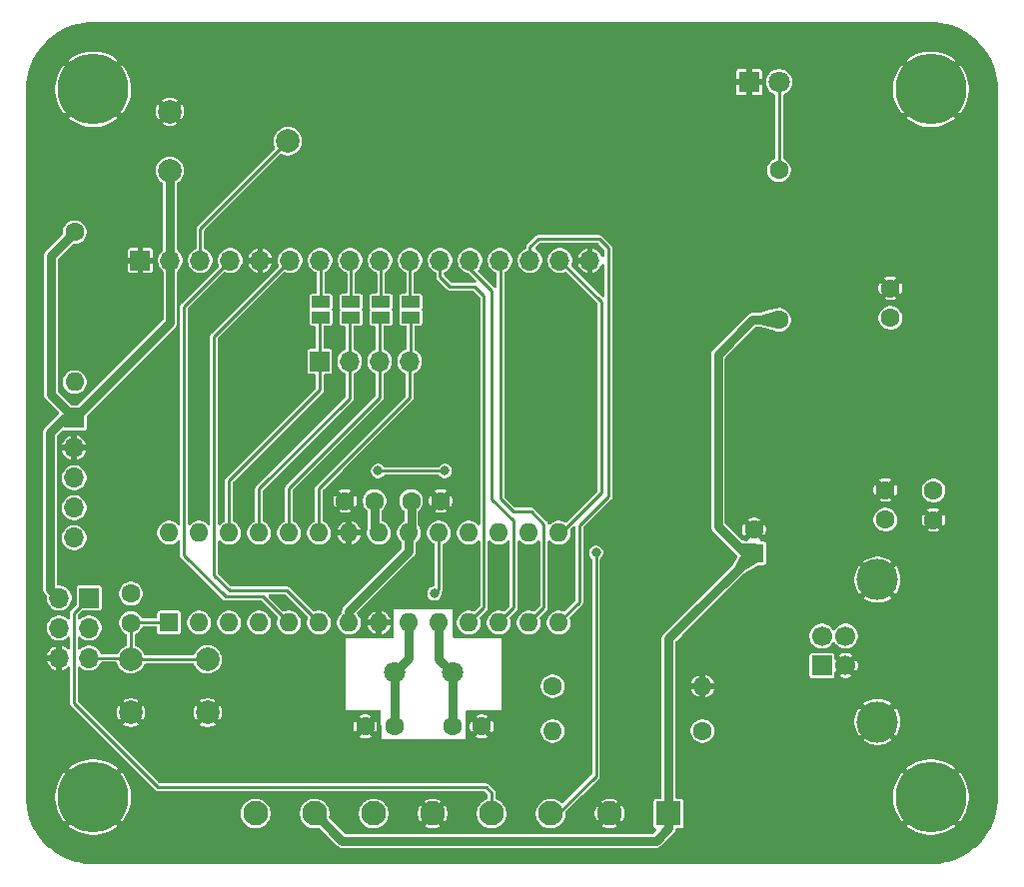
<source format=gbr>
%TF.GenerationSoftware,KiCad,Pcbnew,9.0.4*%
%TF.CreationDate,2025-08-25T16:14:28+02:00*%
%TF.ProjectId,livello_serbatoio_definitiva,6c697665-6c6c-46f5-9f73-65726261746f,D*%
%TF.SameCoordinates,Original*%
%TF.FileFunction,Copper,L1,Top*%
%TF.FilePolarity,Positive*%
%FSLAX46Y46*%
G04 Gerber Fmt 4.6, Leading zero omitted, Abs format (unit mm)*
G04 Created by KiCad (PCBNEW 9.0.4) date 2025-08-25 16:14:28*
%MOMM*%
%LPD*%
G01*
G04 APERTURE LIST*
%TA.AperFunction,ComponentPad*%
%ADD10O,1.600000X1.600000*%
%TD*%
%TA.AperFunction,ComponentPad*%
%ADD11C,1.600000*%
%TD*%
%TA.AperFunction,ComponentPad*%
%ADD12C,2.000000*%
%TD*%
%TA.AperFunction,ComponentPad*%
%ADD13C,0.800000*%
%TD*%
%TA.AperFunction,ComponentPad*%
%ADD14C,6.000000*%
%TD*%
%TA.AperFunction,ComponentPad*%
%ADD15R,1.600000X1.600000*%
%TD*%
%TA.AperFunction,ComponentPad*%
%ADD16C,1.800000*%
%TD*%
%TA.AperFunction,SMDPad,CuDef*%
%ADD17R,1.500000X1.000000*%
%TD*%
%TA.AperFunction,ComponentPad*%
%ADD18R,1.700000X1.700000*%
%TD*%
%TA.AperFunction,ComponentPad*%
%ADD19O,1.700000X1.700000*%
%TD*%
%TA.AperFunction,ComponentPad*%
%ADD20R,2.100000X2.100000*%
%TD*%
%TA.AperFunction,ComponentPad*%
%ADD21C,2.100000*%
%TD*%
%TA.AperFunction,ComponentPad*%
%ADD22C,1.700000*%
%TD*%
%TA.AperFunction,ComponentPad*%
%ADD23C,3.500000*%
%TD*%
%TA.AperFunction,ComponentPad*%
%ADD24R,1.800000X1.800000*%
%TD*%
%TA.AperFunction,ViaPad*%
%ADD25C,0.800000*%
%TD*%
%TA.AperFunction,Conductor*%
%ADD26C,0.762000*%
%TD*%
%TA.AperFunction,Conductor*%
%ADD27C,0.254000*%
%TD*%
G04 APERTURE END LIST*
D10*
%TO.P,R6,2*%
%TO.N,ICSP_RST*%
X91440000Y-98810000D03*
D11*
%TO.P,R6,1*%
%TO.N,VDD*%
X91440000Y-86110000D03*
%TD*%
D12*
%TO.P,RV1,1,1*%
%TO.N,GND*%
X99500000Y-75900000D03*
%TO.P,RV1,2,2*%
%TO.N,V0*%
X109500000Y-78400000D03*
%TO.P,RV1,3,3*%
%TO.N,VDD*%
X99500000Y-80900000D03*
%TD*%
D13*
%TO.P,H1,1,1*%
%TO.N,GND*%
X90750000Y-74000000D03*
X91409010Y-72409010D03*
X91409010Y-75590990D03*
X93000000Y-71750000D03*
D14*
X93000000Y-74000000D03*
D13*
X93000000Y-76250000D03*
X94590990Y-72409010D03*
X94590990Y-75590990D03*
X95250000Y-74000000D03*
%TD*%
%TO.P,H2,1,1*%
%TO.N,GND*%
X161750000Y-74000000D03*
X162409010Y-72409010D03*
X162409010Y-75590990D03*
X164000000Y-71750000D03*
D14*
X164000000Y-74000000D03*
D13*
X164000000Y-76250000D03*
X165590990Y-72409010D03*
X165590990Y-75590990D03*
X166250000Y-74000000D03*
%TD*%
%TO.P,H3,1,1*%
%TO.N,GND*%
X161750000Y-134000000D03*
X162409010Y-132409010D03*
X162409010Y-135590990D03*
X164000000Y-131750000D03*
D14*
X164000000Y-134000000D03*
D13*
X164000000Y-136250000D03*
X165590990Y-132409010D03*
X165590990Y-135590990D03*
X166250000Y-134000000D03*
%TD*%
%TO.P,H4,1,1*%
%TO.N,GND*%
X90750000Y-134000000D03*
X91409010Y-132409010D03*
X91409010Y-135590990D03*
X93000000Y-131750000D03*
D14*
X93000000Y-134000000D03*
D13*
X93000000Y-136250000D03*
X94590990Y-132409010D03*
X94590990Y-135590990D03*
X95250000Y-134000000D03*
%TD*%
D15*
%TO.P,U2,1,~{RESET}/PC6*%
%TO.N,ICSP_RST*%
X99440000Y-119200000D03*
D10*
%TO.P,U2,2,PD0*%
%TO.N,TX*%
X101980000Y-119200000D03*
%TO.P,U2,3,PD1*%
%TO.N,RX*%
X104520000Y-119200000D03*
%TO.P,U2,4,PD2*%
%TO.N,D2*%
X107060000Y-119200000D03*
%TO.P,U2,5,PD3*%
%TO.N,D3*%
X109600000Y-119200000D03*
%TO.P,U2,6,PD4*%
%TO.N,D4*%
X112140000Y-119200000D03*
%TO.P,U2,7,VCC*%
%TO.N,VDD*%
X114680000Y-119200000D03*
%TO.P,U2,8,GND*%
%TO.N,GND*%
X117220000Y-119200000D03*
%TO.P,U2,9,XTAL1/PB6*%
%TO.N,/X1*%
X119760000Y-119200000D03*
%TO.P,U2,10,XTAL2/PB7*%
%TO.N,/X2*%
X122300000Y-119200000D03*
%TO.P,U2,11,PD5*%
%TO.N,D5*%
X124840000Y-119200000D03*
%TO.P,U2,12,PD6*%
%TO.N,D6*%
X127380000Y-119200000D03*
%TO.P,U2,13,PD7*%
%TO.N,D7*%
X129920000Y-119200000D03*
%TO.P,U2,14,PB0*%
%TO.N,D8*%
X132460000Y-119200000D03*
%TO.P,U2,15,PB1*%
%TO.N,BLA*%
X132460000Y-111580000D03*
%TO.P,U2,16,PB2*%
%TO.N,D10*%
X129920000Y-111580000D03*
%TO.P,U2,17,PB3*%
%TO.N,D11*%
X127380000Y-111580000D03*
%TO.P,U2,18,PB4*%
%TO.N,D12*%
X124840000Y-111580000D03*
%TO.P,U2,19,PB5*%
%TO.N,D13*%
X122300000Y-111580000D03*
%TO.P,U2,20,AVCC*%
%TO.N,VDD*%
X119760000Y-111580000D03*
%TO.P,U2,21,AREF*%
%TO.N,Net-(U2-AREF)*%
X117220000Y-111580000D03*
%TO.P,U2,22,GND*%
%TO.N,GND*%
X114680000Y-111580000D03*
%TO.P,U2,23,PC0*%
%TO.N,A0*%
X112140000Y-111580000D03*
%TO.P,U2,24,PC1*%
%TO.N,A1*%
X109600000Y-111580000D03*
%TO.P,U2,25,PC2*%
%TO.N,A2*%
X107060000Y-111580000D03*
%TO.P,U2,26,PC3*%
%TO.N,A3*%
X104520000Y-111580000D03*
%TO.P,U2,27,PC4*%
%TO.N,A4*%
X101980000Y-111580000D03*
%TO.P,U2,28,PC5*%
%TO.N,A5*%
X99440000Y-111580000D03*
%TD*%
D16*
%TO.P,Y1,1,1*%
%TO.N,/X2*%
X123430000Y-123450000D03*
%TO.P,Y1,2,2*%
%TO.N,/X1*%
X118550000Y-123450000D03*
%TD*%
D11*
%TO.P,C3,1*%
%TO.N,Net-(U2-AREF)*%
X116850000Y-108900000D03*
%TO.P,C3,2*%
%TO.N,GND*%
X114350000Y-108900000D03*
%TD*%
%TO.P,C7,1*%
%TO.N,GND*%
X116060000Y-128000000D03*
%TO.P,C7,2*%
%TO.N,/X1*%
X118560000Y-128000000D03*
%TD*%
%TO.P,C8,1*%
%TO.N,GND*%
X125940000Y-128000000D03*
%TO.P,C8,2*%
%TO.N,/X2*%
X123440000Y-128000000D03*
%TD*%
%TO.P,C6,1*%
%TO.N,VDD*%
X119950000Y-108900000D03*
%TO.P,C6,2*%
%TO.N,GND*%
X122450000Y-108900000D03*
%TD*%
%TO.P,R9,1*%
%TO.N,Net-(D4-A)*%
X151130000Y-80840000D03*
%TO.P,R9,2*%
%TO.N,VDD*%
X151130000Y-93540000D03*
%TD*%
D17*
%TO.P,JP2,1,A*%
%TO.N,A2*%
X114860000Y-93320000D03*
%TO.P,JP2,2,B*%
%TO.N,DB1*%
X114860000Y-92020000D03*
%TD*%
D18*
%TO.P,J3,1,Pin_1*%
%TO.N,GND*%
X97000000Y-88500000D03*
D19*
%TO.P,J3,2,Pin_2*%
%TO.N,VDD*%
X99540000Y-88500000D03*
%TO.P,J3,3,Pin_3*%
%TO.N,V0*%
X102080000Y-88500000D03*
%TO.P,J3,4,Pin_4*%
%TO.N,D3*%
X104620000Y-88500000D03*
%TO.P,J3,5,Pin_5*%
%TO.N,GND*%
X107160000Y-88500000D03*
%TO.P,J3,6,Pin_6*%
%TO.N,D4*%
X109700000Y-88500000D03*
%TO.P,J3,7,Pin_7*%
%TO.N,DB0*%
X112240000Y-88500000D03*
%TO.P,J3,8,Pin_8*%
%TO.N,DB1*%
X114780000Y-88500000D03*
%TO.P,J3,9,Pin_9*%
%TO.N,DB2*%
X117320000Y-88500000D03*
%TO.P,J3,10,Pin_10*%
%TO.N,DB3*%
X119860000Y-88500000D03*
%TO.P,J3,11,Pin_11*%
%TO.N,D5*%
X122400000Y-88500000D03*
%TO.P,J3,12,Pin_12*%
%TO.N,D6*%
X124940000Y-88500000D03*
%TO.P,J3,13,Pin_13*%
%TO.N,D7*%
X127480000Y-88500000D03*
%TO.P,J3,14,Pin_14*%
%TO.N,D8*%
X130020000Y-88500000D03*
%TO.P,J3,15,Pin_15*%
%TO.N,BLA*%
X132560000Y-88500000D03*
%TO.P,J3,16,Pin_16*%
%TO.N,GND*%
X135100000Y-88500000D03*
%TD*%
D17*
%TO.P,JP3,1,A*%
%TO.N,A1*%
X117400000Y-93320000D03*
%TO.P,JP3,2,B*%
%TO.N,DB2*%
X117400000Y-92020000D03*
%TD*%
%TO.P,JP4,1,A*%
%TO.N,A0*%
X119930000Y-93320000D03*
%TO.P,JP4,2,B*%
%TO.N,DB3*%
X119930000Y-92020000D03*
%TD*%
%TO.P,JP1,1,A*%
%TO.N,A3*%
X112310000Y-93320000D03*
%TO.P,JP1,2,B*%
%TO.N,DB0*%
X112310000Y-92020000D03*
%TD*%
D11*
%TO.P,C4,1*%
%TO.N,ICSP_RST*%
X96200000Y-119250000D03*
%TO.P,C4,2*%
%TO.N,DTR*%
X96200000Y-116750000D03*
%TD*%
D12*
%TO.P,SW1,1,1*%
%TO.N,GND*%
X102700000Y-126840000D03*
X96200000Y-126840000D03*
%TO.P,SW1,2,2*%
%TO.N,ICSP_RST*%
X102700000Y-122340000D03*
X96200000Y-122340000D03*
%TD*%
D11*
%TO.P,R5,1*%
%TO.N,D2*%
X131950000Y-124600000D03*
D10*
%TO.P,R5,2*%
%TO.N,GND*%
X144650000Y-124600000D03*
%TD*%
D20*
%TO.P,J8,1,Pin_1*%
%TO.N,VDD*%
X141770000Y-135390000D03*
D21*
%TO.P,J8,2,Pin_2*%
%TO.N,GND*%
X136770000Y-135390000D03*
%TO.P,J8,3,Pin_3*%
%TO.N,D11*%
X131770000Y-135390000D03*
%TO.P,J8,4,Pin_4*%
%TO.N,D12*%
X126770000Y-135390000D03*
%TO.P,J8,5,Pin_5*%
%TO.N,GND*%
X121770000Y-135390000D03*
%TO.P,J8,6,Pin_6*%
%TO.N,Net-(J8-Pin_6)*%
X116770000Y-135390000D03*
%TO.P,J8,7,Pin_7*%
%TO.N,VDD*%
X111770000Y-135390000D03*
%TO.P,J8,8,Pin_8*%
%TO.N,D2*%
X106770000Y-135390000D03*
%TD*%
D18*
%TO.P,J5,1,Pin_1*%
%TO.N,D12*%
X92655000Y-117115000D03*
D19*
%TO.P,J5,2,Pin_2*%
%TO.N,VDD*%
X90115000Y-117115000D03*
%TO.P,J5,3,Pin_3*%
%TO.N,D13*%
X92655000Y-119655000D03*
%TO.P,J5,4,Pin_4*%
%TO.N,D11*%
X90115000Y-119655000D03*
%TO.P,J5,5,Pin_5*%
%TO.N,ICSP_RST*%
X92655000Y-122195000D03*
%TO.P,J5,6,Pin_6*%
%TO.N,GND*%
X90115000Y-122195000D03*
%TD*%
D18*
%TO.P,J1,1,VBUS*%
%TO.N,Net-(J1-VBUS)*%
X154770000Y-122850000D03*
D22*
%TO.P,J1,2,D-*%
%TO.N,D_IN_-*%
X154770000Y-120350000D03*
%TO.P,J1,3,D+*%
%TO.N,D_IN_+*%
X156770000Y-120350000D03*
%TO.P,J1,4,GND*%
%TO.N,GND*%
X156770000Y-122850000D03*
D23*
%TO.P,J1,5,Shield*%
X159480000Y-115580000D03*
X159480000Y-127620000D03*
%TD*%
D11*
%TO.P,C2,1*%
%TO.N,Net-(U1-V3)*%
X164220000Y-108010000D03*
%TO.P,C2,2*%
%TO.N,GND*%
X164220000Y-110510000D03*
%TD*%
%TO.P,C5,1*%
%TO.N,GND*%
X160140000Y-107970000D03*
%TO.P,C5,2*%
%TO.N,VDD*%
X160140000Y-110470000D03*
%TD*%
D18*
%TO.P,J7,1,Pin_1*%
%TO.N,VDD*%
X91400000Y-101860000D03*
D19*
%TO.P,J7,2,Pin_2*%
%TO.N,GND*%
X91400000Y-104400000D03*
%TO.P,J7,3,Pin_3*%
%TO.N,D10*%
X91400000Y-106940000D03*
%TO.P,J7,4,Pin_4*%
%TO.N,A4*%
X91400000Y-109480000D03*
%TO.P,J7,5,Pin_5*%
%TO.N,A5*%
X91400000Y-112020000D03*
%TD*%
D18*
%TO.P,J6,1,Pin_1*%
%TO.N,A3*%
X112200000Y-97065000D03*
D19*
%TO.P,J6,2,Pin_2*%
%TO.N,A2*%
X114740000Y-97065000D03*
%TO.P,J6,3,Pin_3*%
%TO.N,A1*%
X117280000Y-97065000D03*
%TO.P,J6,4,Pin_4*%
%TO.N,A0*%
X119820000Y-97065000D03*
%TD*%
D15*
%TO.P,C9,1*%
%TO.N,VDD*%
X149017613Y-113320000D03*
D11*
%TO.P,C9,2*%
%TO.N,GND*%
X149017613Y-111320000D03*
%TD*%
%TO.P,C1,1*%
%TO.N,GND*%
X160570000Y-90870000D03*
%TO.P,C1,2*%
%TO.N,VDD*%
X160570000Y-93370000D03*
%TD*%
D24*
%TO.P,D4,1,K*%
%TO.N,GND*%
X148600000Y-73400000D03*
D16*
%TO.P,D4,2,A*%
%TO.N,Net-(D4-A)*%
X151140000Y-73400000D03*
%TD*%
D11*
%TO.P,R8,1*%
%TO.N,D13*%
X144650000Y-128400000D03*
D10*
%TO.P,R8,2*%
%TO.N,Net-(J8-Pin_6)*%
X131950000Y-128400000D03*
%TD*%
D25*
%TO.N,D11*%
X135620000Y-113270000D03*
%TO.N,D13*%
X121920000Y-116740000D03*
%TO.N,GND*%
X112500000Y-128400000D03*
X112500000Y-125500000D03*
X129000000Y-128400000D03*
X129000000Y-122600000D03*
X127500000Y-129900000D03*
X129000000Y-126900000D03*
X121500000Y-129900000D03*
X122710000Y-117570000D03*
X112500000Y-121100000D03*
X123000000Y-129900000D03*
X112500000Y-122600000D03*
X129000000Y-129900000D03*
X115500000Y-129900000D03*
X118500000Y-129900000D03*
X112500000Y-129900000D03*
X129000000Y-121100000D03*
X119710000Y-117570000D03*
X120000000Y-129900000D03*
X129000000Y-125500000D03*
X129000000Y-124100000D03*
X124500000Y-129900000D03*
X118210000Y-117570000D03*
X155770000Y-113230000D03*
X124210000Y-117570000D03*
X112500000Y-124100000D03*
X117000000Y-129900000D03*
X126000000Y-129900000D03*
X121210000Y-117570000D03*
X114000000Y-129900000D03*
X112500000Y-126900000D03*
%TO.N,D10*%
X117140000Y-106350000D03*
X122810000Y-106350000D03*
%TD*%
D26*
%TO.N,VDD*%
X90115000Y-117115000D02*
X89370000Y-116370000D01*
X89370000Y-116370000D02*
X89370000Y-103090000D01*
X89370000Y-103090000D02*
X90600000Y-101860000D01*
X90600000Y-101860000D02*
X91400000Y-101860000D01*
X91400000Y-101860000D02*
X89400000Y-99860000D01*
X89400000Y-99860000D02*
X89400000Y-88150000D01*
X89400000Y-88150000D02*
X91440000Y-86110000D01*
X99540000Y-88500000D02*
X99540000Y-93760000D01*
X99540000Y-93760000D02*
X91440000Y-101860000D01*
X91440000Y-101860000D02*
X91400000Y-101860000D01*
X151130000Y-93540000D02*
X148900000Y-93540000D01*
X148900000Y-93540000D02*
X145940000Y-96500000D01*
X145940000Y-96500000D02*
X145940000Y-111030000D01*
X145940000Y-111030000D02*
X148230000Y-113320000D01*
X148230000Y-113320000D02*
X149017613Y-113320000D01*
X141770000Y-135390000D02*
X141770000Y-120567613D01*
X141770000Y-120567613D02*
X149017613Y-113320000D01*
D27*
%TO.N,Net-(D4-A)*%
X151140000Y-73400000D02*
X151140000Y-80650000D01*
D26*
%TO.N,Net-(U2-AREF)*%
X116850000Y-111210000D02*
X117220000Y-111580000D01*
X116850000Y-108900000D02*
X116850000Y-111210000D01*
%TO.N,VDD*%
X114680000Y-119200000D02*
X114680000Y-118210000D01*
X119760000Y-113130000D02*
X119760000Y-111580000D01*
X114680000Y-118210000D02*
X119760000Y-113130000D01*
X99500000Y-80900000D02*
X99500000Y-88460000D01*
X119950000Y-111390000D02*
X119760000Y-111580000D01*
X140700000Y-137700000D02*
X141770000Y-136630000D01*
X111770000Y-135390000D02*
X114080000Y-137700000D01*
X114080000Y-137700000D02*
X140700000Y-137700000D01*
X99500000Y-88460000D02*
X99540000Y-88500000D01*
X119950000Y-108900000D02*
X119950000Y-111390000D01*
X141770000Y-136630000D02*
X141770000Y-135390000D01*
D27*
%TO.N,D12*%
X98510000Y-133170000D02*
X126300000Y-133170000D01*
X126770000Y-133640000D02*
X126770000Y-135390000D01*
X91380000Y-118390000D02*
X91380000Y-126040000D01*
X91380000Y-126040000D02*
X98510000Y-133170000D01*
X127010000Y-135390000D02*
X126770000Y-135390000D01*
X92655000Y-117115000D02*
X91380000Y-118390000D01*
X126300000Y-133170000D02*
X126770000Y-133640000D01*
%TO.N,D11*%
X135620000Y-132180000D02*
X132410000Y-135390000D01*
X132410000Y-135390000D02*
X131770000Y-135390000D01*
X135620000Y-113270000D02*
X135620000Y-132180000D01*
%TO.N,V0*%
X102080000Y-88500000D02*
X102080000Y-85820000D01*
X102080000Y-85820000D02*
X109500000Y-78400000D01*
%TO.N,D3*%
X107400000Y-117000000D02*
X109600000Y-119200000D01*
X104620000Y-88500000D02*
X100710000Y-92410000D01*
X104199819Y-117000000D02*
X107400000Y-117000000D01*
X100710000Y-92410000D02*
X100710000Y-113510181D01*
X100710000Y-113510181D02*
X104199819Y-117000000D01*
%TO.N,D4*%
X103250000Y-115180000D02*
X104570000Y-116500000D01*
X109700000Y-88500000D02*
X103250000Y-94950000D01*
X104570000Y-116500000D02*
X109440000Y-116500000D01*
X103250000Y-94950000D02*
X103250000Y-115180000D01*
X109440000Y-116500000D02*
X112140000Y-119200000D01*
%TO.N,DB0*%
X112310000Y-92020000D02*
X112310000Y-88570000D01*
X112310000Y-88570000D02*
X112240000Y-88500000D01*
X112240000Y-91950000D02*
X112310000Y-92020000D01*
%TO.N,DB1*%
X114860000Y-92020000D02*
X114860000Y-88580000D01*
X114860000Y-88580000D02*
X114780000Y-88500000D01*
X114780000Y-91940000D02*
X114860000Y-92020000D01*
%TO.N,DB2*%
X117400000Y-92020000D02*
X117400000Y-88580000D01*
X117320000Y-91940000D02*
X117400000Y-92020000D01*
X117400000Y-88580000D02*
X117320000Y-88500000D01*
%TO.N,DB3*%
X119860000Y-88500000D02*
X119860000Y-91950000D01*
X119860000Y-91950000D02*
X119930000Y-92020000D01*
%TO.N,D5*%
X125340000Y-90720000D02*
X123240000Y-90720000D01*
X126120000Y-117920000D02*
X126120000Y-91500000D01*
X126120000Y-91500000D02*
X125340000Y-90720000D01*
X123240000Y-90720000D02*
X122400000Y-89880000D01*
X124840000Y-119200000D02*
X126120000Y-117920000D01*
X122400000Y-89880000D02*
X122400000Y-88500000D01*
%TO.N,D6*%
X124940000Y-89240000D02*
X124940000Y-88500000D01*
X126800000Y-108730000D02*
X126800000Y-91100000D01*
X128650000Y-117930000D02*
X128650000Y-110580000D01*
X128650000Y-110580000D02*
X126800000Y-108730000D01*
X126800000Y-91100000D02*
X124940000Y-89240000D01*
X127380000Y-119200000D02*
X128650000Y-117930000D01*
%TO.N,D7*%
X127500000Y-88520000D02*
X127480000Y-88500000D01*
X130120000Y-109780000D02*
X128620000Y-109780000D01*
X131200000Y-117920000D02*
X131200000Y-110860000D01*
X128620000Y-109780000D02*
X127500000Y-108660000D01*
X127500000Y-108660000D02*
X127500000Y-88520000D01*
X131200000Y-110860000D02*
X130120000Y-109780000D01*
X129920000Y-119200000D02*
X131200000Y-117920000D01*
%TO.N,D8*%
X130700000Y-86700000D02*
X130020000Y-87380000D01*
X135900000Y-86700000D02*
X130700000Y-86700000D01*
X132460000Y-119200000D02*
X134200000Y-117460000D01*
X136660000Y-108540000D02*
X136660000Y-87460000D01*
X136660000Y-87460000D02*
X135900000Y-86700000D01*
X134200000Y-111000000D02*
X136660000Y-108540000D01*
X134200000Y-117460000D02*
X134200000Y-111000000D01*
X130020000Y-87380000D02*
X130020000Y-88500000D01*
%TO.N,BLA*%
X136080000Y-92020000D02*
X136080000Y-108200000D01*
X136080000Y-108200000D02*
X132700000Y-111580000D01*
X132560000Y-88500000D02*
X136080000Y-92020000D01*
X132700000Y-111580000D02*
X132460000Y-111580000D01*
%TO.N,D13*%
X122300000Y-116360000D02*
X122300000Y-111580000D01*
X121920000Y-116740000D02*
X122300000Y-116360000D01*
%TO.N,ICSP_RST*%
X99440000Y-119200000D02*
X96250000Y-119200000D01*
X96250000Y-119200000D02*
X96200000Y-119250000D01*
X96200000Y-122340000D02*
X102700000Y-122340000D01*
X96055000Y-122195000D02*
X96200000Y-122340000D01*
X96200000Y-122340000D02*
X96200000Y-119250000D01*
X92655000Y-122195000D02*
X96055000Y-122195000D01*
D26*
%TO.N,/X1*%
X119760000Y-119200000D02*
X119760000Y-122240000D01*
X119760000Y-122240000D02*
X118550000Y-123450000D01*
X118550000Y-123450000D02*
X118550000Y-127540000D01*
X118550000Y-127540000D02*
X118560000Y-127550000D01*
%TO.N,/X2*%
X123430000Y-123450000D02*
X123430000Y-127520000D01*
X122300000Y-119200000D02*
X122300000Y-122320000D01*
X123430000Y-127520000D02*
X123440000Y-127530000D01*
X122300000Y-122320000D02*
X123430000Y-123450000D01*
D27*
%TO.N,D10*%
X122810000Y-106350000D02*
X117140000Y-106350000D01*
%TO.N,A5*%
X99620000Y-111400000D02*
X99440000Y-111580000D01*
%TO.N,A4*%
X102160000Y-111400000D02*
X101980000Y-111580000D01*
%TO.N,A3*%
X104520000Y-111580000D02*
X104520000Y-107160000D01*
X104520000Y-107160000D02*
X112200000Y-99480000D01*
X104520000Y-111580000D02*
X104530000Y-111570000D01*
X112200000Y-93430000D02*
X112310000Y-93320000D01*
X112200000Y-99480000D02*
X112200000Y-97065000D01*
X112200000Y-97065000D02*
X112200000Y-93430000D01*
%TO.N,A2*%
X107060000Y-111580000D02*
X107060000Y-107860000D01*
X107060000Y-111580000D02*
X107030000Y-111550000D01*
X114740000Y-100180000D02*
X114740000Y-97065000D01*
X107060000Y-107860000D02*
X114740000Y-100180000D01*
X114740000Y-97065000D02*
X114740000Y-93440000D01*
X114740000Y-93440000D02*
X114860000Y-93320000D01*
%TO.N,A1*%
X117280000Y-93440000D02*
X117400000Y-93320000D01*
X109600000Y-107820000D02*
X117280000Y-100140000D01*
X117280000Y-100140000D02*
X117280000Y-97065000D01*
X109600000Y-111580000D02*
X109400000Y-111380000D01*
X109600000Y-111580000D02*
X109600000Y-107820000D01*
X117280000Y-97065000D02*
X117280000Y-93440000D01*
%TO.N,A0*%
X119930000Y-96955000D02*
X119820000Y-97065000D01*
X119830000Y-100140000D02*
X119820000Y-100130000D01*
X112140000Y-107830000D02*
X119830000Y-100140000D01*
X119930000Y-93320000D02*
X119930000Y-96955000D01*
X112140000Y-111580000D02*
X112140000Y-107830000D01*
X119820000Y-100130000D02*
X119820000Y-97065000D01*
%TD*%
%TA.AperFunction,Conductor*%
%TO.N,GND*%
G36*
X94732601Y-135379048D02*
G01*
X94640718Y-135340990D01*
X94541262Y-135340990D01*
X94449376Y-135379050D01*
X94379050Y-135449376D01*
X94340990Y-135541262D01*
X94340990Y-135640718D01*
X94379048Y-135732601D01*
X93869106Y-135222658D01*
X93977184Y-135144136D01*
X94144136Y-134977184D01*
X94222658Y-134869106D01*
X94732601Y-135379048D01*
G37*
%TD.AperFunction*%
%TA.AperFunction,Conductor*%
G36*
X92130893Y-132777340D02*
G01*
X92022816Y-132855864D01*
X91855864Y-133022816D01*
X91777340Y-133130893D01*
X91267397Y-132620950D01*
X91359282Y-132659010D01*
X91458738Y-132659010D01*
X91550624Y-132620950D01*
X91620950Y-132550624D01*
X91659010Y-132458738D01*
X91659010Y-132359282D01*
X91620950Y-132267397D01*
X92130893Y-132777340D01*
G37*
%TD.AperFunction*%
%TA.AperFunction,Conductor*%
G36*
X165732601Y-135379048D02*
G01*
X165640718Y-135340990D01*
X165541262Y-135340990D01*
X165449376Y-135379050D01*
X165379050Y-135449376D01*
X165340990Y-135541262D01*
X165340990Y-135640718D01*
X165379048Y-135732601D01*
X164869106Y-135222658D01*
X164977184Y-135144136D01*
X165144136Y-134977184D01*
X165222658Y-134869106D01*
X165732601Y-135379048D01*
G37*
%TD.AperFunction*%
%TA.AperFunction,Conductor*%
G36*
X163130893Y-132777340D02*
G01*
X163022816Y-132855864D01*
X162855864Y-133022816D01*
X162777340Y-133130893D01*
X162267397Y-132620950D01*
X162359282Y-132659010D01*
X162458738Y-132659010D01*
X162550624Y-132620950D01*
X162620950Y-132550624D01*
X162659010Y-132458738D01*
X162659010Y-132359282D01*
X162620950Y-132267397D01*
X163130893Y-132777340D01*
G37*
%TD.AperFunction*%
%TA.AperFunction,Conductor*%
G36*
X94732601Y-75379048D02*
G01*
X94640718Y-75340990D01*
X94541262Y-75340990D01*
X94449376Y-75379050D01*
X94379050Y-75449376D01*
X94340990Y-75541262D01*
X94340990Y-75640718D01*
X94379048Y-75732601D01*
X93869106Y-75222658D01*
X93977184Y-75144136D01*
X94144136Y-74977184D01*
X94222658Y-74869106D01*
X94732601Y-75379048D01*
G37*
%TD.AperFunction*%
%TA.AperFunction,Conductor*%
G36*
X92130893Y-72777340D02*
G01*
X92022816Y-72855864D01*
X91855864Y-73022816D01*
X91777340Y-73130893D01*
X91267397Y-72620950D01*
X91359282Y-72659010D01*
X91458738Y-72659010D01*
X91550624Y-72620950D01*
X91620950Y-72550624D01*
X91659010Y-72458738D01*
X91659010Y-72359282D01*
X91620950Y-72267397D01*
X92130893Y-72777340D01*
G37*
%TD.AperFunction*%
%TA.AperFunction,Conductor*%
G36*
X165732601Y-75379048D02*
G01*
X165640718Y-75340990D01*
X165541262Y-75340990D01*
X165449376Y-75379050D01*
X165379050Y-75449376D01*
X165340990Y-75541262D01*
X165340990Y-75640718D01*
X165379048Y-75732601D01*
X164869106Y-75222658D01*
X164977184Y-75144136D01*
X165144136Y-74977184D01*
X165222658Y-74869106D01*
X165732601Y-75379048D01*
G37*
%TD.AperFunction*%
%TA.AperFunction,Conductor*%
G36*
X163130893Y-72777340D02*
G01*
X163022816Y-72855864D01*
X162855864Y-73022816D01*
X162777340Y-73130893D01*
X162267397Y-72620950D01*
X162359282Y-72659010D01*
X162458738Y-72659010D01*
X162550624Y-72620950D01*
X162620950Y-72550624D01*
X162659010Y-72458738D01*
X162659010Y-72359282D01*
X162620950Y-72267397D01*
X163130893Y-72777340D01*
G37*
%TD.AperFunction*%
%TA.AperFunction,Conductor*%
G36*
X164002443Y-68300596D02*
G01*
X164442304Y-68317878D01*
X164451999Y-68318640D01*
X164886780Y-68370099D01*
X164896376Y-68371620D01*
X165325764Y-68457031D01*
X165335195Y-68459295D01*
X165756553Y-68578130D01*
X165765787Y-68581130D01*
X165983588Y-68661481D01*
X166176534Y-68732663D01*
X166185528Y-68736389D01*
X166583092Y-68919667D01*
X166591768Y-68924088D01*
X166973734Y-69138000D01*
X166982036Y-69143087D01*
X167346031Y-69386301D01*
X167353905Y-69392022D01*
X167697711Y-69663056D01*
X167705102Y-69669369D01*
X168026583Y-69966543D01*
X168033462Y-69973422D01*
X168330625Y-70294891D01*
X168336948Y-70302294D01*
X168607975Y-70646091D01*
X168613698Y-70653968D01*
X168856912Y-71017963D01*
X168861999Y-71026265D01*
X169075911Y-71408231D01*
X169080332Y-71416907D01*
X169263610Y-71814471D01*
X169267336Y-71823465D01*
X169418865Y-72234199D01*
X169421873Y-72243460D01*
X169540699Y-72664787D01*
X169542972Y-72674254D01*
X169628377Y-73103613D01*
X169629901Y-73113230D01*
X169681358Y-73547995D01*
X169682121Y-73557700D01*
X169699404Y-73997555D01*
X169699500Y-74002424D01*
X169699500Y-133997575D01*
X169699404Y-134002444D01*
X169682121Y-134442299D01*
X169681358Y-134452004D01*
X169629901Y-134886769D01*
X169628377Y-134896386D01*
X169542972Y-135325745D01*
X169540699Y-135335212D01*
X169421873Y-135756539D01*
X169418865Y-135765800D01*
X169267336Y-136176534D01*
X169263610Y-136185528D01*
X169080332Y-136583092D01*
X169075911Y-136591768D01*
X168861999Y-136973734D01*
X168856912Y-136982036D01*
X168613698Y-137346031D01*
X168607975Y-137353908D01*
X168336948Y-137697705D01*
X168330625Y-137705108D01*
X168033462Y-138026577D01*
X168026577Y-138033462D01*
X167705108Y-138330625D01*
X167697705Y-138336948D01*
X167353908Y-138607975D01*
X167346031Y-138613698D01*
X166982036Y-138856912D01*
X166973734Y-138861999D01*
X166591768Y-139075911D01*
X166583092Y-139080332D01*
X166185528Y-139263610D01*
X166176534Y-139267336D01*
X165765800Y-139418865D01*
X165756539Y-139421873D01*
X165335212Y-139540699D01*
X165325745Y-139542972D01*
X164896386Y-139628377D01*
X164886769Y-139629901D01*
X164452004Y-139681358D01*
X164442299Y-139682121D01*
X164018672Y-139698766D01*
X164002442Y-139699404D01*
X163997575Y-139699500D01*
X93002425Y-139699500D01*
X92997557Y-139699404D01*
X92980399Y-139698729D01*
X92557700Y-139682121D01*
X92547995Y-139681358D01*
X92113230Y-139629901D01*
X92103613Y-139628377D01*
X91674254Y-139542972D01*
X91664787Y-139540699D01*
X91243460Y-139421873D01*
X91234199Y-139418865D01*
X90823465Y-139267336D01*
X90814471Y-139263610D01*
X90416907Y-139080332D01*
X90408231Y-139075911D01*
X90026265Y-138861999D01*
X90017963Y-138856912D01*
X89653968Y-138613698D01*
X89646091Y-138607975D01*
X89302294Y-138336948D01*
X89294891Y-138330625D01*
X89198878Y-138241871D01*
X88973416Y-138033456D01*
X88966543Y-138026583D01*
X88669369Y-137705102D01*
X88663051Y-137697705D01*
X88392024Y-137353908D01*
X88386301Y-137346031D01*
X88143087Y-136982036D01*
X88138000Y-136973734D01*
X87924088Y-136591768D01*
X87919667Y-136583092D01*
X87852495Y-136437383D01*
X87736389Y-136185529D01*
X87732663Y-136176534D01*
X87667536Y-136000000D01*
X87581130Y-135765787D01*
X87578130Y-135756553D01*
X87459295Y-135335195D01*
X87457031Y-135325764D01*
X87371620Y-134896376D01*
X87370098Y-134886769D01*
X87352118Y-134734858D01*
X87318640Y-134451999D01*
X87317878Y-134442298D01*
X87317637Y-134436174D01*
X87300596Y-134002443D01*
X87300500Y-133997575D01*
X87300500Y-133820287D01*
X89800000Y-133820287D01*
X89800000Y-134179712D01*
X89840240Y-134536851D01*
X89840242Y-134536863D01*
X89920219Y-134887268D01*
X89920220Y-134887270D01*
X90038927Y-135226517D01*
X90194870Y-135550336D01*
X90386092Y-135854664D01*
X90566081Y-136080364D01*
X91777340Y-134869105D01*
X91855864Y-134977184D01*
X92022816Y-135144136D01*
X92130893Y-135222658D01*
X91620952Y-135732598D01*
X91659010Y-135640718D01*
X91659010Y-135541262D01*
X91620950Y-135449376D01*
X91550624Y-135379050D01*
X91458738Y-135340990D01*
X91359282Y-135340990D01*
X91267396Y-135379050D01*
X91197070Y-135449376D01*
X91159010Y-135541262D01*
X91159010Y-135640718D01*
X91197070Y-135732604D01*
X91267396Y-135802930D01*
X91359282Y-135840990D01*
X91458738Y-135840990D01*
X91550618Y-135802932D01*
X90919634Y-136433916D01*
X90919634Y-136433917D01*
X91145335Y-136613907D01*
X91449663Y-136805129D01*
X91773482Y-136961072D01*
X92112729Y-137079779D01*
X92112731Y-137079780D01*
X92463136Y-137159757D01*
X92463148Y-137159759D01*
X92820287Y-137199999D01*
X92820289Y-137200000D01*
X93179711Y-137200000D01*
X93179712Y-137199999D01*
X93536851Y-137159759D01*
X93536863Y-137159757D01*
X93887268Y-137079780D01*
X93887270Y-137079779D01*
X94226517Y-136961072D01*
X94550336Y-136805129D01*
X94854664Y-136613907D01*
X95080364Y-136433916D01*
X94449378Y-135802931D01*
X94541262Y-135840990D01*
X94640718Y-135840990D01*
X94732604Y-135802930D01*
X94802930Y-135732604D01*
X94840990Y-135640718D01*
X94840990Y-135541262D01*
X94802931Y-135449378D01*
X95433916Y-136080364D01*
X95613907Y-135854664D01*
X95805129Y-135550336D01*
X95929742Y-135291577D01*
X105519500Y-135291577D01*
X105519500Y-135488422D01*
X105550290Y-135682826D01*
X105611117Y-135870029D01*
X105677341Y-136000000D01*
X105700476Y-136045405D01*
X105816172Y-136204646D01*
X105955354Y-136343828D01*
X106114595Y-136459524D01*
X106194034Y-136500000D01*
X106289970Y-136548882D01*
X106289972Y-136548882D01*
X106289975Y-136548884D01*
X106390317Y-136581487D01*
X106477173Y-136609709D01*
X106671578Y-136640500D01*
X106671583Y-136640500D01*
X106868422Y-136640500D01*
X107062826Y-136609709D01*
X107131119Y-136587519D01*
X107250025Y-136548884D01*
X107425405Y-136459524D01*
X107584646Y-136343828D01*
X107723828Y-136204646D01*
X107839524Y-136045405D01*
X107928884Y-135870025D01*
X107989709Y-135682826D01*
X107997786Y-135631831D01*
X108020500Y-135488422D01*
X108020500Y-135291577D01*
X110519500Y-135291577D01*
X110519500Y-135488422D01*
X110550290Y-135682826D01*
X110611117Y-135870029D01*
X110677341Y-136000000D01*
X110700476Y-136045405D01*
X110816172Y-136204646D01*
X110955354Y-136343828D01*
X111114595Y-136459524D01*
X111194034Y-136500000D01*
X111289970Y-136548882D01*
X111289972Y-136548882D01*
X111289975Y-136548884D01*
X111390317Y-136581487D01*
X111477173Y-136609709D01*
X111671578Y-136640500D01*
X111671583Y-136640500D01*
X111868422Y-136640500D01*
X111965621Y-136625104D01*
X112062826Y-136609709D01*
X112069440Y-136607559D01*
X112139278Y-136605561D01*
X112195442Y-136637808D01*
X113614683Y-138057049D01*
X113614684Y-138057050D01*
X113722950Y-138165316D01*
X113855549Y-138241872D01*
X114003444Y-138281500D01*
X140615832Y-138281500D01*
X140615848Y-138281501D01*
X140623444Y-138281501D01*
X140776553Y-138281501D01*
X140776556Y-138281501D01*
X140924451Y-138241872D01*
X141057050Y-138165316D01*
X141165316Y-138057050D01*
X141165316Y-138057048D01*
X141175520Y-138046845D01*
X141175524Y-138046840D01*
X142116840Y-137105524D01*
X142116845Y-137105520D01*
X142127048Y-137095316D01*
X142127050Y-137095316D01*
X142235316Y-136987050D01*
X142311872Y-136854451D01*
X142311873Y-136854450D01*
X142345352Y-136729500D01*
X142346270Y-136726640D01*
X142364259Y-136700110D01*
X142380939Y-136672746D01*
X142383737Y-136671386D01*
X142385483Y-136668812D01*
X142414958Y-136656220D01*
X142443786Y-136642217D01*
X142448699Y-136641806D01*
X142449736Y-136641364D01*
X142451146Y-136641602D01*
X142464349Y-136640500D01*
X142839750Y-136640500D01*
X142839751Y-136640499D01*
X142854568Y-136637552D01*
X142898229Y-136628868D01*
X142898229Y-136628867D01*
X142898231Y-136628867D01*
X142964552Y-136584552D01*
X143008867Y-136518231D01*
X143008867Y-136518229D01*
X143008868Y-136518229D01*
X143020499Y-136459752D01*
X143020500Y-136459750D01*
X143020500Y-134320249D01*
X143020499Y-134320247D01*
X143008868Y-134261770D01*
X143008867Y-134261769D01*
X142964552Y-134195447D01*
X142898230Y-134151132D01*
X142898229Y-134151131D01*
X142839752Y-134139500D01*
X142839748Y-134139500D01*
X142475500Y-134139500D01*
X142466814Y-134136949D01*
X142457853Y-134138238D01*
X142433812Y-134127259D01*
X142408461Y-134119815D01*
X142402533Y-134112974D01*
X142394297Y-134109213D01*
X142380007Y-134086978D01*
X142362706Y-134067011D01*
X142360418Y-134056496D01*
X142356523Y-134050435D01*
X142351500Y-134015500D01*
X142351500Y-133820287D01*
X160800000Y-133820287D01*
X160800000Y-134179712D01*
X160840240Y-134536851D01*
X160840242Y-134536863D01*
X160920219Y-134887268D01*
X160920220Y-134887270D01*
X161038927Y-135226517D01*
X161194870Y-135550336D01*
X161386092Y-135854664D01*
X161566081Y-136080364D01*
X162777340Y-134869105D01*
X162855864Y-134977184D01*
X163022816Y-135144136D01*
X163130893Y-135222658D01*
X162620952Y-135732598D01*
X162659010Y-135640718D01*
X162659010Y-135541262D01*
X162620950Y-135449376D01*
X162550624Y-135379050D01*
X162458738Y-135340990D01*
X162359282Y-135340990D01*
X162267396Y-135379050D01*
X162197070Y-135449376D01*
X162159010Y-135541262D01*
X162159010Y-135640718D01*
X162197070Y-135732604D01*
X162267396Y-135802930D01*
X162359282Y-135840990D01*
X162458738Y-135840990D01*
X162550618Y-135802932D01*
X161919634Y-136433916D01*
X161919634Y-136433917D01*
X162145335Y-136613907D01*
X162449663Y-136805129D01*
X162773482Y-136961072D01*
X163112729Y-137079779D01*
X163112731Y-137079780D01*
X163463136Y-137159757D01*
X163463148Y-137159759D01*
X163820287Y-137199999D01*
X163820289Y-137200000D01*
X164179711Y-137200000D01*
X164179712Y-137199999D01*
X164536851Y-137159759D01*
X164536863Y-137159757D01*
X164887268Y-137079780D01*
X164887270Y-137079779D01*
X165226517Y-136961072D01*
X165550336Y-136805129D01*
X165854664Y-136613907D01*
X166080364Y-136433916D01*
X165449378Y-135802931D01*
X165541262Y-135840990D01*
X165640718Y-135840990D01*
X165732604Y-135802930D01*
X165802930Y-135732604D01*
X165840990Y-135640718D01*
X165840990Y-135541262D01*
X165802931Y-135449378D01*
X166433916Y-136080364D01*
X166613907Y-135854664D01*
X166805129Y-135550336D01*
X166961072Y-135226517D01*
X167079779Y-134887270D01*
X167079780Y-134887268D01*
X167159757Y-134536863D01*
X167159759Y-134536851D01*
X167199999Y-134179712D01*
X167200000Y-134179710D01*
X167200000Y-133820289D01*
X167199999Y-133820287D01*
X167159759Y-133463148D01*
X167159757Y-133463136D01*
X167079780Y-133112731D01*
X167079779Y-133112729D01*
X166961072Y-132773482D01*
X166805129Y-132449663D01*
X166613907Y-132145335D01*
X166433916Y-131919634D01*
X165802932Y-132550618D01*
X165840990Y-132458738D01*
X165840990Y-132359282D01*
X165802930Y-132267396D01*
X165732604Y-132197070D01*
X165640718Y-132159010D01*
X165541262Y-132159010D01*
X165449376Y-132197070D01*
X165379050Y-132267396D01*
X165340990Y-132359282D01*
X165340990Y-132458738D01*
X165379050Y-132550624D01*
X165449376Y-132620950D01*
X165541262Y-132659010D01*
X165640718Y-132659010D01*
X165732598Y-132620952D01*
X165222658Y-133130892D01*
X165144136Y-133022816D01*
X164977184Y-132855864D01*
X164869104Y-132777340D01*
X166080364Y-131566081D01*
X165854664Y-131386092D01*
X165550336Y-131194870D01*
X165226517Y-131038927D01*
X164887270Y-130920220D01*
X164887268Y-130920219D01*
X164536863Y-130840242D01*
X164536851Y-130840240D01*
X164179712Y-130800000D01*
X163820287Y-130800000D01*
X163463148Y-130840240D01*
X163463136Y-130840242D01*
X163112731Y-130920219D01*
X163112729Y-130920220D01*
X162773482Y-131038927D01*
X162449663Y-131194870D01*
X162145335Y-131386092D01*
X161919634Y-131566081D01*
X162550622Y-132197069D01*
X162458738Y-132159010D01*
X162359282Y-132159010D01*
X162267396Y-132197070D01*
X162197070Y-132267396D01*
X162159010Y-132359282D01*
X162159010Y-132458738D01*
X162197069Y-132550622D01*
X161566081Y-131919634D01*
X161386092Y-132145335D01*
X161194870Y-132449663D01*
X161038927Y-132773482D01*
X160920220Y-133112729D01*
X160920219Y-133112731D01*
X160840242Y-133463136D01*
X160840240Y-133463148D01*
X160800000Y-133820287D01*
X142351500Y-133820287D01*
X142351500Y-128498543D01*
X143649499Y-128498543D01*
X143687947Y-128691829D01*
X143687950Y-128691839D01*
X143763364Y-128873907D01*
X143763371Y-128873920D01*
X143872860Y-129037781D01*
X143872863Y-129037785D01*
X144012214Y-129177136D01*
X144012218Y-129177139D01*
X144176079Y-129286628D01*
X144176092Y-129286635D01*
X144358160Y-129362049D01*
X144358165Y-129362051D01*
X144358169Y-129362051D01*
X144358170Y-129362052D01*
X144551456Y-129400500D01*
X144551459Y-129400500D01*
X144748543Y-129400500D01*
X144878582Y-129374632D01*
X144941835Y-129362051D01*
X145123914Y-129286632D01*
X145287782Y-129177139D01*
X145427139Y-129037782D01*
X145536632Y-128873914D01*
X145612051Y-128691835D01*
X145650500Y-128498541D01*
X145650500Y-128301459D01*
X145650500Y-128301456D01*
X145612052Y-128108170D01*
X145612051Y-128108169D01*
X145612051Y-128108165D01*
X145589061Y-128052661D01*
X145536635Y-127926092D01*
X145536628Y-127926079D01*
X145427139Y-127762218D01*
X145427136Y-127762214D01*
X145287785Y-127622863D01*
X145287781Y-127622860D01*
X145240448Y-127591233D01*
X145123920Y-127513371D01*
X145123907Y-127513364D01*
X145072802Y-127492196D01*
X157530000Y-127492196D01*
X157530000Y-127747803D01*
X157530001Y-127747819D01*
X157563363Y-128001231D01*
X157563366Y-128001244D01*
X157629523Y-128248150D01*
X157727342Y-128484306D01*
X157727347Y-128484316D01*
X157855154Y-128705685D01*
X157935738Y-128810705D01*
X157935739Y-128810705D01*
X158497173Y-128249271D01*
X158591388Y-128378946D01*
X158721054Y-128508612D01*
X158850727Y-128602825D01*
X158289293Y-129164259D01*
X158289293Y-129164260D01*
X158394314Y-129244845D01*
X158615683Y-129372652D01*
X158615693Y-129372657D01*
X158851849Y-129470476D01*
X159098755Y-129536633D01*
X159098768Y-129536636D01*
X159352180Y-129569998D01*
X159352197Y-129570000D01*
X159607803Y-129570000D01*
X159607819Y-129569998D01*
X159861231Y-129536636D01*
X159861244Y-129536633D01*
X160108150Y-129470476D01*
X160344306Y-129372657D01*
X160344316Y-129372652D01*
X160565681Y-129244848D01*
X160670705Y-129164259D01*
X160109271Y-128602825D01*
X160238946Y-128508612D01*
X160368612Y-128378946D01*
X160462825Y-128249271D01*
X161024259Y-128810705D01*
X161104848Y-128705681D01*
X161232652Y-128484316D01*
X161232657Y-128484306D01*
X161330476Y-128248150D01*
X161396633Y-128001244D01*
X161396636Y-128001231D01*
X161429998Y-127747819D01*
X161430000Y-127747803D01*
X161430000Y-127492196D01*
X161429998Y-127492180D01*
X161396636Y-127238768D01*
X161396633Y-127238755D01*
X161330476Y-126991849D01*
X161232657Y-126755693D01*
X161232652Y-126755683D01*
X161104845Y-126534314D01*
X161024260Y-126429293D01*
X161024259Y-126429293D01*
X160462825Y-126990727D01*
X160368612Y-126861054D01*
X160238946Y-126731388D01*
X160109271Y-126637173D01*
X160670705Y-126075739D01*
X160670705Y-126075738D01*
X160565685Y-125995154D01*
X160344316Y-125867347D01*
X160344306Y-125867342D01*
X160108150Y-125769523D01*
X159861244Y-125703366D01*
X159861231Y-125703363D01*
X159607819Y-125670001D01*
X159607803Y-125670000D01*
X159352197Y-125670000D01*
X159352180Y-125670001D01*
X159098768Y-125703363D01*
X159098755Y-125703366D01*
X158851849Y-125769523D01*
X158615693Y-125867342D01*
X158615683Y-125867347D01*
X158394323Y-125995149D01*
X158394316Y-125995154D01*
X158289293Y-126075738D01*
X158289293Y-126075739D01*
X158850728Y-126637174D01*
X158721054Y-126731388D01*
X158591388Y-126861054D01*
X158497174Y-126990728D01*
X157935739Y-126429293D01*
X157935738Y-126429293D01*
X157855154Y-126534316D01*
X157855149Y-126534323D01*
X157727347Y-126755683D01*
X157727342Y-126755693D01*
X157629523Y-126991849D01*
X157563366Y-127238755D01*
X157563363Y-127238768D01*
X157530001Y-127492180D01*
X157530000Y-127492196D01*
X145072802Y-127492196D01*
X144941839Y-127437950D01*
X144941829Y-127437947D01*
X144748543Y-127399500D01*
X144748541Y-127399500D01*
X144551459Y-127399500D01*
X144551457Y-127399500D01*
X144358170Y-127437947D01*
X144358160Y-127437950D01*
X144176092Y-127513364D01*
X144176079Y-127513371D01*
X144012218Y-127622860D01*
X144012214Y-127622863D01*
X143872863Y-127762214D01*
X143872860Y-127762218D01*
X143763371Y-127926079D01*
X143763364Y-127926092D01*
X143687950Y-128108160D01*
X143687947Y-128108170D01*
X143649500Y-128301456D01*
X143649500Y-128301459D01*
X143649500Y-128498541D01*
X143649500Y-128498543D01*
X143649499Y-128498543D01*
X142351500Y-128498543D01*
X142351500Y-124350000D01*
X143680138Y-124350000D01*
X144334314Y-124350000D01*
X144329920Y-124354394D01*
X144277259Y-124445606D01*
X144250000Y-124547339D01*
X144250000Y-124652661D01*
X144277259Y-124754394D01*
X144329920Y-124845606D01*
X144334314Y-124850000D01*
X143680138Y-124850000D01*
X143688430Y-124891690D01*
X143688430Y-124891692D01*
X143763807Y-125073671D01*
X143763814Y-125073684D01*
X143873248Y-125237462D01*
X143873251Y-125237466D01*
X144012533Y-125376748D01*
X144012537Y-125376751D01*
X144176315Y-125486185D01*
X144176328Y-125486192D01*
X144358308Y-125561569D01*
X144400000Y-125569862D01*
X144400000Y-124915686D01*
X144404394Y-124920080D01*
X144495606Y-124972741D01*
X144597339Y-125000000D01*
X144702661Y-125000000D01*
X144804394Y-124972741D01*
X144895606Y-124920080D01*
X144900000Y-124915686D01*
X144900000Y-125569862D01*
X144941690Y-125561569D01*
X144941692Y-125561569D01*
X145123671Y-125486192D01*
X145123684Y-125486185D01*
X145287462Y-125376751D01*
X145287466Y-125376748D01*
X145426748Y-125237466D01*
X145426751Y-125237462D01*
X145536185Y-125073684D01*
X145536192Y-125073671D01*
X145611569Y-124891692D01*
X145611569Y-124891690D01*
X145619862Y-124850000D01*
X144965686Y-124850000D01*
X144970080Y-124845606D01*
X145022741Y-124754394D01*
X145050000Y-124652661D01*
X145050000Y-124547339D01*
X145022741Y-124445606D01*
X144970080Y-124354394D01*
X144965686Y-124350000D01*
X145619862Y-124350000D01*
X145611569Y-124308309D01*
X145611569Y-124308307D01*
X145536192Y-124126328D01*
X145536185Y-124126315D01*
X145426751Y-123962537D01*
X145426748Y-123962533D01*
X145287466Y-123823251D01*
X145287462Y-123823248D01*
X145123684Y-123713814D01*
X145123671Y-123713807D01*
X144941691Y-123638429D01*
X144941683Y-123638427D01*
X144900000Y-123630135D01*
X144900000Y-124284314D01*
X144895606Y-124279920D01*
X144804394Y-124227259D01*
X144702661Y-124200000D01*
X144597339Y-124200000D01*
X144495606Y-124227259D01*
X144404394Y-124279920D01*
X144400000Y-124284314D01*
X144400000Y-123630136D01*
X144399999Y-123630135D01*
X144358316Y-123638427D01*
X144358308Y-123638429D01*
X144176328Y-123713807D01*
X144176315Y-123713814D01*
X144012537Y-123823248D01*
X144012533Y-123823251D01*
X143873251Y-123962533D01*
X143873248Y-123962537D01*
X143763814Y-124126315D01*
X143763807Y-124126328D01*
X143688430Y-124308307D01*
X143688430Y-124308309D01*
X143680138Y-124350000D01*
X142351500Y-124350000D01*
X142351500Y-121980247D01*
X153719500Y-121980247D01*
X153719500Y-123719752D01*
X153731131Y-123778229D01*
X153731132Y-123778230D01*
X153775447Y-123844552D01*
X153841769Y-123888867D01*
X153841770Y-123888868D01*
X153900247Y-123900499D01*
X153900250Y-123900500D01*
X153900252Y-123900500D01*
X155639750Y-123900500D01*
X155639751Y-123900499D01*
X155654568Y-123897552D01*
X155698229Y-123888868D01*
X155698229Y-123888867D01*
X155698231Y-123888867D01*
X155764552Y-123844552D01*
X155808867Y-123778231D01*
X155808867Y-123778229D01*
X155808868Y-123778229D01*
X155820499Y-123719752D01*
X155820500Y-123719750D01*
X155820500Y-123497307D01*
X155840185Y-123430268D01*
X155856819Y-123409626D01*
X156319697Y-122946748D01*
X156341349Y-123027553D01*
X156401909Y-123132446D01*
X156487554Y-123218091D01*
X156592447Y-123278651D01*
X156673250Y-123300302D01*
X156224931Y-123748620D01*
X156224932Y-123748621D01*
X156272633Y-123780495D01*
X156272639Y-123780498D01*
X156463725Y-123859649D01*
X156463733Y-123859651D01*
X156666579Y-123899999D01*
X156666583Y-123900000D01*
X156873417Y-123900000D01*
X156873420Y-123899999D01*
X157076266Y-123859651D01*
X157076274Y-123859649D01*
X157267366Y-123780495D01*
X157315066Y-123748621D01*
X157315067Y-123748620D01*
X156866749Y-123300302D01*
X156947553Y-123278651D01*
X157052446Y-123218091D01*
X157138091Y-123132446D01*
X157198651Y-123027553D01*
X157220302Y-122946749D01*
X157668620Y-123395067D01*
X157668621Y-123395066D01*
X157700495Y-123347366D01*
X157779649Y-123156274D01*
X157779651Y-123156266D01*
X157819999Y-122953420D01*
X157820000Y-122953417D01*
X157820000Y-122746583D01*
X157819999Y-122746579D01*
X157779651Y-122543733D01*
X157779649Y-122543725D01*
X157700498Y-122352639D01*
X157700495Y-122352633D01*
X157668621Y-122304932D01*
X157668620Y-122304931D01*
X157220302Y-122753249D01*
X157198651Y-122672447D01*
X157138091Y-122567554D01*
X157052446Y-122481909D01*
X156947553Y-122421349D01*
X156866749Y-122399697D01*
X157315067Y-121951378D01*
X157315067Y-121951377D01*
X157267359Y-121919500D01*
X157076274Y-121840350D01*
X157076266Y-121840348D01*
X156873420Y-121800000D01*
X156666579Y-121800000D01*
X156463733Y-121840348D01*
X156463725Y-121840350D01*
X156272641Y-121919500D01*
X156272631Y-121919505D01*
X156224932Y-121951377D01*
X156224932Y-121951378D01*
X156673251Y-122399697D01*
X156592447Y-122421349D01*
X156487554Y-122481909D01*
X156401909Y-122567554D01*
X156341349Y-122672447D01*
X156319697Y-122753250D01*
X155856819Y-122290372D01*
X155842115Y-122263444D01*
X155825523Y-122237626D01*
X155824631Y-122231425D01*
X155823334Y-122229049D01*
X155820500Y-122202691D01*
X155820500Y-121980249D01*
X155820499Y-121980247D01*
X155808868Y-121921770D01*
X155808867Y-121921769D01*
X155764552Y-121855447D01*
X155698230Y-121811132D01*
X155698229Y-121811131D01*
X155639752Y-121799500D01*
X155639748Y-121799500D01*
X153900252Y-121799500D01*
X153900247Y-121799500D01*
X153841770Y-121811131D01*
X153841769Y-121811132D01*
X153775447Y-121855447D01*
X153731132Y-121921769D01*
X153731131Y-121921770D01*
X153719500Y-121980247D01*
X142351500Y-121980247D01*
X142351500Y-120859839D01*
X142371185Y-120792800D01*
X142387814Y-120772163D01*
X142913447Y-120246530D01*
X153719500Y-120246530D01*
X153719500Y-120453469D01*
X153759868Y-120656412D01*
X153759870Y-120656420D01*
X153807810Y-120772158D01*
X153839059Y-120847598D01*
X153896541Y-120933626D01*
X153954024Y-121019657D01*
X154100342Y-121165975D01*
X154100345Y-121165977D01*
X154272402Y-121280941D01*
X154463580Y-121360130D01*
X154666530Y-121400499D01*
X154666534Y-121400500D01*
X154666535Y-121400500D01*
X154873466Y-121400500D01*
X154873467Y-121400499D01*
X155076420Y-121360130D01*
X155267598Y-121280941D01*
X155439655Y-121165977D01*
X155585977Y-121019655D01*
X155666898Y-120898546D01*
X155720509Y-120853742D01*
X155789834Y-120845035D01*
X155852862Y-120875189D01*
X155873100Y-120898545D01*
X155922924Y-120973112D01*
X155954024Y-121019657D01*
X156100342Y-121165975D01*
X156100345Y-121165977D01*
X156272402Y-121280941D01*
X156463580Y-121360130D01*
X156666530Y-121400499D01*
X156666534Y-121400500D01*
X156666535Y-121400500D01*
X156873466Y-121400500D01*
X156873467Y-121400499D01*
X157076420Y-121360130D01*
X157267598Y-121280941D01*
X157439655Y-121165977D01*
X157585977Y-121019655D01*
X157700941Y-120847598D01*
X157780130Y-120656420D01*
X157820500Y-120453465D01*
X157820500Y-120246535D01*
X157780130Y-120043580D01*
X157700941Y-119852402D01*
X157585977Y-119680345D01*
X157585975Y-119680342D01*
X157439657Y-119534024D01*
X157313905Y-119450000D01*
X157267598Y-119419059D01*
X157076420Y-119339870D01*
X157076412Y-119339868D01*
X156873469Y-119299500D01*
X156873465Y-119299500D01*
X156666535Y-119299500D01*
X156666530Y-119299500D01*
X156463587Y-119339868D01*
X156463579Y-119339870D01*
X156272403Y-119419058D01*
X156100342Y-119534024D01*
X155954025Y-119680341D01*
X155954019Y-119680349D01*
X155873102Y-119801451D01*
X155819490Y-119846257D01*
X155750165Y-119854964D01*
X155687138Y-119824810D01*
X155666898Y-119801451D01*
X155585980Y-119680349D01*
X155585974Y-119680341D01*
X155439657Y-119534024D01*
X155313905Y-119450000D01*
X155267598Y-119419059D01*
X155076420Y-119339870D01*
X155076412Y-119339868D01*
X154873469Y-119299500D01*
X154873465Y-119299500D01*
X154666535Y-119299500D01*
X154666530Y-119299500D01*
X154463587Y-119339868D01*
X154463579Y-119339870D01*
X154272403Y-119419058D01*
X154100342Y-119534024D01*
X153954024Y-119680342D01*
X153839058Y-119852403D01*
X153759870Y-120043579D01*
X153759868Y-120043587D01*
X153719500Y-120246530D01*
X142913447Y-120246530D01*
X147707780Y-115452196D01*
X157530000Y-115452196D01*
X157530000Y-115707803D01*
X157530001Y-115707819D01*
X157563363Y-115961231D01*
X157563366Y-115961244D01*
X157629523Y-116208150D01*
X157727342Y-116444306D01*
X157727347Y-116444316D01*
X157855154Y-116665685D01*
X157935738Y-116770705D01*
X157935739Y-116770705D01*
X158497173Y-116209271D01*
X158591388Y-116338946D01*
X158721054Y-116468612D01*
X158850727Y-116562825D01*
X158289293Y-117124259D01*
X158289293Y-117124260D01*
X158394314Y-117204845D01*
X158615683Y-117332652D01*
X158615693Y-117332657D01*
X158851849Y-117430476D01*
X159098755Y-117496633D01*
X159098768Y-117496636D01*
X159352180Y-117529998D01*
X159352197Y-117530000D01*
X159607803Y-117530000D01*
X159607819Y-117529998D01*
X159861231Y-117496636D01*
X159861244Y-117496633D01*
X160108150Y-117430476D01*
X160344306Y-117332657D01*
X160344316Y-117332652D01*
X160565681Y-117204848D01*
X160670705Y-117124259D01*
X160109271Y-116562825D01*
X160238946Y-116468612D01*
X160368612Y-116338946D01*
X160462825Y-116209271D01*
X161024259Y-116770705D01*
X161104848Y-116665681D01*
X161232652Y-116444316D01*
X161232657Y-116444306D01*
X161330476Y-116208150D01*
X161396633Y-115961244D01*
X161396636Y-115961231D01*
X161429998Y-115707819D01*
X161430000Y-115707803D01*
X161430000Y-115452196D01*
X161429998Y-115452180D01*
X161396636Y-115198768D01*
X161396633Y-115198755D01*
X161330476Y-114951849D01*
X161232657Y-114715693D01*
X161232652Y-114715683D01*
X161104845Y-114494314D01*
X161024260Y-114389293D01*
X161024259Y-114389293D01*
X160462825Y-114950727D01*
X160368612Y-114821054D01*
X160238946Y-114691388D01*
X160109271Y-114597173D01*
X160670705Y-114035739D01*
X160670705Y-114035738D01*
X160565685Y-113955154D01*
X160344316Y-113827347D01*
X160344306Y-113827342D01*
X160108150Y-113729523D01*
X159861244Y-113663366D01*
X159861231Y-113663363D01*
X159607819Y-113630001D01*
X159607803Y-113630000D01*
X159352197Y-113630000D01*
X159352180Y-113630001D01*
X159098768Y-113663363D01*
X159098755Y-113663366D01*
X158851849Y-113729523D01*
X158615693Y-113827342D01*
X158615683Y-113827347D01*
X158394323Y-113955149D01*
X158394316Y-113955154D01*
X158289293Y-114035738D01*
X158289293Y-114035739D01*
X158850728Y-114597174D01*
X158721054Y-114691388D01*
X158591388Y-114821054D01*
X158497174Y-114950728D01*
X157935739Y-114389293D01*
X157935738Y-114389293D01*
X157855154Y-114494316D01*
X157855149Y-114494323D01*
X157727347Y-114715683D01*
X157727342Y-114715693D01*
X157629523Y-114951849D01*
X157563366Y-115198755D01*
X157563363Y-115198768D01*
X157530001Y-115452180D01*
X157530000Y-115452196D01*
X147707780Y-115452196D01*
X148019610Y-115140366D01*
X148044670Y-115121023D01*
X149384214Y-114337465D01*
X149446822Y-114320500D01*
X149837363Y-114320500D01*
X149837364Y-114320499D01*
X149852181Y-114317552D01*
X149895842Y-114308868D01*
X149895842Y-114308867D01*
X149895844Y-114308867D01*
X149962165Y-114264552D01*
X150006480Y-114198231D01*
X150006480Y-114198229D01*
X150006481Y-114198229D01*
X150018112Y-114139752D01*
X150018113Y-114139750D01*
X150018113Y-112500249D01*
X150018112Y-112500247D01*
X150006481Y-112441770D01*
X150006480Y-112441769D01*
X149962165Y-112375447D01*
X149895843Y-112331132D01*
X149895842Y-112331131D01*
X149837365Y-112319500D01*
X149837361Y-112319500D01*
X149649960Y-112319500D01*
X149582921Y-112299815D01*
X149537166Y-112247011D01*
X149526557Y-112183347D01*
X149526633Y-112182572D01*
X149064061Y-111720000D01*
X149070274Y-111720000D01*
X149172007Y-111692741D01*
X149263219Y-111640080D01*
X149337693Y-111565606D01*
X149390354Y-111474394D01*
X149417613Y-111372661D01*
X149417613Y-111366447D01*
X149880185Y-111829020D01*
X149880186Y-111829019D01*
X149903800Y-111793680D01*
X149903803Y-111793676D01*
X149979182Y-111611693D01*
X149979185Y-111611681D01*
X150017612Y-111418495D01*
X150017613Y-111418492D01*
X150017613Y-111221508D01*
X150017612Y-111221504D01*
X149979185Y-111028318D01*
X149979182Y-111028306D01*
X149903805Y-110846328D01*
X149880185Y-110810979D01*
X149417613Y-111273551D01*
X149417613Y-111267339D01*
X149390354Y-111165606D01*
X149337693Y-111074394D01*
X149263219Y-110999920D01*
X149172007Y-110947259D01*
X149070274Y-110920000D01*
X149064060Y-110920000D01*
X149415516Y-110568543D01*
X159139499Y-110568543D01*
X159177947Y-110761829D01*
X159177950Y-110761839D01*
X159253364Y-110943907D01*
X159253371Y-110943920D01*
X159362860Y-111107781D01*
X159362863Y-111107785D01*
X159502214Y-111247136D01*
X159502218Y-111247139D01*
X159666079Y-111356628D01*
X159666092Y-111356635D01*
X159832605Y-111425606D01*
X159848165Y-111432051D01*
X159848169Y-111432051D01*
X159848170Y-111432052D01*
X160041456Y-111470500D01*
X160041459Y-111470500D01*
X160238543Y-111470500D01*
X160368582Y-111444632D01*
X160431835Y-111432051D01*
X160613914Y-111356632D01*
X160777782Y-111247139D01*
X160777785Y-111247136D01*
X160786241Y-111238681D01*
X160917136Y-111107785D01*
X160917139Y-111107782D01*
X161026632Y-110943914D01*
X161102051Y-110761835D01*
X161115583Y-110693807D01*
X161140500Y-110568543D01*
X161140500Y-110411504D01*
X163220000Y-110411504D01*
X163220000Y-110608495D01*
X163258427Y-110801681D01*
X163258430Y-110801693D01*
X163333808Y-110983673D01*
X163333809Y-110983675D01*
X163357425Y-111019019D01*
X163820000Y-110556445D01*
X163820000Y-110562661D01*
X163847259Y-110664394D01*
X163899920Y-110755606D01*
X163974394Y-110830080D01*
X164065606Y-110882741D01*
X164167339Y-110910000D01*
X164173553Y-110910000D01*
X163710979Y-111372572D01*
X163746328Y-111396192D01*
X163928306Y-111471569D01*
X163928318Y-111471572D01*
X164121504Y-111509999D01*
X164121508Y-111510000D01*
X164318492Y-111510000D01*
X164318495Y-111509999D01*
X164511681Y-111471572D01*
X164511693Y-111471569D01*
X164693676Y-111396190D01*
X164693680Y-111396187D01*
X164729019Y-111372573D01*
X164729020Y-111372572D01*
X164266448Y-110910000D01*
X164272661Y-110910000D01*
X164374394Y-110882741D01*
X164465606Y-110830080D01*
X164540080Y-110755606D01*
X164592741Y-110664394D01*
X164620000Y-110562661D01*
X164620000Y-110556447D01*
X165082572Y-111019020D01*
X165082573Y-111019019D01*
X165106187Y-110983680D01*
X165106190Y-110983676D01*
X165181569Y-110801693D01*
X165181572Y-110801681D01*
X165219999Y-110608495D01*
X165220000Y-110608492D01*
X165220000Y-110411508D01*
X165219999Y-110411504D01*
X165181572Y-110218318D01*
X165181569Y-110218306D01*
X165106192Y-110036328D01*
X165082572Y-110000979D01*
X164620000Y-110463551D01*
X164620000Y-110457339D01*
X164592741Y-110355606D01*
X164540080Y-110264394D01*
X164465606Y-110189920D01*
X164374394Y-110137259D01*
X164272661Y-110110000D01*
X164266447Y-110110000D01*
X164729020Y-109647426D01*
X164693675Y-109623809D01*
X164693673Y-109623808D01*
X164511693Y-109548430D01*
X164511681Y-109548427D01*
X164318495Y-109510000D01*
X164121504Y-109510000D01*
X163928318Y-109548427D01*
X163928310Y-109548429D01*
X163746325Y-109623809D01*
X163746318Y-109623813D01*
X163710979Y-109647426D01*
X163710978Y-109647426D01*
X164173554Y-110110000D01*
X164167339Y-110110000D01*
X164065606Y-110137259D01*
X163974394Y-110189920D01*
X163899920Y-110264394D01*
X163847259Y-110355606D01*
X163820000Y-110457339D01*
X163820000Y-110463552D01*
X163357426Y-110000978D01*
X163357426Y-110000979D01*
X163333813Y-110036318D01*
X163333809Y-110036325D01*
X163258429Y-110218310D01*
X163258427Y-110218318D01*
X163220000Y-110411504D01*
X161140500Y-110411504D01*
X161140500Y-110371456D01*
X161102052Y-110178170D01*
X161102051Y-110178169D01*
X161102051Y-110178165D01*
X161085107Y-110137259D01*
X161026635Y-109996092D01*
X161026628Y-109996079D01*
X160917139Y-109832218D01*
X160917136Y-109832214D01*
X160777785Y-109692863D01*
X160777781Y-109692860D01*
X160613920Y-109583371D01*
X160613907Y-109583364D01*
X160431839Y-109507950D01*
X160431829Y-109507947D01*
X160238543Y-109469500D01*
X160238541Y-109469500D01*
X160041459Y-109469500D01*
X160041457Y-109469500D01*
X159848170Y-109507947D01*
X159848160Y-109507950D01*
X159666092Y-109583364D01*
X159666079Y-109583371D01*
X159502218Y-109692860D01*
X159502214Y-109692863D01*
X159362863Y-109832214D01*
X159362860Y-109832218D01*
X159253371Y-109996079D01*
X159253364Y-109996092D01*
X159177950Y-110178160D01*
X159177947Y-110178170D01*
X159139500Y-110371456D01*
X159139500Y-110371459D01*
X159139500Y-110568541D01*
X159139500Y-110568543D01*
X159139499Y-110568543D01*
X149415516Y-110568543D01*
X149526633Y-110457426D01*
X149491288Y-110433809D01*
X149491286Y-110433808D01*
X149309306Y-110358430D01*
X149309294Y-110358427D01*
X149116108Y-110320000D01*
X148919117Y-110320000D01*
X148725931Y-110358427D01*
X148725923Y-110358429D01*
X148543938Y-110433809D01*
X148543931Y-110433813D01*
X148508592Y-110457426D01*
X148508591Y-110457426D01*
X148971167Y-110920000D01*
X148964952Y-110920000D01*
X148863219Y-110947259D01*
X148772007Y-110999920D01*
X148697533Y-111074394D01*
X148644872Y-111165606D01*
X148617613Y-111267339D01*
X148617613Y-111273552D01*
X148155039Y-110810978D01*
X148155039Y-110810979D01*
X148131426Y-110846318D01*
X148131422Y-110846325D01*
X148056042Y-111028310D01*
X148056040Y-111028318D01*
X148017613Y-111221504D01*
X148017613Y-111418495D01*
X148056040Y-111611681D01*
X148056043Y-111611693D01*
X148131421Y-111793673D01*
X148131422Y-111793675D01*
X148155038Y-111829019D01*
X148617613Y-111366445D01*
X148617613Y-111372661D01*
X148644872Y-111474394D01*
X148697533Y-111565606D01*
X148772007Y-111640080D01*
X148863219Y-111692741D01*
X148964952Y-111720000D01*
X148971166Y-111720000D01*
X148496302Y-112194863D01*
X148492168Y-112216659D01*
X148444102Y-112267368D01*
X148377107Y-112284077D01*
X148050900Y-112271763D01*
X147984651Y-112249563D01*
X147967897Y-112235532D01*
X146557819Y-110825454D01*
X146543115Y-110798526D01*
X146526523Y-110772708D01*
X146525631Y-110766507D01*
X146524334Y-110764131D01*
X146521500Y-110737773D01*
X146521500Y-107871504D01*
X159140000Y-107871504D01*
X159140000Y-108068495D01*
X159178427Y-108261681D01*
X159178430Y-108261693D01*
X159253808Y-108443673D01*
X159253809Y-108443675D01*
X159277425Y-108479019D01*
X159740000Y-108016445D01*
X159740000Y-108022661D01*
X159767259Y-108124394D01*
X159819920Y-108215606D01*
X159894394Y-108290080D01*
X159985606Y-108342741D01*
X160087339Y-108370000D01*
X160093553Y-108370000D01*
X159630979Y-108832572D01*
X159666328Y-108856192D01*
X159848306Y-108931569D01*
X159848318Y-108931572D01*
X160041504Y-108969999D01*
X160041508Y-108970000D01*
X160238492Y-108970000D01*
X160238495Y-108969999D01*
X160431681Y-108931572D01*
X160431693Y-108931569D01*
X160613676Y-108856190D01*
X160613680Y-108856187D01*
X160649019Y-108832573D01*
X160649020Y-108832572D01*
X160186448Y-108370000D01*
X160192661Y-108370000D01*
X160294394Y-108342741D01*
X160385606Y-108290080D01*
X160460080Y-108215606D01*
X160512741Y-108124394D01*
X160540000Y-108022661D01*
X160540000Y-108016448D01*
X161002572Y-108479020D01*
X161002573Y-108479019D01*
X161026187Y-108443680D01*
X161026190Y-108443676D01*
X161101569Y-108261693D01*
X161101572Y-108261681D01*
X161132033Y-108108543D01*
X163219499Y-108108543D01*
X163257947Y-108301829D01*
X163257950Y-108301839D01*
X163333364Y-108483907D01*
X163333371Y-108483920D01*
X163442860Y-108647781D01*
X163442863Y-108647785D01*
X163582214Y-108787136D01*
X163582218Y-108787139D01*
X163746079Y-108896628D01*
X163746092Y-108896635D01*
X163830439Y-108931572D01*
X163928165Y-108972051D01*
X163928169Y-108972051D01*
X163928170Y-108972052D01*
X164121456Y-109010500D01*
X164121459Y-109010500D01*
X164318543Y-109010500D01*
X164448582Y-108984632D01*
X164511835Y-108972051D01*
X164652655Y-108913721D01*
X164693907Y-108896635D01*
X164693907Y-108896634D01*
X164693914Y-108896632D01*
X164857782Y-108787139D01*
X164997139Y-108647782D01*
X165106632Y-108483914D01*
X165182051Y-108301835D01*
X165220500Y-108108541D01*
X165220500Y-107911459D01*
X165220500Y-107911456D01*
X165182052Y-107718170D01*
X165182051Y-107718169D01*
X165182051Y-107718165D01*
X165176014Y-107703590D01*
X165106635Y-107536092D01*
X165106628Y-107536079D01*
X164997139Y-107372218D01*
X164997136Y-107372214D01*
X164857785Y-107232863D01*
X164857781Y-107232860D01*
X164693920Y-107123371D01*
X164693907Y-107123364D01*
X164511839Y-107047950D01*
X164511829Y-107047947D01*
X164318543Y-107009500D01*
X164318541Y-107009500D01*
X164121459Y-107009500D01*
X164121457Y-107009500D01*
X163928170Y-107047947D01*
X163928160Y-107047950D01*
X163746092Y-107123364D01*
X163746079Y-107123371D01*
X163582218Y-107232860D01*
X163582214Y-107232863D01*
X163442863Y-107372214D01*
X163442860Y-107372218D01*
X163333371Y-107536079D01*
X163333364Y-107536092D01*
X163257950Y-107718160D01*
X163257947Y-107718170D01*
X163219500Y-107911456D01*
X163219500Y-107911459D01*
X163219500Y-108108541D01*
X163219500Y-108108543D01*
X163219499Y-108108543D01*
X161132033Y-108108543D01*
X161139999Y-108068495D01*
X161140000Y-108068492D01*
X161140000Y-107871508D01*
X161139999Y-107871504D01*
X161101572Y-107678318D01*
X161101569Y-107678306D01*
X161026192Y-107496328D01*
X161002572Y-107460979D01*
X160540000Y-107923551D01*
X160540000Y-107917339D01*
X160512741Y-107815606D01*
X160460080Y-107724394D01*
X160385606Y-107649920D01*
X160294394Y-107597259D01*
X160192661Y-107570000D01*
X160186447Y-107570000D01*
X160649020Y-107107426D01*
X160613675Y-107083809D01*
X160613673Y-107083808D01*
X160431693Y-107008430D01*
X160431681Y-107008427D01*
X160238495Y-106970000D01*
X160041504Y-106970000D01*
X159848318Y-107008427D01*
X159848310Y-107008429D01*
X159666325Y-107083809D01*
X159666318Y-107083813D01*
X159630979Y-107107426D01*
X159630978Y-107107426D01*
X160093554Y-107570000D01*
X160087339Y-107570000D01*
X159985606Y-107597259D01*
X159894394Y-107649920D01*
X159819920Y-107724394D01*
X159767259Y-107815606D01*
X159740000Y-107917339D01*
X159740000Y-107923552D01*
X159277426Y-107460978D01*
X159277426Y-107460979D01*
X159253813Y-107496318D01*
X159253809Y-107496325D01*
X159178429Y-107678310D01*
X159178427Y-107678318D01*
X159140000Y-107871504D01*
X146521500Y-107871504D01*
X146521500Y-96792227D01*
X146541185Y-96725188D01*
X146557819Y-96704546D01*
X149104546Y-94157819D01*
X149165869Y-94124334D01*
X149192227Y-94121500D01*
X149482026Y-94121500D01*
X149515740Y-94126171D01*
X150821175Y-94495013D01*
X150838165Y-94502051D01*
X150864913Y-94507371D01*
X150905882Y-94518947D01*
X150905890Y-94518949D01*
X150905918Y-94518957D01*
X150913571Y-94520959D01*
X150913596Y-94520965D01*
X150913619Y-94520971D01*
X150914503Y-94521184D01*
X150915498Y-94521204D01*
X150925741Y-94521417D01*
X150947366Y-94523772D01*
X150965136Y-94527307D01*
X151031456Y-94540500D01*
X151031459Y-94540500D01*
X151228543Y-94540500D01*
X151388388Y-94508704D01*
X151421835Y-94502051D01*
X151603914Y-94426632D01*
X151767782Y-94317139D01*
X151907139Y-94177782D01*
X152016632Y-94013914D01*
X152092051Y-93831835D01*
X152123079Y-93675849D01*
X152130500Y-93638543D01*
X152130500Y-93468543D01*
X159569499Y-93468543D01*
X159607947Y-93661829D01*
X159607950Y-93661839D01*
X159683364Y-93843907D01*
X159683371Y-93843920D01*
X159792860Y-94007781D01*
X159792863Y-94007785D01*
X159932214Y-94147136D01*
X159932218Y-94147139D01*
X160096079Y-94256628D01*
X160096092Y-94256635D01*
X160242164Y-94317139D01*
X160278165Y-94332051D01*
X160278169Y-94332051D01*
X160278170Y-94332052D01*
X160471456Y-94370500D01*
X160471459Y-94370500D01*
X160668543Y-94370500D01*
X160798582Y-94344632D01*
X160861835Y-94332051D01*
X161043914Y-94256632D01*
X161207782Y-94147139D01*
X161347139Y-94007782D01*
X161456632Y-93843914D01*
X161532051Y-93661835D01*
X161570500Y-93468541D01*
X161570500Y-93271459D01*
X161570500Y-93271456D01*
X161532052Y-93078170D01*
X161532051Y-93078169D01*
X161532051Y-93078165D01*
X161527045Y-93066079D01*
X161456635Y-92896092D01*
X161456628Y-92896079D01*
X161347139Y-92732218D01*
X161347136Y-92732214D01*
X161207785Y-92592863D01*
X161207781Y-92592860D01*
X161043920Y-92483371D01*
X161043907Y-92483364D01*
X160861839Y-92407950D01*
X160861829Y-92407947D01*
X160668543Y-92369500D01*
X160668541Y-92369500D01*
X160471459Y-92369500D01*
X160471457Y-92369500D01*
X160278170Y-92407947D01*
X160278160Y-92407950D01*
X160096092Y-92483364D01*
X160096079Y-92483371D01*
X159932218Y-92592860D01*
X159932214Y-92592863D01*
X159792863Y-92732214D01*
X159792860Y-92732218D01*
X159683371Y-92896079D01*
X159683364Y-92896092D01*
X159607950Y-93078160D01*
X159607947Y-93078170D01*
X159569500Y-93271456D01*
X159569500Y-93271459D01*
X159569500Y-93468541D01*
X159569500Y-93468543D01*
X159569499Y-93468543D01*
X152130500Y-93468543D01*
X152130500Y-93441456D01*
X152100285Y-93289559D01*
X152100285Y-93289558D01*
X152092052Y-93248172D01*
X152092051Y-93248165D01*
X152065039Y-93182952D01*
X152016635Y-93066092D01*
X152016628Y-93066079D01*
X151907139Y-92902218D01*
X151907136Y-92902214D01*
X151767785Y-92762863D01*
X151767781Y-92762860D01*
X151603920Y-92653371D01*
X151603907Y-92653364D01*
X151421839Y-92577950D01*
X151421829Y-92577947D01*
X151228543Y-92539500D01*
X151228541Y-92539500D01*
X151031459Y-92539500D01*
X150941642Y-92557365D01*
X150941641Y-92557364D01*
X150934493Y-92558785D01*
X150905884Y-92561052D01*
X150864924Y-92572624D01*
X150860115Y-92573581D01*
X150860101Y-92573585D01*
X150838160Y-92577949D01*
X150827892Y-92582202D01*
X150814168Y-92586964D01*
X150059285Y-92800252D01*
X149515737Y-92953828D01*
X149482022Y-92958500D01*
X148823444Y-92958500D01*
X148675549Y-92998128D01*
X148675546Y-92998129D01*
X148542948Y-93074685D01*
X145474685Y-96142948D01*
X145474681Y-96142953D01*
X145413443Y-96249022D01*
X145413443Y-96249023D01*
X145398128Y-96275548D01*
X145398128Y-96275549D01*
X145358499Y-96423444D01*
X145358499Y-96423446D01*
X145358499Y-96586545D01*
X145358500Y-96586558D01*
X145358500Y-110945831D01*
X145358499Y-110945849D01*
X145358499Y-110953444D01*
X145358499Y-111106556D01*
X145394926Y-111242500D01*
X145394925Y-111242500D01*
X145394926Y-111242502D01*
X145398127Y-111254449D01*
X145398126Y-111254449D01*
X145441746Y-111330000D01*
X145470985Y-111380644D01*
X145474685Y-111387051D01*
X145590015Y-111502381D01*
X145590021Y-111502386D01*
X147222262Y-113134627D01*
X147237841Y-113153655D01*
X147245103Y-113164578D01*
X147575505Y-113496533D01*
X147608846Y-113557933D01*
X147603698Y-113627613D01*
X147594652Y-113646615D01*
X147216594Y-114292932D01*
X147197241Y-114318005D01*
X141412952Y-120102295D01*
X141304685Y-120210561D01*
X141304684Y-120210563D01*
X141267034Y-120275775D01*
X141228128Y-120343162D01*
X141188499Y-120491057D01*
X141188499Y-120491059D01*
X141188499Y-120654158D01*
X141188500Y-120654171D01*
X141188500Y-134015500D01*
X141168815Y-134082539D01*
X141116011Y-134128294D01*
X141064500Y-134139500D01*
X140700247Y-134139500D01*
X140641770Y-134151131D01*
X140641769Y-134151132D01*
X140575447Y-134195447D01*
X140531132Y-134261769D01*
X140531131Y-134261770D01*
X140519500Y-134320247D01*
X140519500Y-136459752D01*
X140531131Y-136518229D01*
X140531132Y-136518230D01*
X140575447Y-136584552D01*
X140609881Y-136607560D01*
X140641769Y-136628867D01*
X140670303Y-136634542D01*
X140732213Y-136666927D01*
X140766788Y-136727642D01*
X140763049Y-136797411D01*
X140733793Y-136843841D01*
X140495454Y-137082181D01*
X140434131Y-137115666D01*
X140407773Y-137118500D01*
X114372228Y-137118500D01*
X114305189Y-137098815D01*
X114284547Y-137082181D01*
X113017808Y-135815442D01*
X112984323Y-135754119D01*
X112987559Y-135689440D01*
X112989709Y-135682826D01*
X113010693Y-135550336D01*
X113020500Y-135488422D01*
X113020500Y-135291577D01*
X115519500Y-135291577D01*
X115519500Y-135488422D01*
X115550290Y-135682826D01*
X115611117Y-135870029D01*
X115677341Y-136000000D01*
X115700476Y-136045405D01*
X115816172Y-136204646D01*
X115955354Y-136343828D01*
X116114595Y-136459524D01*
X116194034Y-136500000D01*
X116289970Y-136548882D01*
X116289972Y-136548882D01*
X116289975Y-136548884D01*
X116390317Y-136581487D01*
X116477173Y-136609709D01*
X116671578Y-136640500D01*
X116671583Y-136640500D01*
X116868422Y-136640500D01*
X117062826Y-136609709D01*
X117131119Y-136587519D01*
X117250025Y-136548884D01*
X117425405Y-136459524D01*
X117584646Y-136343828D01*
X117723828Y-136204646D01*
X117839524Y-136045405D01*
X117928884Y-135870025D01*
X117989709Y-135682826D01*
X117997786Y-135631831D01*
X118020500Y-135488422D01*
X118020500Y-135291617D01*
X120520000Y-135291617D01*
X120520000Y-135488382D01*
X120550778Y-135682705D01*
X120611581Y-135869835D01*
X120700905Y-136045145D01*
X120726319Y-136080125D01*
X120726320Y-136080125D01*
X121246212Y-135560233D01*
X121257482Y-135602292D01*
X121329890Y-135727708D01*
X121432292Y-135830110D01*
X121557708Y-135902518D01*
X121599764Y-135913787D01*
X121079873Y-136433677D01*
X121079873Y-136433678D01*
X121114858Y-136459096D01*
X121290164Y-136548418D01*
X121477294Y-136609221D01*
X121671618Y-136640000D01*
X121868382Y-136640000D01*
X122062705Y-136609221D01*
X122249835Y-136548418D01*
X122425143Y-136459095D01*
X122460125Y-136433678D01*
X122460126Y-136433678D01*
X121940235Y-135913787D01*
X121982292Y-135902518D01*
X122107708Y-135830110D01*
X122210110Y-135727708D01*
X122282518Y-135602292D01*
X122293787Y-135560235D01*
X122813678Y-136080126D01*
X122813678Y-136080125D01*
X122839095Y-136045143D01*
X122928418Y-135869835D01*
X122989221Y-135682705D01*
X123020000Y-135488382D01*
X123020000Y-135291617D01*
X122989221Y-135097294D01*
X122928418Y-134910164D01*
X122839096Y-134734858D01*
X122813678Y-134699873D01*
X122813677Y-134699873D01*
X122293787Y-135219764D01*
X122282518Y-135177708D01*
X122210110Y-135052292D01*
X122107708Y-134949890D01*
X121982292Y-134877482D01*
X121940234Y-134866212D01*
X122460125Y-134346320D01*
X122460125Y-134346319D01*
X122425145Y-134320905D01*
X122249835Y-134231581D01*
X122062705Y-134170778D01*
X121868382Y-134140000D01*
X121671618Y-134140000D01*
X121477294Y-134170778D01*
X121290161Y-134231582D01*
X121114863Y-134320899D01*
X121114859Y-134320902D01*
X121079873Y-134346320D01*
X121079872Y-134346320D01*
X121599765Y-134866212D01*
X121557708Y-134877482D01*
X121432292Y-134949890D01*
X121329890Y-135052292D01*
X121257482Y-135177708D01*
X121246212Y-135219765D01*
X120726320Y-134699872D01*
X120726320Y-134699873D01*
X120700902Y-134734859D01*
X120700899Y-134734863D01*
X120611582Y-134910161D01*
X120550778Y-135097294D01*
X120520000Y-135291617D01*
X118020500Y-135291617D01*
X118020500Y-135291577D01*
X117989709Y-135097173D01*
X117928882Y-134909970D01*
X117865803Y-134786171D01*
X117839524Y-134734595D01*
X117723828Y-134575354D01*
X117584646Y-134436172D01*
X117425405Y-134320476D01*
X117424956Y-134320247D01*
X117250029Y-134231117D01*
X117062826Y-134170290D01*
X116868422Y-134139500D01*
X116868417Y-134139500D01*
X116671583Y-134139500D01*
X116671578Y-134139500D01*
X116477173Y-134170290D01*
X116289970Y-134231117D01*
X116114594Y-134320476D01*
X116023741Y-134386485D01*
X115955354Y-134436172D01*
X115955352Y-134436174D01*
X115955351Y-134436174D01*
X115816174Y-134575351D01*
X115816174Y-134575352D01*
X115816172Y-134575354D01*
X115800323Y-134597168D01*
X115700476Y-134734594D01*
X115611117Y-134909970D01*
X115550290Y-135097173D01*
X115519500Y-135291577D01*
X113020500Y-135291577D01*
X112989709Y-135097173D01*
X112928882Y-134909970D01*
X112865803Y-134786171D01*
X112839524Y-134734595D01*
X112723828Y-134575354D01*
X112584646Y-134436172D01*
X112425405Y-134320476D01*
X112424956Y-134320247D01*
X112250029Y-134231117D01*
X112062826Y-134170290D01*
X111868422Y-134139500D01*
X111868417Y-134139500D01*
X111671583Y-134139500D01*
X111671578Y-134139500D01*
X111477173Y-134170290D01*
X111289970Y-134231117D01*
X111114594Y-134320476D01*
X111023741Y-134386485D01*
X110955354Y-134436172D01*
X110955352Y-134436174D01*
X110955351Y-134436174D01*
X110816174Y-134575351D01*
X110816174Y-134575352D01*
X110816172Y-134575354D01*
X110800323Y-134597168D01*
X110700476Y-134734594D01*
X110611117Y-134909970D01*
X110550290Y-135097173D01*
X110519500Y-135291577D01*
X108020500Y-135291577D01*
X107989709Y-135097173D01*
X107928882Y-134909970D01*
X107865803Y-134786171D01*
X107839524Y-134734595D01*
X107723828Y-134575354D01*
X107584646Y-134436172D01*
X107425405Y-134320476D01*
X107424956Y-134320247D01*
X107250029Y-134231117D01*
X107062826Y-134170290D01*
X106868422Y-134139500D01*
X106868417Y-134139500D01*
X106671583Y-134139500D01*
X106671578Y-134139500D01*
X106477173Y-134170290D01*
X106289970Y-134231117D01*
X106114594Y-134320476D01*
X106023741Y-134386485D01*
X105955354Y-134436172D01*
X105955352Y-134436174D01*
X105955351Y-134436174D01*
X105816174Y-134575351D01*
X105816174Y-134575352D01*
X105816172Y-134575354D01*
X105800323Y-134597168D01*
X105700476Y-134734594D01*
X105611117Y-134909970D01*
X105550290Y-135097173D01*
X105519500Y-135291577D01*
X95929742Y-135291577D01*
X95957995Y-135232909D01*
X95957995Y-135232908D01*
X95961070Y-135226523D01*
X95961072Y-135226518D01*
X96079779Y-134887270D01*
X96079780Y-134887268D01*
X96159757Y-134536863D01*
X96159759Y-134536851D01*
X96199999Y-134179712D01*
X96200000Y-134179710D01*
X96200000Y-133820289D01*
X96199999Y-133820287D01*
X96159759Y-133463148D01*
X96159757Y-133463136D01*
X96079780Y-133112731D01*
X96079779Y-133112729D01*
X95961072Y-132773482D01*
X95805129Y-132449663D01*
X95613907Y-132145335D01*
X95433916Y-131919634D01*
X94802932Y-132550618D01*
X94840990Y-132458738D01*
X94840990Y-132359282D01*
X94802930Y-132267396D01*
X94732604Y-132197070D01*
X94640718Y-132159010D01*
X94541262Y-132159010D01*
X94449376Y-132197070D01*
X94379050Y-132267396D01*
X94340990Y-132359282D01*
X94340990Y-132458738D01*
X94379050Y-132550624D01*
X94449376Y-132620950D01*
X94541262Y-132659010D01*
X94640718Y-132659010D01*
X94732598Y-132620952D01*
X94222658Y-133130892D01*
X94144136Y-133022816D01*
X93977184Y-132855864D01*
X93869104Y-132777340D01*
X95080364Y-131566081D01*
X94854664Y-131386092D01*
X94550336Y-131194870D01*
X94226517Y-131038927D01*
X93887270Y-130920220D01*
X93887268Y-130920219D01*
X93536863Y-130840242D01*
X93536851Y-130840240D01*
X93179712Y-130800000D01*
X92820287Y-130800000D01*
X92463148Y-130840240D01*
X92463136Y-130840242D01*
X92112731Y-130920219D01*
X92112729Y-130920220D01*
X91773482Y-131038927D01*
X91449663Y-131194870D01*
X91145335Y-131386092D01*
X90919634Y-131566081D01*
X91550622Y-132197069D01*
X91458738Y-132159010D01*
X91359282Y-132159010D01*
X91267396Y-132197070D01*
X91197070Y-132267396D01*
X91159010Y-132359282D01*
X91159010Y-132458738D01*
X91197069Y-132550622D01*
X90566081Y-131919634D01*
X90386092Y-132145335D01*
X90194870Y-132449663D01*
X90038927Y-132773482D01*
X89920220Y-133112729D01*
X89920219Y-133112731D01*
X89840242Y-133463136D01*
X89840240Y-133463148D01*
X89800000Y-133820287D01*
X87300500Y-133820287D01*
X87300500Y-119551530D01*
X89064500Y-119551530D01*
X89064500Y-119758469D01*
X89104868Y-119961412D01*
X89104870Y-119961420D01*
X89177445Y-120136632D01*
X89184059Y-120152598D01*
X89208293Y-120188867D01*
X89299024Y-120324657D01*
X89445342Y-120470975D01*
X89445345Y-120470977D01*
X89617402Y-120585941D01*
X89808580Y-120665130D01*
X90011530Y-120705499D01*
X90011534Y-120705500D01*
X90011535Y-120705500D01*
X90218466Y-120705500D01*
X90218467Y-120705499D01*
X90421420Y-120665130D01*
X90612598Y-120585941D01*
X90784655Y-120470977D01*
X90812593Y-120443039D01*
X90840819Y-120414814D01*
X90902142Y-120381329D01*
X90971834Y-120386313D01*
X91027767Y-120428185D01*
X91052184Y-120493649D01*
X91052500Y-120502495D01*
X91052500Y-121348212D01*
X91032815Y-121415251D01*
X90980011Y-121461006D01*
X90910853Y-121470950D01*
X90847297Y-121441925D01*
X90840819Y-121435893D01*
X90784339Y-121379413D01*
X90784335Y-121379410D01*
X90612368Y-121264505D01*
X90612358Y-121264500D01*
X90421272Y-121185349D01*
X90421267Y-121185347D01*
X90365000Y-121174155D01*
X90365000Y-121761988D01*
X90307993Y-121729075D01*
X90180826Y-121695000D01*
X90049174Y-121695000D01*
X89922007Y-121729075D01*
X89865000Y-121761988D01*
X89865000Y-121174156D01*
X89864999Y-121174155D01*
X89808732Y-121185347D01*
X89808727Y-121185349D01*
X89617641Y-121264500D01*
X89617631Y-121264505D01*
X89445664Y-121379410D01*
X89445660Y-121379413D01*
X89299413Y-121525660D01*
X89299410Y-121525664D01*
X89184505Y-121697631D01*
X89184500Y-121697641D01*
X89105351Y-121888723D01*
X89105350Y-121888725D01*
X89094157Y-121945000D01*
X89681988Y-121945000D01*
X89649075Y-122002007D01*
X89615000Y-122129174D01*
X89615000Y-122260826D01*
X89649075Y-122387993D01*
X89681988Y-122445000D01*
X89094157Y-122445000D01*
X89105350Y-122501274D01*
X89105351Y-122501276D01*
X89184500Y-122692358D01*
X89184505Y-122692368D01*
X89299410Y-122864335D01*
X89299413Y-122864339D01*
X89445660Y-123010586D01*
X89445664Y-123010589D01*
X89617631Y-123125494D01*
X89617641Y-123125499D01*
X89808723Y-123204648D01*
X89808725Y-123204649D01*
X89865000Y-123215842D01*
X89865000Y-122628012D01*
X89922007Y-122660925D01*
X90049174Y-122695000D01*
X90180826Y-122695000D01*
X90307993Y-122660925D01*
X90365000Y-122628012D01*
X90365000Y-123215842D01*
X90421274Y-123204649D01*
X90421276Y-123204648D01*
X90612358Y-123125499D01*
X90612368Y-123125494D01*
X90784335Y-123010589D01*
X90784339Y-123010586D01*
X90840819Y-122954107D01*
X90902142Y-122920622D01*
X90971834Y-122925606D01*
X91027767Y-122967478D01*
X91052184Y-123032942D01*
X91052500Y-123041788D01*
X91052500Y-125996884D01*
X91052500Y-126083116D01*
X91074819Y-126166410D01*
X91117935Y-126241090D01*
X98308910Y-133432065D01*
X98383590Y-133475181D01*
X98466884Y-133497500D01*
X98553116Y-133497500D01*
X126112983Y-133497500D01*
X126180022Y-133517185D01*
X126200664Y-133533819D01*
X126406181Y-133739336D01*
X126439666Y-133800659D01*
X126442500Y-133827017D01*
X126442500Y-134091466D01*
X126422815Y-134158505D01*
X126370011Y-134204260D01*
X126356822Y-134209395D01*
X126348992Y-134211940D01*
X126289970Y-134231117D01*
X126114594Y-134320476D01*
X126023741Y-134386485D01*
X125955354Y-134436172D01*
X125955352Y-134436174D01*
X125955351Y-134436174D01*
X125816174Y-134575351D01*
X125816174Y-134575352D01*
X125816172Y-134575354D01*
X125800323Y-134597168D01*
X125700476Y-134734594D01*
X125611117Y-134909970D01*
X125550290Y-135097173D01*
X125519500Y-135291577D01*
X125519500Y-135488422D01*
X125550290Y-135682826D01*
X125611117Y-135870029D01*
X125677341Y-136000000D01*
X125700476Y-136045405D01*
X125816172Y-136204646D01*
X125955354Y-136343828D01*
X126114595Y-136459524D01*
X126194034Y-136500000D01*
X126289970Y-136548882D01*
X126289972Y-136548882D01*
X126289975Y-136548884D01*
X126390317Y-136581487D01*
X126477173Y-136609709D01*
X126671578Y-136640500D01*
X126671583Y-136640500D01*
X126868422Y-136640500D01*
X127062826Y-136609709D01*
X127131119Y-136587519D01*
X127250025Y-136548884D01*
X127425405Y-136459524D01*
X127584646Y-136343828D01*
X127723828Y-136204646D01*
X127839524Y-136045405D01*
X127928884Y-135870025D01*
X127989709Y-135682826D01*
X127997786Y-135631831D01*
X128020500Y-135488422D01*
X128020500Y-135291577D01*
X130519500Y-135291577D01*
X130519500Y-135488422D01*
X130550290Y-135682826D01*
X130611117Y-135870029D01*
X130677341Y-136000000D01*
X130700476Y-136045405D01*
X130816172Y-136204646D01*
X130955354Y-136343828D01*
X131114595Y-136459524D01*
X131194034Y-136500000D01*
X131289970Y-136548882D01*
X131289972Y-136548882D01*
X131289975Y-136548884D01*
X131390317Y-136581487D01*
X131477173Y-136609709D01*
X131671578Y-136640500D01*
X131671583Y-136640500D01*
X131868422Y-136640500D01*
X132062826Y-136609709D01*
X132131119Y-136587519D01*
X132250025Y-136548884D01*
X132425405Y-136459524D01*
X132584646Y-136343828D01*
X132723828Y-136204646D01*
X132839524Y-136045405D01*
X132928884Y-135870025D01*
X132989709Y-135682826D01*
X132997786Y-135631831D01*
X133020500Y-135488422D01*
X133020500Y-135294016D01*
X133021204Y-135291617D01*
X135520000Y-135291617D01*
X135520000Y-135488382D01*
X135550778Y-135682705D01*
X135611581Y-135869835D01*
X135700905Y-136045145D01*
X135726319Y-136080125D01*
X135726320Y-136080125D01*
X136246212Y-135560233D01*
X136257482Y-135602292D01*
X136329890Y-135727708D01*
X136432292Y-135830110D01*
X136557708Y-135902518D01*
X136599764Y-135913787D01*
X136079873Y-136433677D01*
X136079873Y-136433678D01*
X136114858Y-136459096D01*
X136290164Y-136548418D01*
X136477294Y-136609221D01*
X136671618Y-136640000D01*
X136868382Y-136640000D01*
X137062705Y-136609221D01*
X137249835Y-136548418D01*
X137425143Y-136459095D01*
X137460125Y-136433678D01*
X137460126Y-136433678D01*
X136940235Y-135913787D01*
X136982292Y-135902518D01*
X137107708Y-135830110D01*
X137210110Y-135727708D01*
X137282518Y-135602292D01*
X137293787Y-135560235D01*
X137813678Y-136080126D01*
X137813678Y-136080125D01*
X137839095Y-136045143D01*
X137928418Y-135869835D01*
X137989221Y-135682705D01*
X138020000Y-135488382D01*
X138020000Y-135291617D01*
X137989221Y-135097294D01*
X137928418Y-134910164D01*
X137839096Y-134734858D01*
X137813678Y-134699873D01*
X137813677Y-134699873D01*
X137293787Y-135219764D01*
X137282518Y-135177708D01*
X137210110Y-135052292D01*
X137107708Y-134949890D01*
X136982292Y-134877482D01*
X136940234Y-134866212D01*
X137460125Y-134346320D01*
X137460125Y-134346319D01*
X137425145Y-134320905D01*
X137249835Y-134231581D01*
X137062705Y-134170778D01*
X136868382Y-134140000D01*
X136671618Y-134140000D01*
X136477294Y-134170778D01*
X136290161Y-134231582D01*
X136114863Y-134320899D01*
X136114859Y-134320902D01*
X136079873Y-134346320D01*
X136079872Y-134346320D01*
X136599765Y-134866212D01*
X136557708Y-134877482D01*
X136432292Y-134949890D01*
X136329890Y-135052292D01*
X136257482Y-135177708D01*
X136246212Y-135219765D01*
X135726320Y-134699872D01*
X135726320Y-134699873D01*
X135700902Y-134734859D01*
X135700899Y-134734863D01*
X135611582Y-134910161D01*
X135550778Y-135097294D01*
X135520000Y-135291617D01*
X133021204Y-135291617D01*
X133029144Y-135264575D01*
X133035668Y-135234589D01*
X133039422Y-135229573D01*
X133040185Y-135226977D01*
X133056819Y-135206335D01*
X134442867Y-133820287D01*
X135882065Y-132381090D01*
X135925181Y-132306410D01*
X135947500Y-132223116D01*
X135947500Y-132136884D01*
X135947500Y-113843098D01*
X135967185Y-113776059D01*
X135983819Y-113755417D01*
X136027967Y-113711269D01*
X136100520Y-113638716D01*
X136179577Y-113501784D01*
X136220500Y-113349057D01*
X136220500Y-113190943D01*
X136179577Y-113038216D01*
X136174908Y-113030129D01*
X136100524Y-112901290D01*
X136100518Y-112901282D01*
X135988717Y-112789481D01*
X135988709Y-112789475D01*
X135851790Y-112710426D01*
X135851786Y-112710424D01*
X135851784Y-112710423D01*
X135699057Y-112669500D01*
X135540943Y-112669500D01*
X135388216Y-112710423D01*
X135388209Y-112710426D01*
X135251290Y-112789475D01*
X135251282Y-112789481D01*
X135139481Y-112901282D01*
X135139475Y-112901290D01*
X135060426Y-113038209D01*
X135060423Y-113038216D01*
X135019500Y-113190943D01*
X135019500Y-113349057D01*
X135056476Y-113487051D01*
X135060423Y-113501783D01*
X135060426Y-113501790D01*
X135139475Y-113638709D01*
X135139481Y-113638717D01*
X135256181Y-113755417D01*
X135289666Y-113816740D01*
X135292500Y-113843098D01*
X135292500Y-131992982D01*
X135272815Y-132060021D01*
X135256181Y-132080663D01*
X132830340Y-134506503D01*
X132769017Y-134539988D01*
X132699325Y-134535004D01*
X132654978Y-134506504D01*
X132654977Y-134506503D01*
X132584646Y-134436172D01*
X132425405Y-134320476D01*
X132424956Y-134320247D01*
X132250029Y-134231117D01*
X132062826Y-134170290D01*
X131868422Y-134139500D01*
X131868417Y-134139500D01*
X131671583Y-134139500D01*
X131671578Y-134139500D01*
X131477173Y-134170290D01*
X131289970Y-134231117D01*
X131114594Y-134320476D01*
X131023741Y-134386485D01*
X130955354Y-134436172D01*
X130955352Y-134436174D01*
X130955351Y-134436174D01*
X130816174Y-134575351D01*
X130816174Y-134575352D01*
X130816172Y-134575354D01*
X130800323Y-134597168D01*
X130700476Y-134734594D01*
X130611117Y-134909970D01*
X130550290Y-135097173D01*
X130519500Y-135291577D01*
X128020500Y-135291577D01*
X127989709Y-135097173D01*
X127928882Y-134909970D01*
X127865803Y-134786171D01*
X127839524Y-134734595D01*
X127723828Y-134575354D01*
X127584646Y-134436172D01*
X127425405Y-134320476D01*
X127424956Y-134320247D01*
X127250029Y-134231117D01*
X127191008Y-134211940D01*
X127183180Y-134209396D01*
X127125506Y-134169959D01*
X127098308Y-134105600D01*
X127097500Y-134091466D01*
X127097500Y-133596885D01*
X127076144Y-133517185D01*
X127075181Y-133513590D01*
X127032065Y-133438910D01*
X126971090Y-133377935D01*
X126501090Y-132907935D01*
X126426410Y-132864819D01*
X126426411Y-132864819D01*
X126392990Y-132855864D01*
X126343116Y-132842500D01*
X126343114Y-132842500D01*
X98697017Y-132842500D01*
X98629978Y-132822815D01*
X98609336Y-132806181D01*
X92548707Y-126745552D01*
X95000000Y-126745552D01*
X95000000Y-126934447D01*
X95029548Y-127121002D01*
X95087914Y-127300637D01*
X95173666Y-127468933D01*
X95192116Y-127494328D01*
X95676212Y-127010233D01*
X95687482Y-127052292D01*
X95759890Y-127177708D01*
X95862292Y-127280110D01*
X95987708Y-127352518D01*
X96029765Y-127363787D01*
X95545669Y-127847882D01*
X95545670Y-127847883D01*
X95571059Y-127866329D01*
X95739362Y-127952085D01*
X95918997Y-128010451D01*
X96105553Y-128040000D01*
X96294447Y-128040000D01*
X96481002Y-128010451D01*
X96660637Y-127952085D01*
X96828937Y-127866331D01*
X96854328Y-127847883D01*
X96854328Y-127847882D01*
X96370234Y-127363787D01*
X96412292Y-127352518D01*
X96537708Y-127280110D01*
X96640110Y-127177708D01*
X96712518Y-127052292D01*
X96723787Y-127010233D01*
X97207882Y-127494328D01*
X97207883Y-127494328D01*
X97226331Y-127468937D01*
X97312085Y-127300637D01*
X97370451Y-127121002D01*
X97400000Y-126934447D01*
X97400000Y-126745552D01*
X101500000Y-126745552D01*
X101500000Y-126934447D01*
X101529548Y-127121002D01*
X101587914Y-127300637D01*
X101673666Y-127468933D01*
X101692116Y-127494328D01*
X102176212Y-127010233D01*
X102187482Y-127052292D01*
X102259890Y-127177708D01*
X102362292Y-127280110D01*
X102487708Y-127352518D01*
X102529765Y-127363787D01*
X102045669Y-127847882D01*
X102045670Y-127847883D01*
X102071059Y-127866329D01*
X102239362Y-127952085D01*
X102418997Y-128010451D01*
X102605553Y-128040000D01*
X102794447Y-128040000D01*
X102981002Y-128010451D01*
X103160637Y-127952085D01*
X103259907Y-127901504D01*
X115060000Y-127901504D01*
X115060000Y-128098495D01*
X115098427Y-128291681D01*
X115098430Y-128291693D01*
X115173808Y-128473673D01*
X115173809Y-128473675D01*
X115197425Y-128509019D01*
X115660000Y-128046445D01*
X115660000Y-128052661D01*
X115687259Y-128154394D01*
X115739920Y-128245606D01*
X115814394Y-128320080D01*
X115905606Y-128372741D01*
X116007339Y-128400000D01*
X116013553Y-128400000D01*
X115550979Y-128862572D01*
X115586328Y-128886192D01*
X115768306Y-128961569D01*
X115768318Y-128961572D01*
X115961504Y-128999999D01*
X115961508Y-129000000D01*
X116158492Y-129000000D01*
X116158495Y-128999999D01*
X116351681Y-128961572D01*
X116351693Y-128961569D01*
X116533676Y-128886190D01*
X116533680Y-128886187D01*
X116569019Y-128862573D01*
X116569020Y-128862572D01*
X116106448Y-128400000D01*
X116112661Y-128400000D01*
X116214394Y-128372741D01*
X116305606Y-128320080D01*
X116380080Y-128245606D01*
X116432741Y-128154394D01*
X116460000Y-128052661D01*
X116460000Y-128046447D01*
X116922572Y-128509020D01*
X116922573Y-128509019D01*
X116946187Y-128473680D01*
X116946190Y-128473676D01*
X117021569Y-128291693D01*
X117021572Y-128291681D01*
X117059999Y-128098495D01*
X117060000Y-128098492D01*
X117060000Y-127901508D01*
X117059999Y-127901504D01*
X117021572Y-127708318D01*
X117021569Y-127708306D01*
X116946192Y-127526328D01*
X116922572Y-127490979D01*
X116460000Y-127953551D01*
X116460000Y-127947339D01*
X116432741Y-127845606D01*
X116380080Y-127754394D01*
X116305606Y-127679920D01*
X116214394Y-127627259D01*
X116112661Y-127600000D01*
X116106447Y-127600000D01*
X116569020Y-127137426D01*
X116533675Y-127113809D01*
X116533673Y-127113808D01*
X116351693Y-127038430D01*
X116351681Y-127038427D01*
X116158495Y-127000000D01*
X115961504Y-127000000D01*
X115768318Y-127038427D01*
X115768310Y-127038429D01*
X115586325Y-127113809D01*
X115586318Y-127113813D01*
X115550979Y-127137426D01*
X115550978Y-127137426D01*
X116013554Y-127600000D01*
X116007339Y-127600000D01*
X115905606Y-127627259D01*
X115814394Y-127679920D01*
X115739920Y-127754394D01*
X115687259Y-127845606D01*
X115660000Y-127947339D01*
X115660000Y-127953552D01*
X115197426Y-127490978D01*
X115197426Y-127490979D01*
X115173813Y-127526318D01*
X115173809Y-127526325D01*
X115098429Y-127708310D01*
X115098427Y-127708318D01*
X115060000Y-127901504D01*
X103259907Y-127901504D01*
X103328937Y-127866331D01*
X103354328Y-127847883D01*
X103354328Y-127847882D01*
X102870234Y-127363787D01*
X102912292Y-127352518D01*
X103037708Y-127280110D01*
X103140110Y-127177708D01*
X103212518Y-127052292D01*
X103223787Y-127010233D01*
X103707882Y-127494328D01*
X103707883Y-127494328D01*
X103726331Y-127468937D01*
X103812085Y-127300637D01*
X103862551Y-127145319D01*
X103870451Y-127121002D01*
X103900000Y-126934447D01*
X103900000Y-126745552D01*
X103870451Y-126558997D01*
X103812085Y-126379362D01*
X103726329Y-126211059D01*
X103707883Y-126185670D01*
X103707882Y-126185669D01*
X103223787Y-126669765D01*
X103212518Y-126627708D01*
X103140110Y-126502292D01*
X103037708Y-126399890D01*
X102912292Y-126327482D01*
X102870233Y-126316212D01*
X103354328Y-125832116D01*
X103328933Y-125813666D01*
X103160637Y-125727914D01*
X102981002Y-125669548D01*
X102794447Y-125640000D01*
X102605553Y-125640000D01*
X102418997Y-125669548D01*
X102239362Y-125727914D01*
X102071060Y-125813669D01*
X102045670Y-125832116D01*
X102045669Y-125832116D01*
X102529766Y-126316212D01*
X102487708Y-126327482D01*
X102362292Y-126399890D01*
X102259890Y-126502292D01*
X102187482Y-126627708D01*
X102176212Y-126669765D01*
X101692116Y-126185669D01*
X101692116Y-126185670D01*
X101673669Y-126211060D01*
X101587914Y-126379362D01*
X101529548Y-126558997D01*
X101500000Y-126745552D01*
X97400000Y-126745552D01*
X97370451Y-126558997D01*
X97312085Y-126379362D01*
X97226329Y-126211059D01*
X97207883Y-126185670D01*
X97207882Y-126185669D01*
X96723787Y-126669765D01*
X96712518Y-126627708D01*
X96640110Y-126502292D01*
X96537708Y-126399890D01*
X96412292Y-126327482D01*
X96370233Y-126316212D01*
X96854328Y-125832116D01*
X96828933Y-125813666D01*
X96660637Y-125727914D01*
X96481002Y-125669548D01*
X96294447Y-125640000D01*
X96105553Y-125640000D01*
X95918997Y-125669548D01*
X95739362Y-125727914D01*
X95571060Y-125813669D01*
X95545670Y-125832116D01*
X95545669Y-125832116D01*
X96029766Y-126316212D01*
X95987708Y-126327482D01*
X95862292Y-126399890D01*
X95759890Y-126502292D01*
X95687482Y-126627708D01*
X95676212Y-126669765D01*
X95192116Y-126185669D01*
X95192116Y-126185670D01*
X95173669Y-126211060D01*
X95087914Y-126379362D01*
X95029548Y-126558997D01*
X95000000Y-126745552D01*
X92548707Y-126745552D01*
X91743819Y-125940664D01*
X91710334Y-125879341D01*
X91707500Y-125852983D01*
X91707500Y-123032495D01*
X91727185Y-122965456D01*
X91779989Y-122919701D01*
X91849147Y-122909757D01*
X91912703Y-122938782D01*
X91919181Y-122944814D01*
X91985342Y-123010975D01*
X91985345Y-123010977D01*
X92157402Y-123125941D01*
X92348580Y-123205130D01*
X92551530Y-123245499D01*
X92551534Y-123245500D01*
X92551535Y-123245500D01*
X92758466Y-123245500D01*
X92758467Y-123245499D01*
X92961420Y-123205130D01*
X93152598Y-123125941D01*
X93324655Y-123010977D01*
X93470977Y-122864655D01*
X93585941Y-122692598D01*
X93586037Y-122692368D01*
X93624691Y-122599048D01*
X93668532Y-122544644D01*
X93734826Y-122522579D01*
X93739252Y-122522500D01*
X94907630Y-122522500D01*
X94974669Y-122542185D01*
X95020424Y-122594989D01*
X95028205Y-122617558D01*
X95029058Y-122621115D01*
X95087454Y-122800836D01*
X95148489Y-122920622D01*
X95173240Y-122969199D01*
X95284310Y-123122073D01*
X95417927Y-123255690D01*
X95570801Y-123366760D01*
X95626355Y-123395066D01*
X95739163Y-123452545D01*
X95739165Y-123452545D01*
X95739168Y-123452547D01*
X95835497Y-123483846D01*
X95918881Y-123510940D01*
X96105514Y-123540500D01*
X96105519Y-123540500D01*
X96294486Y-123540500D01*
X96481118Y-123510940D01*
X96660832Y-123452547D01*
X96829199Y-123366760D01*
X96982073Y-123255690D01*
X97115690Y-123122073D01*
X97226760Y-122969199D01*
X97312547Y-122800832D01*
X97328030Y-122753181D01*
X97367468Y-122695506D01*
X97431827Y-122668308D01*
X97445961Y-122667500D01*
X101454039Y-122667500D01*
X101521078Y-122687185D01*
X101566833Y-122739989D01*
X101571970Y-122753181D01*
X101587453Y-122800832D01*
X101673240Y-122969199D01*
X101784310Y-123122073D01*
X101917927Y-123255690D01*
X102070801Y-123366760D01*
X102126355Y-123395066D01*
X102239163Y-123452545D01*
X102239165Y-123452545D01*
X102239168Y-123452547D01*
X102335497Y-123483846D01*
X102418881Y-123510940D01*
X102605514Y-123540500D01*
X102605519Y-123540500D01*
X102794486Y-123540500D01*
X102981118Y-123510940D01*
X103160832Y-123452547D01*
X103329199Y-123366760D01*
X103482073Y-123255690D01*
X103615690Y-123122073D01*
X103726760Y-122969199D01*
X103812547Y-122800832D01*
X103870940Y-122621118D01*
X103871504Y-122617558D01*
X103900500Y-122434486D01*
X103900500Y-122245513D01*
X103870940Y-122058881D01*
X103815652Y-121888725D01*
X103812547Y-121879168D01*
X103812545Y-121879165D01*
X103812545Y-121879163D01*
X103767290Y-121790347D01*
X103726760Y-121710801D01*
X103615690Y-121557927D01*
X103482073Y-121424310D01*
X103329199Y-121313240D01*
X103160836Y-121227454D01*
X102981118Y-121169059D01*
X102794486Y-121139500D01*
X102794481Y-121139500D01*
X102605519Y-121139500D01*
X102605514Y-121139500D01*
X102418881Y-121169059D01*
X102239163Y-121227454D01*
X102070800Y-121313240D01*
X102006264Y-121360129D01*
X101917927Y-121424310D01*
X101917925Y-121424312D01*
X101917924Y-121424312D01*
X101784312Y-121557924D01*
X101784312Y-121557925D01*
X101784310Y-121557927D01*
X101736610Y-121623579D01*
X101673240Y-121710800D01*
X101587453Y-121879167D01*
X101571970Y-121926819D01*
X101532532Y-121984494D01*
X101468173Y-122011692D01*
X101454039Y-122012500D01*
X97445961Y-122012500D01*
X97378922Y-121992815D01*
X97333167Y-121940011D01*
X97328030Y-121926819D01*
X97315652Y-121888725D01*
X97312547Y-121879168D01*
X97226760Y-121710801D01*
X97115690Y-121557927D01*
X96982073Y-121424310D01*
X96829199Y-121313240D01*
X96660832Y-121227452D01*
X96613180Y-121211969D01*
X96555505Y-121172531D01*
X96528308Y-121108172D01*
X96527500Y-121094039D01*
X96527500Y-120500000D01*
X114400000Y-120500000D01*
X114400000Y-126600000D01*
X117278080Y-126600000D01*
X117345119Y-126619685D01*
X117390874Y-126672489D01*
X117402079Y-126723587D01*
X117409999Y-129099998D01*
X117410000Y-129100000D01*
X117410001Y-129100000D01*
X124600000Y-129100000D01*
X124600000Y-127901504D01*
X124940000Y-127901504D01*
X124940000Y-128098495D01*
X124978427Y-128291681D01*
X124978430Y-128291693D01*
X125053808Y-128473673D01*
X125053809Y-128473675D01*
X125077425Y-128509019D01*
X125540000Y-128046445D01*
X125540000Y-128052661D01*
X125567259Y-128154394D01*
X125619920Y-128245606D01*
X125694394Y-128320080D01*
X125785606Y-128372741D01*
X125887339Y-128400000D01*
X125893553Y-128400000D01*
X125430979Y-128862572D01*
X125466328Y-128886192D01*
X125648306Y-128961569D01*
X125648318Y-128961572D01*
X125841504Y-128999999D01*
X125841508Y-129000000D01*
X126038492Y-129000000D01*
X126038495Y-128999999D01*
X126231681Y-128961572D01*
X126231693Y-128961569D01*
X126413676Y-128886190D01*
X126413680Y-128886187D01*
X126449019Y-128862573D01*
X126449020Y-128862572D01*
X125986448Y-128400000D01*
X125992661Y-128400000D01*
X126094394Y-128372741D01*
X126185606Y-128320080D01*
X126260080Y-128245606D01*
X126312741Y-128154394D01*
X126340000Y-128052661D01*
X126340000Y-128046447D01*
X126802572Y-128509020D01*
X126802573Y-128509019D01*
X126809573Y-128498543D01*
X130949499Y-128498543D01*
X130987947Y-128691829D01*
X130987950Y-128691839D01*
X131063364Y-128873907D01*
X131063371Y-128873920D01*
X131172860Y-129037781D01*
X131172863Y-129037785D01*
X131312214Y-129177136D01*
X131312218Y-129177139D01*
X131476079Y-129286628D01*
X131476092Y-129286635D01*
X131658160Y-129362049D01*
X131658165Y-129362051D01*
X131658169Y-129362051D01*
X131658170Y-129362052D01*
X131851456Y-129400500D01*
X131851459Y-129400500D01*
X132048543Y-129400500D01*
X132178582Y-129374632D01*
X132241835Y-129362051D01*
X132423914Y-129286632D01*
X132587782Y-129177139D01*
X132727139Y-129037782D01*
X132836632Y-128873914D01*
X132912051Y-128691835D01*
X132950500Y-128498541D01*
X132950500Y-128301459D01*
X132950500Y-128301456D01*
X132912052Y-128108170D01*
X132912051Y-128108169D01*
X132912051Y-128108165D01*
X132889061Y-128052661D01*
X132836635Y-127926092D01*
X132836628Y-127926079D01*
X132727139Y-127762218D01*
X132727136Y-127762214D01*
X132587785Y-127622863D01*
X132587781Y-127622860D01*
X132423920Y-127513371D01*
X132423907Y-127513364D01*
X132241839Y-127437950D01*
X132241829Y-127437947D01*
X132048543Y-127399500D01*
X132048541Y-127399500D01*
X131851459Y-127399500D01*
X131851457Y-127399500D01*
X131658170Y-127437947D01*
X131658160Y-127437950D01*
X131476092Y-127513364D01*
X131476079Y-127513371D01*
X131312218Y-127622860D01*
X131312214Y-127622863D01*
X131172863Y-127762214D01*
X131172860Y-127762218D01*
X131063371Y-127926079D01*
X131063364Y-127926092D01*
X130987950Y-128108160D01*
X130987947Y-128108170D01*
X130949500Y-128301456D01*
X130949500Y-128301459D01*
X130949500Y-128498541D01*
X130949500Y-128498543D01*
X130949499Y-128498543D01*
X126809573Y-128498543D01*
X126826187Y-128473680D01*
X126826190Y-128473676D01*
X126901569Y-128291693D01*
X126901572Y-128291683D01*
X126905652Y-128271175D01*
X126905652Y-128271174D01*
X126939999Y-128098495D01*
X126940000Y-128098492D01*
X126940000Y-127901508D01*
X126939999Y-127901504D01*
X126901572Y-127708318D01*
X126901569Y-127708306D01*
X126826192Y-127526328D01*
X126802572Y-127490979D01*
X126340000Y-127953551D01*
X126340000Y-127947339D01*
X126312741Y-127845606D01*
X126260080Y-127754394D01*
X126185606Y-127679920D01*
X126094394Y-127627259D01*
X125992661Y-127600000D01*
X125986447Y-127600000D01*
X126449020Y-127137426D01*
X126413675Y-127113809D01*
X126413673Y-127113808D01*
X126231693Y-127038430D01*
X126231681Y-127038427D01*
X126038495Y-127000000D01*
X125841504Y-127000000D01*
X125648318Y-127038427D01*
X125648310Y-127038429D01*
X125466325Y-127113809D01*
X125466318Y-127113813D01*
X125430979Y-127137426D01*
X125430978Y-127137426D01*
X125893554Y-127600000D01*
X125887339Y-127600000D01*
X125785606Y-127627259D01*
X125694394Y-127679920D01*
X125619920Y-127754394D01*
X125567259Y-127845606D01*
X125540000Y-127947339D01*
X125540000Y-127953552D01*
X125077426Y-127490978D01*
X125077426Y-127490979D01*
X125053813Y-127526318D01*
X125053809Y-127526325D01*
X124978429Y-127708310D01*
X124978427Y-127708318D01*
X124940000Y-127901504D01*
X124600000Y-127901504D01*
X124600000Y-126724000D01*
X124619685Y-126656961D01*
X124672489Y-126611206D01*
X124724000Y-126600000D01*
X127600000Y-126600000D01*
X127600000Y-124698543D01*
X130949499Y-124698543D01*
X130987947Y-124891829D01*
X130987950Y-124891839D01*
X131063364Y-125073907D01*
X131063371Y-125073920D01*
X131172860Y-125237781D01*
X131172863Y-125237785D01*
X131312214Y-125377136D01*
X131312218Y-125377139D01*
X131476079Y-125486628D01*
X131476092Y-125486635D01*
X131657001Y-125561569D01*
X131658165Y-125562051D01*
X131658169Y-125562051D01*
X131658170Y-125562052D01*
X131851456Y-125600500D01*
X131851459Y-125600500D01*
X132048543Y-125600500D01*
X132202567Y-125569862D01*
X132241835Y-125562051D01*
X132423914Y-125486632D01*
X132587782Y-125377139D01*
X132727139Y-125237782D01*
X132836632Y-125073914D01*
X132912051Y-124891835D01*
X132950500Y-124698541D01*
X132950500Y-124501459D01*
X132950500Y-124501456D01*
X132912052Y-124308170D01*
X132912051Y-124308169D01*
X132912051Y-124308165D01*
X132867248Y-124200000D01*
X132836635Y-124126092D01*
X132836628Y-124126079D01*
X132727139Y-123962218D01*
X132727136Y-123962214D01*
X132587785Y-123822863D01*
X132587781Y-123822860D01*
X132423920Y-123713371D01*
X132423907Y-123713364D01*
X132241839Y-123637950D01*
X132241829Y-123637947D01*
X132048543Y-123599500D01*
X132048541Y-123599500D01*
X131851459Y-123599500D01*
X131851457Y-123599500D01*
X131658170Y-123637947D01*
X131658160Y-123637950D01*
X131476092Y-123713364D01*
X131476079Y-123713371D01*
X131312218Y-123822860D01*
X131312214Y-123822863D01*
X131172863Y-123962214D01*
X131172860Y-123962218D01*
X131063371Y-124126079D01*
X131063364Y-124126092D01*
X130987950Y-124308160D01*
X130987947Y-124308170D01*
X130949500Y-124501456D01*
X130949500Y-124501459D01*
X130949500Y-124698541D01*
X130949500Y-124698543D01*
X130949499Y-124698543D01*
X127600000Y-124698543D01*
X127600000Y-120500000D01*
X123624000Y-120500000D01*
X123556961Y-120480315D01*
X123511206Y-120427511D01*
X123500000Y-120376000D01*
X123500000Y-118100000D01*
X118500000Y-118100000D01*
X118500000Y-120376000D01*
X118480315Y-120443039D01*
X118427511Y-120488794D01*
X118376000Y-120500000D01*
X114400000Y-120500000D01*
X96527500Y-120500000D01*
X96527500Y-120280132D01*
X96547185Y-120213093D01*
X96599989Y-120167338D01*
X96604048Y-120165571D01*
X96654793Y-120144552D01*
X96673914Y-120136632D01*
X96837782Y-120027139D01*
X96977139Y-119887782D01*
X97086632Y-119723914D01*
X97104680Y-119680342D01*
X97136282Y-119604048D01*
X97180122Y-119549644D01*
X97246417Y-119527579D01*
X97250843Y-119527500D01*
X98315500Y-119527500D01*
X98382539Y-119547185D01*
X98428294Y-119599989D01*
X98439500Y-119651500D01*
X98439500Y-120019752D01*
X98451131Y-120078229D01*
X98451132Y-120078230D01*
X98495447Y-120144552D01*
X98561769Y-120188867D01*
X98561770Y-120188868D01*
X98620247Y-120200499D01*
X98620250Y-120200500D01*
X98620252Y-120200500D01*
X100259750Y-120200500D01*
X100259751Y-120200499D01*
X100275946Y-120197278D01*
X100318229Y-120188868D01*
X100318229Y-120188867D01*
X100318231Y-120188867D01*
X100384552Y-120144552D01*
X100428867Y-120078231D01*
X100428867Y-120078229D01*
X100428868Y-120078229D01*
X100440499Y-120019752D01*
X100440500Y-120019750D01*
X100440500Y-119298543D01*
X100979499Y-119298543D01*
X101017947Y-119491829D01*
X101017950Y-119491839D01*
X101093364Y-119673907D01*
X101093371Y-119673920D01*
X101202860Y-119837781D01*
X101202863Y-119837785D01*
X101342214Y-119977136D01*
X101342218Y-119977139D01*
X101506079Y-120086628D01*
X101506092Y-120086635D01*
X101645918Y-120144552D01*
X101688165Y-120162051D01*
X101688169Y-120162051D01*
X101688170Y-120162052D01*
X101881456Y-120200500D01*
X101881459Y-120200500D01*
X102078543Y-120200500D01*
X102232567Y-120169862D01*
X102271835Y-120162051D01*
X102453914Y-120086632D01*
X102617782Y-119977139D01*
X102757139Y-119837782D01*
X102866632Y-119673914D01*
X102942051Y-119491835D01*
X102970554Y-119348543D01*
X102980500Y-119298543D01*
X103519499Y-119298543D01*
X103557947Y-119491829D01*
X103557950Y-119491839D01*
X103633364Y-119673907D01*
X103633371Y-119673920D01*
X103742860Y-119837781D01*
X103742863Y-119837785D01*
X103882214Y-119977136D01*
X103882218Y-119977139D01*
X104046079Y-120086628D01*
X104046092Y-120086635D01*
X104185918Y-120144552D01*
X104228165Y-120162051D01*
X104228169Y-120162051D01*
X104228170Y-120162052D01*
X104421456Y-120200500D01*
X104421459Y-120200500D01*
X104618543Y-120200500D01*
X104772567Y-120169862D01*
X104811835Y-120162051D01*
X104993914Y-120086632D01*
X105157782Y-119977139D01*
X105297139Y-119837782D01*
X105406632Y-119673914D01*
X105482051Y-119491835D01*
X105510554Y-119348543D01*
X105520500Y-119298543D01*
X106059499Y-119298543D01*
X106097947Y-119491829D01*
X106097950Y-119491839D01*
X106173364Y-119673907D01*
X106173371Y-119673920D01*
X106282860Y-119837781D01*
X106282863Y-119837785D01*
X106422214Y-119977136D01*
X106422218Y-119977139D01*
X106586079Y-120086628D01*
X106586092Y-120086635D01*
X106725918Y-120144552D01*
X106768165Y-120162051D01*
X106768169Y-120162051D01*
X106768170Y-120162052D01*
X106961456Y-120200500D01*
X106961459Y-120200500D01*
X107158543Y-120200500D01*
X107312567Y-120169862D01*
X107351835Y-120162051D01*
X107533914Y-120086632D01*
X107697782Y-119977139D01*
X107837139Y-119837782D01*
X107946632Y-119673914D01*
X108022051Y-119491835D01*
X108050554Y-119348543D01*
X108060500Y-119298543D01*
X108060500Y-119101456D01*
X108022052Y-118908170D01*
X108022051Y-118908169D01*
X108022051Y-118908165D01*
X108020817Y-118905186D01*
X107946635Y-118726092D01*
X107946628Y-118726079D01*
X107837139Y-118562218D01*
X107837136Y-118562214D01*
X107697785Y-118422863D01*
X107697781Y-118422860D01*
X107533920Y-118313371D01*
X107533907Y-118313364D01*
X107351839Y-118237950D01*
X107351829Y-118237947D01*
X107158543Y-118199500D01*
X107158541Y-118199500D01*
X106961459Y-118199500D01*
X106961457Y-118199500D01*
X106768170Y-118237947D01*
X106768160Y-118237950D01*
X106586092Y-118313364D01*
X106586079Y-118313371D01*
X106422218Y-118422860D01*
X106422214Y-118422863D01*
X106282863Y-118562214D01*
X106282860Y-118562218D01*
X106173371Y-118726079D01*
X106173364Y-118726092D01*
X106097950Y-118908160D01*
X106097947Y-118908170D01*
X106059500Y-119101456D01*
X106059500Y-119101459D01*
X106059500Y-119298541D01*
X106059500Y-119298543D01*
X106059499Y-119298543D01*
X105520500Y-119298543D01*
X105520500Y-119101456D01*
X105482052Y-118908170D01*
X105482051Y-118908169D01*
X105482051Y-118908165D01*
X105480817Y-118905186D01*
X105406635Y-118726092D01*
X105406628Y-118726079D01*
X105297139Y-118562218D01*
X105297136Y-118562214D01*
X105157785Y-118422863D01*
X105157781Y-118422860D01*
X104993920Y-118313371D01*
X104993907Y-118313364D01*
X104811839Y-118237950D01*
X104811829Y-118237947D01*
X104618543Y-118199500D01*
X104618541Y-118199500D01*
X104421459Y-118199500D01*
X104421457Y-118199500D01*
X104228170Y-118237947D01*
X104228160Y-118237950D01*
X104046092Y-118313364D01*
X104046079Y-118313371D01*
X103882218Y-118422860D01*
X103882214Y-118422863D01*
X103742863Y-118562214D01*
X103742860Y-118562218D01*
X103633371Y-118726079D01*
X103633364Y-118726092D01*
X103557950Y-118908160D01*
X103557947Y-118908170D01*
X103519500Y-119101456D01*
X103519500Y-119101459D01*
X103519500Y-119298541D01*
X103519500Y-119298543D01*
X103519499Y-119298543D01*
X102980500Y-119298543D01*
X102980500Y-119101456D01*
X102942052Y-118908170D01*
X102942051Y-118908169D01*
X102942051Y-118908165D01*
X102940817Y-118905186D01*
X102866635Y-118726092D01*
X102866628Y-118726079D01*
X102757139Y-118562218D01*
X102757136Y-118562214D01*
X102617785Y-118422863D01*
X102617781Y-118422860D01*
X102453920Y-118313371D01*
X102453907Y-118313364D01*
X102271839Y-118237950D01*
X102271829Y-118237947D01*
X102078543Y-118199500D01*
X102078541Y-118199500D01*
X101881459Y-118199500D01*
X101881457Y-118199500D01*
X101688170Y-118237947D01*
X101688160Y-118237950D01*
X101506092Y-118313364D01*
X101506079Y-118313371D01*
X101342218Y-118422860D01*
X101342214Y-118422863D01*
X101202863Y-118562214D01*
X101202860Y-118562218D01*
X101093371Y-118726079D01*
X101093364Y-118726092D01*
X101017950Y-118908160D01*
X101017947Y-118908170D01*
X100979500Y-119101456D01*
X100979500Y-119101459D01*
X100979500Y-119298541D01*
X100979500Y-119298543D01*
X100979499Y-119298543D01*
X100440500Y-119298543D01*
X100440500Y-118380249D01*
X100440499Y-118380247D01*
X100428868Y-118321770D01*
X100428867Y-118321769D01*
X100384552Y-118255447D01*
X100318230Y-118211132D01*
X100318229Y-118211131D01*
X100259752Y-118199500D01*
X100259748Y-118199500D01*
X98620252Y-118199500D01*
X98620247Y-118199500D01*
X98561770Y-118211131D01*
X98561769Y-118211132D01*
X98495447Y-118255447D01*
X98451132Y-118321769D01*
X98451131Y-118321770D01*
X98439500Y-118380247D01*
X98439500Y-118748500D01*
X98419815Y-118815539D01*
X98367011Y-118861294D01*
X98315500Y-118872500D01*
X97209422Y-118872500D01*
X97142383Y-118852815D01*
X97096628Y-118800011D01*
X97094860Y-118795951D01*
X97086632Y-118776086D01*
X97086628Y-118776079D01*
X96977139Y-118612218D01*
X96977136Y-118612214D01*
X96837785Y-118472863D01*
X96837781Y-118472860D01*
X96673920Y-118363371D01*
X96673907Y-118363364D01*
X96491839Y-118287950D01*
X96491829Y-118287947D01*
X96298543Y-118249500D01*
X96298541Y-118249500D01*
X96101459Y-118249500D01*
X96101457Y-118249500D01*
X95908170Y-118287947D01*
X95908160Y-118287950D01*
X95726092Y-118363364D01*
X95726079Y-118363371D01*
X95562218Y-118472860D01*
X95562214Y-118472863D01*
X95422863Y-118612214D01*
X95422860Y-118612218D01*
X95313371Y-118776079D01*
X95313364Y-118776092D01*
X95237950Y-118958160D01*
X95237947Y-118958170D01*
X95199500Y-119151456D01*
X95199500Y-119151459D01*
X95199500Y-119348541D01*
X95199500Y-119348543D01*
X95199499Y-119348543D01*
X95237947Y-119541829D01*
X95237950Y-119541839D01*
X95313364Y-119723907D01*
X95313371Y-119723920D01*
X95422860Y-119887781D01*
X95422863Y-119887785D01*
X95562217Y-120027139D01*
X95651260Y-120086635D01*
X95726086Y-120136632D01*
X95726092Y-120136634D01*
X95726093Y-120136635D01*
X95795952Y-120165571D01*
X95850356Y-120209411D01*
X95872421Y-120275705D01*
X95872500Y-120280132D01*
X95872500Y-121094039D01*
X95852815Y-121161078D01*
X95800011Y-121206833D01*
X95786820Y-121211969D01*
X95739167Y-121227452D01*
X95570800Y-121313240D01*
X95506264Y-121360129D01*
X95417927Y-121424310D01*
X95417925Y-121424312D01*
X95417924Y-121424312D01*
X95284312Y-121557924D01*
X95284312Y-121557925D01*
X95284310Y-121557927D01*
X95236610Y-121623579D01*
X95173240Y-121710800D01*
X95127895Y-121799795D01*
X95079920Y-121850591D01*
X95017410Y-121867500D01*
X93739252Y-121867500D01*
X93672213Y-121847815D01*
X93626458Y-121795011D01*
X93624691Y-121790952D01*
X93585943Y-121697405D01*
X93470975Y-121525342D01*
X93324657Y-121379024D01*
X93153258Y-121264500D01*
X93152598Y-121264059D01*
X93064221Y-121227452D01*
X92961420Y-121184870D01*
X92961412Y-121184868D01*
X92758469Y-121144500D01*
X92758465Y-121144500D01*
X92551535Y-121144500D01*
X92551530Y-121144500D01*
X92348587Y-121184868D01*
X92348579Y-121184870D01*
X92157403Y-121264058D01*
X91985342Y-121379024D01*
X91985341Y-121379025D01*
X91919181Y-121445186D01*
X91857858Y-121478671D01*
X91788166Y-121473687D01*
X91732233Y-121431815D01*
X91707816Y-121366351D01*
X91707500Y-121357505D01*
X91707500Y-120492495D01*
X91727185Y-120425456D01*
X91779989Y-120379701D01*
X91849147Y-120369757D01*
X91912703Y-120398782D01*
X91919181Y-120404814D01*
X91985342Y-120470975D01*
X91985345Y-120470977D01*
X92157402Y-120585941D01*
X92348580Y-120665130D01*
X92551530Y-120705499D01*
X92551534Y-120705500D01*
X92551535Y-120705500D01*
X92758466Y-120705500D01*
X92758467Y-120705499D01*
X92961420Y-120665130D01*
X93152598Y-120585941D01*
X93324655Y-120470977D01*
X93470977Y-120324655D01*
X93585941Y-120152598D01*
X93665130Y-119961420D01*
X93705500Y-119758465D01*
X93705500Y-119551535D01*
X93665130Y-119348580D01*
X93585941Y-119157402D01*
X93470977Y-118985345D01*
X93470975Y-118985342D01*
X93324657Y-118839024D01*
X93189177Y-118748500D01*
X93152598Y-118724059D01*
X92961420Y-118644870D01*
X92961412Y-118644868D01*
X92758469Y-118604500D01*
X92758465Y-118604500D01*
X92551535Y-118604500D01*
X92551530Y-118604500D01*
X92348587Y-118644868D01*
X92348579Y-118644870D01*
X92157403Y-118724058D01*
X91985342Y-118839024D01*
X91985341Y-118839025D01*
X91919181Y-118905186D01*
X91899744Y-118915798D01*
X91883011Y-118930299D01*
X91869679Y-118932215D01*
X91857858Y-118938671D01*
X91835771Y-118937091D01*
X91813853Y-118940243D01*
X91801601Y-118934647D01*
X91788166Y-118933687D01*
X91770439Y-118920416D01*
X91750297Y-118911218D01*
X91743014Y-118899886D01*
X91732233Y-118891815D01*
X91724495Y-118871069D01*
X91712523Y-118852440D01*
X91709371Y-118830521D01*
X91707816Y-118826351D01*
X91707500Y-118817505D01*
X91707500Y-118577017D01*
X91727185Y-118509978D01*
X91743819Y-118489336D01*
X92031336Y-118201819D01*
X92092659Y-118168334D01*
X92119017Y-118165500D01*
X93524750Y-118165500D01*
X93524751Y-118165499D01*
X93539568Y-118162552D01*
X93583229Y-118153868D01*
X93583229Y-118153867D01*
X93583231Y-118153867D01*
X93649552Y-118109552D01*
X93693867Y-118043231D01*
X93693867Y-118043229D01*
X93693868Y-118043229D01*
X93702552Y-117999568D01*
X93705500Y-117984748D01*
X93705500Y-116848543D01*
X95199499Y-116848543D01*
X95237947Y-117041829D01*
X95237950Y-117041839D01*
X95313364Y-117223907D01*
X95313371Y-117223920D01*
X95422860Y-117387781D01*
X95422863Y-117387785D01*
X95562214Y-117527136D01*
X95562218Y-117527139D01*
X95726079Y-117636628D01*
X95726092Y-117636635D01*
X95884732Y-117702345D01*
X95908165Y-117712051D01*
X95908169Y-117712051D01*
X95908170Y-117712052D01*
X96101456Y-117750500D01*
X96101459Y-117750500D01*
X96298543Y-117750500D01*
X96461817Y-117718022D01*
X96491835Y-117712051D01*
X96673914Y-117636632D01*
X96837782Y-117527139D01*
X96977139Y-117387782D01*
X97086632Y-117223914D01*
X97162051Y-117041835D01*
X97197461Y-116863819D01*
X97200500Y-116848543D01*
X97200500Y-116651456D01*
X97162052Y-116458170D01*
X97162051Y-116458169D01*
X97162051Y-116458165D01*
X97157243Y-116446558D01*
X97086635Y-116276092D01*
X97086628Y-116276079D01*
X96977139Y-116112218D01*
X96977136Y-116112214D01*
X96837785Y-115972863D01*
X96837781Y-115972860D01*
X96673920Y-115863371D01*
X96673907Y-115863364D01*
X96491839Y-115787950D01*
X96491829Y-115787947D01*
X96298543Y-115749500D01*
X96298541Y-115749500D01*
X96101459Y-115749500D01*
X96101457Y-115749500D01*
X95908170Y-115787947D01*
X95908160Y-115787950D01*
X95726092Y-115863364D01*
X95726079Y-115863371D01*
X95562218Y-115972860D01*
X95562214Y-115972863D01*
X95422863Y-116112214D01*
X95422860Y-116112218D01*
X95313371Y-116276079D01*
X95313364Y-116276092D01*
X95237950Y-116458160D01*
X95237947Y-116458170D01*
X95199500Y-116651456D01*
X95199500Y-116651459D01*
X95199500Y-116848541D01*
X95199500Y-116848543D01*
X95199499Y-116848543D01*
X93705500Y-116848543D01*
X93705500Y-116245252D01*
X93705500Y-116245249D01*
X93705499Y-116245247D01*
X93693868Y-116186770D01*
X93693867Y-116186769D01*
X93649552Y-116120447D01*
X93583230Y-116076132D01*
X93583229Y-116076131D01*
X93524752Y-116064500D01*
X93524748Y-116064500D01*
X91785252Y-116064500D01*
X91785247Y-116064500D01*
X91726770Y-116076131D01*
X91726769Y-116076132D01*
X91660447Y-116120447D01*
X91616132Y-116186769D01*
X91616131Y-116186770D01*
X91604500Y-116245247D01*
X91604500Y-117650983D01*
X91584815Y-117718022D01*
X91568181Y-117738664D01*
X91117936Y-118188908D01*
X91117934Y-118188911D01*
X91074819Y-118263589D01*
X91074819Y-118263590D01*
X91059230Y-118321770D01*
X91052500Y-118346885D01*
X91052500Y-118807505D01*
X91032815Y-118874544D01*
X90980011Y-118920299D01*
X90910853Y-118930243D01*
X90847297Y-118901218D01*
X90840819Y-118895186D01*
X90784657Y-118839024D01*
X90649177Y-118748500D01*
X90612598Y-118724059D01*
X90421420Y-118644870D01*
X90421412Y-118644868D01*
X90218469Y-118604500D01*
X90218465Y-118604500D01*
X90011535Y-118604500D01*
X90011530Y-118604500D01*
X89808587Y-118644868D01*
X89808579Y-118644870D01*
X89617403Y-118724058D01*
X89445342Y-118839024D01*
X89299024Y-118985342D01*
X89184058Y-119157403D01*
X89104870Y-119348579D01*
X89104868Y-119348587D01*
X89064500Y-119551530D01*
X87300500Y-119551530D01*
X87300500Y-103013444D01*
X88788499Y-103013444D01*
X88788499Y-103166556D01*
X88788499Y-103166558D01*
X88788500Y-103176552D01*
X88788500Y-116285831D01*
X88788499Y-116285849D01*
X88788499Y-116446558D01*
X88807700Y-116518213D01*
X88807700Y-116518215D01*
X88807701Y-116518215D01*
X88828128Y-116594452D01*
X88828129Y-116594453D01*
X88862518Y-116654017D01*
X88904685Y-116727051D01*
X89020015Y-116842381D01*
X89020021Y-116842386D01*
X89038316Y-116860681D01*
X89071801Y-116922004D01*
X89072253Y-116972549D01*
X89064500Y-117011531D01*
X89064500Y-117218469D01*
X89104868Y-117421412D01*
X89104870Y-117421420D01*
X89184058Y-117612596D01*
X89299024Y-117784657D01*
X89445342Y-117930975D01*
X89445345Y-117930977D01*
X89617402Y-118045941D01*
X89808580Y-118125130D01*
X89953052Y-118153867D01*
X90011530Y-118165499D01*
X90011534Y-118165500D01*
X90011535Y-118165500D01*
X90218466Y-118165500D01*
X90218467Y-118165499D01*
X90421420Y-118125130D01*
X90612598Y-118045941D01*
X90784655Y-117930977D01*
X90930977Y-117784655D01*
X91045941Y-117612598D01*
X91125130Y-117421420D01*
X91165500Y-117218465D01*
X91165500Y-117011535D01*
X91125130Y-116808580D01*
X91045941Y-116617402D01*
X90930977Y-116445345D01*
X90930975Y-116445342D01*
X90784657Y-116299024D01*
X90648653Y-116208150D01*
X90612598Y-116184059D01*
X90603827Y-116180426D01*
X90421420Y-116104870D01*
X90421412Y-116104868D01*
X90218469Y-116064500D01*
X90218465Y-116064500D01*
X90075500Y-116064500D01*
X90008461Y-116044815D01*
X89962706Y-115992011D01*
X89951500Y-115940500D01*
X89951500Y-111916530D01*
X90349500Y-111916530D01*
X90349500Y-112123469D01*
X90389868Y-112326412D01*
X90389870Y-112326420D01*
X90425123Y-112411529D01*
X90469059Y-112517598D01*
X90526541Y-112603626D01*
X90584024Y-112689657D01*
X90730342Y-112835975D01*
X90730345Y-112835977D01*
X90902402Y-112950941D01*
X91093580Y-113030130D01*
X91296530Y-113070499D01*
X91296534Y-113070500D01*
X91296535Y-113070500D01*
X91503466Y-113070500D01*
X91503467Y-113070499D01*
X91706420Y-113030130D01*
X91897598Y-112950941D01*
X92069655Y-112835977D01*
X92215977Y-112689655D01*
X92330941Y-112517598D01*
X92410130Y-112326420D01*
X92450500Y-112123465D01*
X92450500Y-111916535D01*
X92410130Y-111713580D01*
X92395617Y-111678543D01*
X98439499Y-111678543D01*
X98477947Y-111871829D01*
X98477950Y-111871839D01*
X98553364Y-112053907D01*
X98553371Y-112053920D01*
X98662860Y-112217781D01*
X98662863Y-112217785D01*
X98802214Y-112357136D01*
X98802218Y-112357139D01*
X98966079Y-112466628D01*
X98966092Y-112466635D01*
X99141791Y-112539411D01*
X99148165Y-112542051D01*
X99148169Y-112542051D01*
X99148170Y-112542052D01*
X99341456Y-112580500D01*
X99341459Y-112580500D01*
X99538543Y-112580500D01*
X99692567Y-112549862D01*
X99731835Y-112542051D01*
X99913914Y-112466632D01*
X100077782Y-112357139D01*
X100120794Y-112314127D01*
X100170819Y-112264103D01*
X100232142Y-112230618D01*
X100301834Y-112235602D01*
X100357767Y-112277474D01*
X100382184Y-112342938D01*
X100382500Y-112351784D01*
X100382500Y-113467065D01*
X100382500Y-113553297D01*
X100404819Y-113636591D01*
X100447935Y-113711271D01*
X103998729Y-117262065D01*
X104073409Y-117305181D01*
X104156703Y-117327500D01*
X104242935Y-117327500D01*
X107212983Y-117327500D01*
X107280022Y-117347185D01*
X107300664Y-117363819D01*
X108640008Y-118703163D01*
X108673493Y-118764486D01*
X108668509Y-118834178D01*
X108666889Y-118838294D01*
X108637949Y-118908164D01*
X108637947Y-118908171D01*
X108599500Y-119101456D01*
X108599500Y-119101459D01*
X108599500Y-119298541D01*
X108599500Y-119298543D01*
X108599499Y-119298543D01*
X108637947Y-119491829D01*
X108637950Y-119491839D01*
X108713364Y-119673907D01*
X108713371Y-119673920D01*
X108822860Y-119837781D01*
X108822863Y-119837785D01*
X108962214Y-119977136D01*
X108962218Y-119977139D01*
X109126079Y-120086628D01*
X109126092Y-120086635D01*
X109265918Y-120144552D01*
X109308165Y-120162051D01*
X109308169Y-120162051D01*
X109308170Y-120162052D01*
X109501456Y-120200500D01*
X109501459Y-120200500D01*
X109698543Y-120200500D01*
X109852567Y-120169862D01*
X109891835Y-120162051D01*
X110073914Y-120086632D01*
X110237782Y-119977139D01*
X110377139Y-119837782D01*
X110486632Y-119673914D01*
X110562051Y-119491835D01*
X110590554Y-119348543D01*
X110600500Y-119298543D01*
X110600500Y-119101456D01*
X110562052Y-118908170D01*
X110562051Y-118908169D01*
X110562051Y-118908165D01*
X110560817Y-118905186D01*
X110486635Y-118726092D01*
X110486628Y-118726079D01*
X110377139Y-118562218D01*
X110377136Y-118562214D01*
X110237785Y-118422863D01*
X110237781Y-118422860D01*
X110073920Y-118313371D01*
X110073907Y-118313364D01*
X109891839Y-118237950D01*
X109891829Y-118237947D01*
X109698543Y-118199500D01*
X109698541Y-118199500D01*
X109501459Y-118199500D01*
X109501457Y-118199500D01*
X109308171Y-118237947D01*
X109308164Y-118237949D01*
X109238294Y-118266889D01*
X109168825Y-118274356D01*
X109106346Y-118243080D01*
X109103163Y-118240008D01*
X107902336Y-117039181D01*
X107868851Y-116977858D01*
X107873835Y-116908166D01*
X107915707Y-116852233D01*
X107981171Y-116827816D01*
X107990017Y-116827500D01*
X109252983Y-116827500D01*
X109320022Y-116847185D01*
X109340664Y-116863819D01*
X111180008Y-118703163D01*
X111213493Y-118764486D01*
X111208509Y-118834178D01*
X111206889Y-118838294D01*
X111177949Y-118908164D01*
X111177947Y-118908171D01*
X111139500Y-119101456D01*
X111139500Y-119101459D01*
X111139500Y-119298541D01*
X111139500Y-119298543D01*
X111139499Y-119298543D01*
X111177947Y-119491829D01*
X111177950Y-119491839D01*
X111253364Y-119673907D01*
X111253371Y-119673920D01*
X111362860Y-119837781D01*
X111362863Y-119837785D01*
X111502214Y-119977136D01*
X111502218Y-119977139D01*
X111666079Y-120086628D01*
X111666092Y-120086635D01*
X111805918Y-120144552D01*
X111848165Y-120162051D01*
X111848169Y-120162051D01*
X111848170Y-120162052D01*
X112041456Y-120200500D01*
X112041459Y-120200500D01*
X112238543Y-120200500D01*
X112392567Y-120169862D01*
X112431835Y-120162051D01*
X112613914Y-120086632D01*
X112777782Y-119977139D01*
X112917139Y-119837782D01*
X113026632Y-119673914D01*
X113102051Y-119491835D01*
X113130554Y-119348543D01*
X113140500Y-119298543D01*
X113679499Y-119298543D01*
X113717947Y-119491829D01*
X113717950Y-119491839D01*
X113793364Y-119673907D01*
X113793371Y-119673920D01*
X113902860Y-119837781D01*
X113902863Y-119837785D01*
X114042214Y-119977136D01*
X114042218Y-119977139D01*
X114206079Y-120086628D01*
X114206092Y-120086635D01*
X114345918Y-120144552D01*
X114388165Y-120162051D01*
X114388169Y-120162051D01*
X114388170Y-120162052D01*
X114581456Y-120200500D01*
X114581459Y-120200500D01*
X114778543Y-120200500D01*
X114932567Y-120169862D01*
X114971835Y-120162051D01*
X115153914Y-120086632D01*
X115317782Y-119977139D01*
X115457139Y-119837782D01*
X115566632Y-119673914D01*
X115642051Y-119491835D01*
X115656527Y-119419059D01*
X115661815Y-119392478D01*
X115661815Y-119392477D01*
X115680500Y-119298543D01*
X115680500Y-119101456D01*
X115661815Y-119007523D01*
X115661815Y-119007522D01*
X115650373Y-118950000D01*
X116250138Y-118950000D01*
X116904314Y-118950000D01*
X116899920Y-118954394D01*
X116847259Y-119045606D01*
X116820000Y-119147339D01*
X116820000Y-119252661D01*
X116847259Y-119354394D01*
X116899920Y-119445606D01*
X116904314Y-119450000D01*
X116250138Y-119450000D01*
X116258430Y-119491690D01*
X116258430Y-119491692D01*
X116333807Y-119673671D01*
X116333814Y-119673684D01*
X116443248Y-119837462D01*
X116443251Y-119837466D01*
X116582533Y-119976748D01*
X116582537Y-119976751D01*
X116746315Y-120086185D01*
X116746328Y-120086192D01*
X116928308Y-120161569D01*
X116970000Y-120169862D01*
X116970000Y-119515686D01*
X116974394Y-119520080D01*
X117065606Y-119572741D01*
X117167339Y-119600000D01*
X117272661Y-119600000D01*
X117374394Y-119572741D01*
X117465606Y-119520080D01*
X117470000Y-119515686D01*
X117470000Y-120169862D01*
X117511690Y-120161569D01*
X117511692Y-120161569D01*
X117693671Y-120086192D01*
X117693684Y-120086185D01*
X117857462Y-119976751D01*
X117857466Y-119976748D01*
X117996748Y-119837466D01*
X117996751Y-119837462D01*
X118106185Y-119673684D01*
X118106192Y-119673671D01*
X118181569Y-119491692D01*
X118181569Y-119491690D01*
X118189862Y-119450000D01*
X117535686Y-119450000D01*
X117540080Y-119445606D01*
X117592741Y-119354394D01*
X117620000Y-119252661D01*
X117620000Y-119147339D01*
X117592741Y-119045606D01*
X117540080Y-118954394D01*
X117535686Y-118950000D01*
X118189862Y-118950000D01*
X118181569Y-118908309D01*
X118181569Y-118908307D01*
X118106192Y-118726328D01*
X118106185Y-118726315D01*
X117996751Y-118562537D01*
X117996748Y-118562533D01*
X117857466Y-118423251D01*
X117857462Y-118423248D01*
X117693684Y-118313814D01*
X117693671Y-118313807D01*
X117511691Y-118238429D01*
X117511683Y-118238427D01*
X117470000Y-118230135D01*
X117470000Y-118884314D01*
X117465606Y-118879920D01*
X117374394Y-118827259D01*
X117272661Y-118800000D01*
X117167339Y-118800000D01*
X117065606Y-118827259D01*
X116974394Y-118879920D01*
X116970000Y-118884314D01*
X116970000Y-118230136D01*
X116969999Y-118230135D01*
X116928316Y-118238427D01*
X116928308Y-118238429D01*
X116746328Y-118313807D01*
X116746315Y-118313814D01*
X116582537Y-118423248D01*
X116582533Y-118423251D01*
X116443251Y-118562533D01*
X116443248Y-118562537D01*
X116333814Y-118726315D01*
X116333807Y-118726328D01*
X116258430Y-118908307D01*
X116258430Y-118908309D01*
X116250138Y-118950000D01*
X115650373Y-118950000D01*
X115647805Y-118937091D01*
X115642051Y-118908165D01*
X115640817Y-118905186D01*
X115566635Y-118726092D01*
X115566628Y-118726079D01*
X115457139Y-118562218D01*
X115457136Y-118562214D01*
X115391324Y-118496402D01*
X115357839Y-118435079D01*
X115362823Y-118365387D01*
X115391324Y-118321040D01*
X117739504Y-115972860D01*
X120106840Y-113605524D01*
X120106845Y-113605520D01*
X120117048Y-113595316D01*
X120117050Y-113595316D01*
X120225316Y-113487050D01*
X120301872Y-113354451D01*
X120314026Y-113309091D01*
X120341501Y-113206556D01*
X120341501Y-113053444D01*
X120341501Y-113045849D01*
X120341500Y-113045831D01*
X120341500Y-112461024D01*
X120361185Y-112393985D01*
X120393309Y-112361281D01*
X120393078Y-112360999D01*
X120395705Y-112358843D01*
X120396609Y-112357922D01*
X120397782Y-112357139D01*
X120537139Y-112217782D01*
X120646632Y-112053914D01*
X120722051Y-111871835D01*
X120753529Y-111713587D01*
X120760500Y-111678543D01*
X121299499Y-111678543D01*
X121337947Y-111871829D01*
X121337950Y-111871839D01*
X121413364Y-112053907D01*
X121413371Y-112053920D01*
X121522860Y-112217781D01*
X121522863Y-112217785D01*
X121662217Y-112357139D01*
X121718499Y-112394745D01*
X121826086Y-112466632D01*
X121826092Y-112466634D01*
X121826093Y-112466635D01*
X121895952Y-112495571D01*
X121950356Y-112539411D01*
X121972421Y-112605705D01*
X121972500Y-112610132D01*
X121972500Y-116015500D01*
X121952815Y-116082539D01*
X121900011Y-116128294D01*
X121848500Y-116139500D01*
X121840943Y-116139500D01*
X121688216Y-116180423D01*
X121688209Y-116180426D01*
X121551290Y-116259475D01*
X121551282Y-116259481D01*
X121439481Y-116371282D01*
X121439475Y-116371290D01*
X121360426Y-116508209D01*
X121360423Y-116508216D01*
X121319500Y-116660943D01*
X121319500Y-116819057D01*
X121328390Y-116852233D01*
X121360423Y-116971783D01*
X121360426Y-116971790D01*
X121439475Y-117108709D01*
X121439479Y-117108714D01*
X121439480Y-117108716D01*
X121551284Y-117220520D01*
X121551286Y-117220521D01*
X121551290Y-117220524D01*
X121688209Y-117299573D01*
X121688216Y-117299577D01*
X121840943Y-117340500D01*
X121840945Y-117340500D01*
X121999055Y-117340500D01*
X121999057Y-117340500D01*
X122151784Y-117299577D01*
X122288716Y-117220520D01*
X122400520Y-117108716D01*
X122479577Y-116971784D01*
X122520500Y-116819057D01*
X122520500Y-116660943D01*
X122520500Y-116654017D01*
X122540185Y-116586978D01*
X122556823Y-116566332D01*
X122562064Y-116561091D01*
X122562065Y-116561090D01*
X122605181Y-116486410D01*
X122627500Y-116403116D01*
X122627500Y-116316884D01*
X122627500Y-112610132D01*
X122647185Y-112543093D01*
X122699989Y-112497338D01*
X122704048Y-112495571D01*
X122773914Y-112466632D01*
X122937782Y-112357139D01*
X123077139Y-112217782D01*
X123186632Y-112053914D01*
X123262051Y-111871835D01*
X123293529Y-111713587D01*
X123300500Y-111678543D01*
X123300500Y-111481456D01*
X123262052Y-111288170D01*
X123262051Y-111288166D01*
X123262051Y-111288165D01*
X123248086Y-111254451D01*
X123186635Y-111106092D01*
X123186628Y-111106079D01*
X123077139Y-110942218D01*
X123077136Y-110942214D01*
X122937785Y-110802863D01*
X122937781Y-110802860D01*
X122773920Y-110693371D01*
X122773907Y-110693364D01*
X122591839Y-110617950D01*
X122591829Y-110617947D01*
X122398543Y-110579500D01*
X122398541Y-110579500D01*
X122201459Y-110579500D01*
X122201457Y-110579500D01*
X122008170Y-110617947D01*
X122008160Y-110617950D01*
X121826092Y-110693364D01*
X121826079Y-110693371D01*
X121662218Y-110802860D01*
X121662214Y-110802863D01*
X121522863Y-110942214D01*
X121522860Y-110942218D01*
X121413371Y-111106079D01*
X121413364Y-111106092D01*
X121337950Y-111288160D01*
X121337947Y-111288170D01*
X121299500Y-111481456D01*
X121299500Y-111481459D01*
X121299500Y-111678541D01*
X121299500Y-111678543D01*
X121299499Y-111678543D01*
X120760500Y-111678543D01*
X120760500Y-111481456D01*
X120722052Y-111288170D01*
X120722051Y-111288166D01*
X120722051Y-111288165D01*
X120708086Y-111254451D01*
X120646635Y-111106092D01*
X120646628Y-111106079D01*
X120552398Y-110965054D01*
X120531520Y-110898376D01*
X120531500Y-110896163D01*
X120531500Y-109781024D01*
X120551185Y-109713985D01*
X120570330Y-109690901D01*
X120577918Y-109683729D01*
X120587782Y-109677139D01*
X120727139Y-109537782D01*
X120836632Y-109373914D01*
X120912051Y-109191835D01*
X120924632Y-109128582D01*
X120950500Y-108998543D01*
X120950500Y-108801504D01*
X121450000Y-108801504D01*
X121450000Y-108998495D01*
X121488427Y-109191681D01*
X121488430Y-109191693D01*
X121563808Y-109373673D01*
X121563809Y-109373675D01*
X121587425Y-109409019D01*
X122050000Y-108946445D01*
X122050000Y-108952661D01*
X122077259Y-109054394D01*
X122129920Y-109145606D01*
X122204394Y-109220080D01*
X122295606Y-109272741D01*
X122397339Y-109300000D01*
X122403553Y-109300000D01*
X121940979Y-109762572D01*
X121976328Y-109786192D01*
X122158306Y-109861569D01*
X122158318Y-109861572D01*
X122351504Y-109899999D01*
X122351508Y-109900000D01*
X122548492Y-109900000D01*
X122548495Y-109899999D01*
X122741681Y-109861572D01*
X122741693Y-109861569D01*
X122923676Y-109786190D01*
X122923680Y-109786187D01*
X122959019Y-109762573D01*
X122959020Y-109762572D01*
X122496448Y-109300000D01*
X122502661Y-109300000D01*
X122604394Y-109272741D01*
X122695606Y-109220080D01*
X122770080Y-109145606D01*
X122822741Y-109054394D01*
X122850000Y-108952661D01*
X122850000Y-108946448D01*
X123312572Y-109409020D01*
X123312573Y-109409019D01*
X123336187Y-109373680D01*
X123336190Y-109373676D01*
X123411569Y-109191693D01*
X123411572Y-109191681D01*
X123449999Y-108998495D01*
X123450000Y-108998492D01*
X123450000Y-108801508D01*
X123449999Y-108801504D01*
X123411572Y-108608318D01*
X123411569Y-108608306D01*
X123336192Y-108426328D01*
X123312572Y-108390979D01*
X122850000Y-108853551D01*
X122850000Y-108847339D01*
X122822741Y-108745606D01*
X122770080Y-108654394D01*
X122695606Y-108579920D01*
X122604394Y-108527259D01*
X122502661Y-108500000D01*
X122496447Y-108500000D01*
X122959020Y-108037426D01*
X122923675Y-108013809D01*
X122923673Y-108013808D01*
X122741693Y-107938430D01*
X122741681Y-107938427D01*
X122548495Y-107900000D01*
X122351504Y-107900000D01*
X122158318Y-107938427D01*
X122158310Y-107938429D01*
X121976325Y-108013809D01*
X121976318Y-108013813D01*
X121940979Y-108037426D01*
X121940978Y-108037426D01*
X122403554Y-108500000D01*
X122397339Y-108500000D01*
X122295606Y-108527259D01*
X122204394Y-108579920D01*
X122129920Y-108654394D01*
X122077259Y-108745606D01*
X122050000Y-108847339D01*
X122050000Y-108853552D01*
X121587426Y-108390978D01*
X121587426Y-108390979D01*
X121563813Y-108426318D01*
X121563809Y-108426325D01*
X121488429Y-108608310D01*
X121488427Y-108608318D01*
X121450000Y-108801504D01*
X120950500Y-108801504D01*
X120950500Y-108801456D01*
X120912052Y-108608170D01*
X120912051Y-108608169D01*
X120912051Y-108608165D01*
X120906327Y-108594345D01*
X120836635Y-108426092D01*
X120836628Y-108426079D01*
X120727139Y-108262218D01*
X120727136Y-108262214D01*
X120587785Y-108122863D01*
X120587781Y-108122860D01*
X120423920Y-108013371D01*
X120423907Y-108013364D01*
X120241839Y-107937950D01*
X120241829Y-107937947D01*
X120048543Y-107899500D01*
X120048541Y-107899500D01*
X119851459Y-107899500D01*
X119851457Y-107899500D01*
X119658170Y-107937947D01*
X119658160Y-107937950D01*
X119476092Y-108013364D01*
X119476079Y-108013371D01*
X119312218Y-108122860D01*
X119312214Y-108122863D01*
X119172863Y-108262214D01*
X119172860Y-108262218D01*
X119063371Y-108426079D01*
X119063364Y-108426092D01*
X118987950Y-108608160D01*
X118987947Y-108608170D01*
X118949500Y-108801456D01*
X118949500Y-108801459D01*
X118949500Y-108998541D01*
X118949500Y-108998543D01*
X118949499Y-108998543D01*
X118987947Y-109191829D01*
X118987950Y-109191839D01*
X119063364Y-109373907D01*
X119063371Y-109373920D01*
X119172860Y-109537781D01*
X119172863Y-109537785D01*
X119312210Y-109677132D01*
X119312213Y-109677134D01*
X119312218Y-109677139D01*
X119313388Y-109677921D01*
X119313863Y-109678489D01*
X119316922Y-109680999D01*
X119316445Y-109681579D01*
X119358193Y-109731529D01*
X119368500Y-109781024D01*
X119368500Y-110576376D01*
X119348815Y-110643415D01*
X119296011Y-110689170D01*
X119291958Y-110690935D01*
X119286090Y-110693365D01*
X119286079Y-110693371D01*
X119122218Y-110802860D01*
X119122214Y-110802863D01*
X118982863Y-110942214D01*
X118982860Y-110942218D01*
X118873371Y-111106079D01*
X118873364Y-111106092D01*
X118797950Y-111288160D01*
X118797947Y-111288170D01*
X118759500Y-111481456D01*
X118759500Y-111481459D01*
X118759500Y-111678541D01*
X118759500Y-111678543D01*
X118759499Y-111678543D01*
X118797947Y-111871829D01*
X118797950Y-111871839D01*
X118873364Y-112053907D01*
X118873371Y-112053920D01*
X118982860Y-112217781D01*
X118982863Y-112217785D01*
X119122210Y-112357132D01*
X119122213Y-112357134D01*
X119122218Y-112357139D01*
X119123388Y-112357921D01*
X119123863Y-112358489D01*
X119126922Y-112360999D01*
X119126445Y-112361579D01*
X119168193Y-112411529D01*
X119178500Y-112461024D01*
X119178500Y-112837772D01*
X119158815Y-112904811D01*
X119142181Y-112925453D01*
X114214686Y-117852947D01*
X114214682Y-117852953D01*
X114169635Y-117930977D01*
X114138129Y-117985546D01*
X114138128Y-117985547D01*
X114122672Y-118043229D01*
X114098499Y-118133444D01*
X114098499Y-118133446D01*
X114098499Y-118296545D01*
X114098500Y-118296558D01*
X114098500Y-118318975D01*
X114078815Y-118386014D01*
X114046689Y-118418721D01*
X114046920Y-118419003D01*
X114044309Y-118421145D01*
X114043401Y-118422070D01*
X114042222Y-118422857D01*
X114042211Y-118422867D01*
X113902863Y-118562214D01*
X113902860Y-118562218D01*
X113793371Y-118726079D01*
X113793364Y-118726092D01*
X113717950Y-118908160D01*
X113717947Y-118908170D01*
X113679500Y-119101456D01*
X113679500Y-119101459D01*
X113679500Y-119298541D01*
X113679500Y-119298543D01*
X113679499Y-119298543D01*
X113140500Y-119298543D01*
X113140500Y-119101456D01*
X113102052Y-118908170D01*
X113102051Y-118908169D01*
X113102051Y-118908165D01*
X113100817Y-118905186D01*
X113026635Y-118726092D01*
X113026628Y-118726079D01*
X112917139Y-118562218D01*
X112917136Y-118562214D01*
X112777785Y-118422863D01*
X112777781Y-118422860D01*
X112613920Y-118313371D01*
X112613907Y-118313364D01*
X112431839Y-118237950D01*
X112431829Y-118237947D01*
X112238543Y-118199500D01*
X112238541Y-118199500D01*
X112041459Y-118199500D01*
X112041457Y-118199500D01*
X111848171Y-118237947D01*
X111848164Y-118237949D01*
X111778294Y-118266889D01*
X111708825Y-118274356D01*
X111646346Y-118243080D01*
X111643163Y-118240008D01*
X109641091Y-116237936D01*
X109641090Y-116237935D01*
X109566410Y-116194819D01*
X109566411Y-116194819D01*
X109536368Y-116186769D01*
X109483116Y-116172500D01*
X109483114Y-116172500D01*
X104757017Y-116172500D01*
X104689978Y-116152815D01*
X104669336Y-116136181D01*
X103613819Y-115080664D01*
X103580334Y-115019341D01*
X103577500Y-114992983D01*
X103577500Y-112351784D01*
X103597185Y-112284745D01*
X103649989Y-112238990D01*
X103719147Y-112229046D01*
X103782703Y-112258071D01*
X103789181Y-112264103D01*
X103882214Y-112357136D01*
X103882218Y-112357139D01*
X104046079Y-112466628D01*
X104046092Y-112466635D01*
X104221791Y-112539411D01*
X104228165Y-112542051D01*
X104228169Y-112542051D01*
X104228170Y-112542052D01*
X104421456Y-112580500D01*
X104421459Y-112580500D01*
X104618543Y-112580500D01*
X104772567Y-112549862D01*
X104811835Y-112542051D01*
X104993914Y-112466632D01*
X105157782Y-112357139D01*
X105297139Y-112217782D01*
X105406632Y-112053914D01*
X105482051Y-111871835D01*
X105513529Y-111713587D01*
X105520500Y-111678543D01*
X106059499Y-111678543D01*
X106097947Y-111871829D01*
X106097950Y-111871839D01*
X106173364Y-112053907D01*
X106173371Y-112053920D01*
X106282860Y-112217781D01*
X106282863Y-112217785D01*
X106422214Y-112357136D01*
X106422218Y-112357139D01*
X106586079Y-112466628D01*
X106586092Y-112466635D01*
X106761791Y-112539411D01*
X106768165Y-112542051D01*
X106768169Y-112542051D01*
X106768170Y-112542052D01*
X106961456Y-112580500D01*
X106961459Y-112580500D01*
X107158543Y-112580500D01*
X107312567Y-112549862D01*
X107351835Y-112542051D01*
X107533914Y-112466632D01*
X107697782Y-112357139D01*
X107837139Y-112217782D01*
X107946632Y-112053914D01*
X108022051Y-111871835D01*
X108053529Y-111713587D01*
X108060500Y-111678543D01*
X108599499Y-111678543D01*
X108637947Y-111871829D01*
X108637950Y-111871839D01*
X108713364Y-112053907D01*
X108713371Y-112053920D01*
X108822860Y-112217781D01*
X108822863Y-112217785D01*
X108962214Y-112357136D01*
X108962218Y-112357139D01*
X109126079Y-112466628D01*
X109126092Y-112466635D01*
X109301791Y-112539411D01*
X109308165Y-112542051D01*
X109308169Y-112542051D01*
X109308170Y-112542052D01*
X109501456Y-112580500D01*
X109501459Y-112580500D01*
X109698543Y-112580500D01*
X109852567Y-112549862D01*
X109891835Y-112542051D01*
X110073914Y-112466632D01*
X110237782Y-112357139D01*
X110377139Y-112217782D01*
X110486632Y-112053914D01*
X110562051Y-111871835D01*
X110593529Y-111713587D01*
X110600500Y-111678543D01*
X111139499Y-111678543D01*
X111177947Y-111871829D01*
X111177950Y-111871839D01*
X111253364Y-112053907D01*
X111253371Y-112053920D01*
X111362860Y-112217781D01*
X111362863Y-112217785D01*
X111502214Y-112357136D01*
X111502218Y-112357139D01*
X111666079Y-112466628D01*
X111666092Y-112466635D01*
X111841791Y-112539411D01*
X111848165Y-112542051D01*
X111848169Y-112542051D01*
X111848170Y-112542052D01*
X112041456Y-112580500D01*
X112041459Y-112580500D01*
X112238543Y-112580500D01*
X112392567Y-112549862D01*
X112431835Y-112542051D01*
X112613914Y-112466632D01*
X112777782Y-112357139D01*
X112917139Y-112217782D01*
X113026632Y-112053914D01*
X113102051Y-111871835D01*
X113129390Y-111734394D01*
X113140500Y-111678543D01*
X113140500Y-111481456D01*
X113121815Y-111387523D01*
X113121815Y-111387522D01*
X113110373Y-111330000D01*
X113710138Y-111330000D01*
X114364314Y-111330000D01*
X114359920Y-111334394D01*
X114307259Y-111425606D01*
X114280000Y-111527339D01*
X114280000Y-111632661D01*
X114307259Y-111734394D01*
X114359920Y-111825606D01*
X114364314Y-111830000D01*
X113710138Y-111830000D01*
X113718430Y-111871690D01*
X113718430Y-111871692D01*
X113793807Y-112053671D01*
X113793814Y-112053684D01*
X113903248Y-112217462D01*
X113903251Y-112217466D01*
X114042533Y-112356748D01*
X114042537Y-112356751D01*
X114206315Y-112466185D01*
X114206328Y-112466192D01*
X114388308Y-112541569D01*
X114430000Y-112549862D01*
X114430000Y-111895686D01*
X114434394Y-111900080D01*
X114525606Y-111952741D01*
X114627339Y-111980000D01*
X114732661Y-111980000D01*
X114834394Y-111952741D01*
X114925606Y-111900080D01*
X114930000Y-111895686D01*
X114930000Y-112549862D01*
X114971690Y-112541569D01*
X114971692Y-112541569D01*
X115153671Y-112466192D01*
X115153684Y-112466185D01*
X115317462Y-112356751D01*
X115317466Y-112356748D01*
X115456748Y-112217466D01*
X115456751Y-112217462D01*
X115566185Y-112053684D01*
X115566192Y-112053671D01*
X115641569Y-111871692D01*
X115641569Y-111871690D01*
X115649862Y-111830000D01*
X114995686Y-111830000D01*
X115000080Y-111825606D01*
X115052741Y-111734394D01*
X115080000Y-111632661D01*
X115080000Y-111527339D01*
X115052741Y-111425606D01*
X115000080Y-111334394D01*
X114995686Y-111330000D01*
X115649862Y-111330000D01*
X115641569Y-111288309D01*
X115641569Y-111288307D01*
X115566192Y-111106328D01*
X115566185Y-111106315D01*
X115456751Y-110942537D01*
X115456748Y-110942533D01*
X115317466Y-110803251D01*
X115317462Y-110803248D01*
X115153684Y-110693814D01*
X115153671Y-110693807D01*
X114971691Y-110618429D01*
X114971683Y-110618427D01*
X114930000Y-110610135D01*
X114930000Y-111264314D01*
X114925606Y-111259920D01*
X114834394Y-111207259D01*
X114732661Y-111180000D01*
X114627339Y-111180000D01*
X114525606Y-111207259D01*
X114434394Y-111259920D01*
X114430000Y-111264314D01*
X114430000Y-110610136D01*
X114429999Y-110610135D01*
X114388316Y-110618427D01*
X114388308Y-110618429D01*
X114206328Y-110693807D01*
X114206315Y-110693814D01*
X114042537Y-110803248D01*
X114042533Y-110803251D01*
X113903251Y-110942533D01*
X113903248Y-110942537D01*
X113793814Y-111106315D01*
X113793807Y-111106328D01*
X113718430Y-111288307D01*
X113718430Y-111288309D01*
X113710138Y-111330000D01*
X113110373Y-111330000D01*
X113106604Y-111311053D01*
X113102051Y-111288165D01*
X113088086Y-111254451D01*
X113026635Y-111106092D01*
X113026628Y-111106079D01*
X112917139Y-110942218D01*
X112917136Y-110942214D01*
X112777785Y-110802863D01*
X112777781Y-110802860D01*
X112613920Y-110693371D01*
X112613915Y-110693369D01*
X112613914Y-110693368D01*
X112580038Y-110679336D01*
X112544046Y-110664427D01*
X112489643Y-110620585D01*
X112467579Y-110554291D01*
X112467500Y-110549866D01*
X112467500Y-108801504D01*
X113350000Y-108801504D01*
X113350000Y-108998495D01*
X113388427Y-109191681D01*
X113388430Y-109191693D01*
X113463808Y-109373673D01*
X113463809Y-109373675D01*
X113487426Y-109409019D01*
X113950000Y-108946445D01*
X113950000Y-108952661D01*
X113977259Y-109054394D01*
X114029920Y-109145606D01*
X114104394Y-109220080D01*
X114195606Y-109272741D01*
X114297339Y-109300000D01*
X114303553Y-109300000D01*
X113840979Y-109762572D01*
X113876328Y-109786192D01*
X114058306Y-109861569D01*
X114058318Y-109861572D01*
X114251504Y-109899999D01*
X114251508Y-109900000D01*
X114448492Y-109900000D01*
X114448495Y-109899999D01*
X114641681Y-109861572D01*
X114641693Y-109861569D01*
X114823676Y-109786190D01*
X114823680Y-109786187D01*
X114859019Y-109762573D01*
X114859020Y-109762572D01*
X114396448Y-109300000D01*
X114402661Y-109300000D01*
X114504394Y-109272741D01*
X114595606Y-109220080D01*
X114670080Y-109145606D01*
X114722741Y-109054394D01*
X114750000Y-108952661D01*
X114750000Y-108946448D01*
X115212572Y-109409020D01*
X115212573Y-109409019D01*
X115236187Y-109373680D01*
X115236190Y-109373676D01*
X115311569Y-109191693D01*
X115311572Y-109191681D01*
X115349989Y-108998543D01*
X115849499Y-108998543D01*
X115887947Y-109191829D01*
X115887950Y-109191839D01*
X115963364Y-109373907D01*
X115963371Y-109373920D01*
X116072860Y-109537781D01*
X116072863Y-109537785D01*
X116212210Y-109677132D01*
X116212213Y-109677134D01*
X116212218Y-109677139D01*
X116213388Y-109677921D01*
X116213863Y-109678489D01*
X116216922Y-109680999D01*
X116216445Y-109681579D01*
X116258193Y-109731529D01*
X116268500Y-109781024D01*
X116268500Y-111133440D01*
X116268499Y-111133444D01*
X116268499Y-111161170D01*
X116268499Y-111187017D01*
X116268499Y-111238028D01*
X116259689Y-111282323D01*
X116259718Y-111282332D01*
X116259629Y-111282624D01*
X116259062Y-111285477D01*
X116257948Y-111288164D01*
X116257948Y-111288166D01*
X116219500Y-111481456D01*
X116219500Y-111481459D01*
X116219500Y-111678541D01*
X116219500Y-111678543D01*
X116219499Y-111678543D01*
X116257947Y-111871829D01*
X116257950Y-111871839D01*
X116333364Y-112053907D01*
X116333371Y-112053920D01*
X116442860Y-112217781D01*
X116442863Y-112217785D01*
X116582214Y-112357136D01*
X116582218Y-112357139D01*
X116746079Y-112466628D01*
X116746092Y-112466635D01*
X116921791Y-112539411D01*
X116928165Y-112542051D01*
X116928169Y-112542051D01*
X116928170Y-112542052D01*
X117121456Y-112580500D01*
X117121459Y-112580500D01*
X117318543Y-112580500D01*
X117472567Y-112549862D01*
X117511835Y-112542051D01*
X117693914Y-112466632D01*
X117857782Y-112357139D01*
X117997139Y-112217782D01*
X118106632Y-112053914D01*
X118182051Y-111871835D01*
X118213529Y-111713587D01*
X118220500Y-111678543D01*
X118220500Y-111481456D01*
X118182052Y-111288170D01*
X118182051Y-111288166D01*
X118182051Y-111288165D01*
X118168086Y-111254451D01*
X118106635Y-111106092D01*
X118106628Y-111106079D01*
X117997139Y-110942218D01*
X117997136Y-110942214D01*
X117857785Y-110802863D01*
X117857781Y-110802860D01*
X117693920Y-110693371D01*
X117693907Y-110693364D01*
X117508048Y-110616380D01*
X117453644Y-110572539D01*
X117431579Y-110506245D01*
X117431500Y-110501819D01*
X117431500Y-109781024D01*
X117451185Y-109713985D01*
X117483309Y-109681281D01*
X117483078Y-109680999D01*
X117485705Y-109678843D01*
X117486609Y-109677922D01*
X117487782Y-109677139D01*
X117627139Y-109537782D01*
X117736632Y-109373914D01*
X117812051Y-109191835D01*
X117824632Y-109128582D01*
X117850500Y-108998543D01*
X117850500Y-108801456D01*
X117812052Y-108608170D01*
X117812051Y-108608169D01*
X117812051Y-108608165D01*
X117806327Y-108594345D01*
X117736635Y-108426092D01*
X117736628Y-108426079D01*
X117627139Y-108262218D01*
X117627136Y-108262214D01*
X117487785Y-108122863D01*
X117487781Y-108122860D01*
X117323920Y-108013371D01*
X117323907Y-108013364D01*
X117141839Y-107937950D01*
X117141829Y-107937947D01*
X116948543Y-107899500D01*
X116948541Y-107899500D01*
X116751459Y-107899500D01*
X116751457Y-107899500D01*
X116558170Y-107937947D01*
X116558160Y-107937950D01*
X116376092Y-108013364D01*
X116376079Y-108013371D01*
X116212218Y-108122860D01*
X116212214Y-108122863D01*
X116072863Y-108262214D01*
X116072860Y-108262218D01*
X115963371Y-108426079D01*
X115963364Y-108426092D01*
X115887950Y-108608160D01*
X115887947Y-108608170D01*
X115849500Y-108801456D01*
X115849500Y-108801459D01*
X115849500Y-108998541D01*
X115849500Y-108998543D01*
X115849499Y-108998543D01*
X115349989Y-108998543D01*
X115349999Y-108998495D01*
X115350000Y-108998492D01*
X115350000Y-108801507D01*
X115349999Y-108801505D01*
X115311572Y-108608318D01*
X115311569Y-108608306D01*
X115236192Y-108426328D01*
X115212572Y-108390979D01*
X114750000Y-108853551D01*
X114750000Y-108847339D01*
X114722741Y-108745606D01*
X114670080Y-108654394D01*
X114595606Y-108579920D01*
X114504394Y-108527259D01*
X114402661Y-108500000D01*
X114396447Y-108500000D01*
X114859020Y-108037426D01*
X114823675Y-108013809D01*
X114823673Y-108013808D01*
X114641693Y-107938430D01*
X114641681Y-107938427D01*
X114448495Y-107900000D01*
X114251504Y-107900000D01*
X114058318Y-107938427D01*
X114058310Y-107938429D01*
X113876325Y-108013809D01*
X113876318Y-108013813D01*
X113840979Y-108037426D01*
X113840978Y-108037426D01*
X114303554Y-108500000D01*
X114297339Y-108500000D01*
X114195606Y-108527259D01*
X114104394Y-108579920D01*
X114029920Y-108654394D01*
X113977259Y-108745606D01*
X113950000Y-108847339D01*
X113950000Y-108853552D01*
X113487426Y-108390978D01*
X113487426Y-108390979D01*
X113463813Y-108426318D01*
X113463809Y-108426325D01*
X113388429Y-108608310D01*
X113388427Y-108608318D01*
X113350000Y-108801504D01*
X112467500Y-108801504D01*
X112467500Y-108017017D01*
X112487185Y-107949978D01*
X112503819Y-107929336D01*
X114162212Y-106270943D01*
X116539500Y-106270943D01*
X116539500Y-106429056D01*
X116580423Y-106581783D01*
X116580426Y-106581790D01*
X116659475Y-106718709D01*
X116659479Y-106718714D01*
X116659480Y-106718716D01*
X116771284Y-106830520D01*
X116771286Y-106830521D01*
X116771290Y-106830524D01*
X116781702Y-106836535D01*
X116908216Y-106909577D01*
X117060943Y-106950500D01*
X117060945Y-106950500D01*
X117219055Y-106950500D01*
X117219057Y-106950500D01*
X117371784Y-106909577D01*
X117508716Y-106830520D01*
X117620520Y-106718716D01*
X117620520Y-106718715D01*
X117625417Y-106713819D01*
X117686740Y-106680334D01*
X117713098Y-106677500D01*
X122236902Y-106677500D01*
X122303941Y-106697185D01*
X122324583Y-106713819D01*
X122329480Y-106718716D01*
X122441284Y-106830520D01*
X122441286Y-106830521D01*
X122441290Y-106830524D01*
X122451702Y-106836535D01*
X122578216Y-106909577D01*
X122730943Y-106950500D01*
X122730945Y-106950500D01*
X122889055Y-106950500D01*
X122889057Y-106950500D01*
X123041784Y-106909577D01*
X123178716Y-106830520D01*
X123290520Y-106718716D01*
X123369577Y-106581784D01*
X123410500Y-106429057D01*
X123410500Y-106270943D01*
X123369577Y-106118216D01*
X123306556Y-106009059D01*
X123290524Y-105981290D01*
X123290518Y-105981282D01*
X123178717Y-105869481D01*
X123178709Y-105869475D01*
X123041790Y-105790426D01*
X123041786Y-105790424D01*
X123041784Y-105790423D01*
X122889057Y-105749500D01*
X122730943Y-105749500D01*
X122578216Y-105790423D01*
X122578209Y-105790426D01*
X122441290Y-105869475D01*
X122441282Y-105869481D01*
X122324583Y-105986181D01*
X122263260Y-106019666D01*
X122236902Y-106022500D01*
X117713098Y-106022500D01*
X117646059Y-106002815D01*
X117625417Y-105986181D01*
X117508717Y-105869481D01*
X117508709Y-105869475D01*
X117371790Y-105790426D01*
X117371786Y-105790424D01*
X117371784Y-105790423D01*
X117219057Y-105749500D01*
X117060943Y-105749500D01*
X116908216Y-105790423D01*
X116908209Y-105790426D01*
X116771290Y-105869475D01*
X116771282Y-105869481D01*
X116659481Y-105981282D01*
X116659475Y-105981290D01*
X116580426Y-106118209D01*
X116580423Y-106118216D01*
X116539500Y-106270943D01*
X114162212Y-106270943D01*
X114258020Y-106175135D01*
X117138610Y-103294545D01*
X120092065Y-100341090D01*
X120135181Y-100266410D01*
X120157500Y-100183116D01*
X120157500Y-100096884D01*
X120151725Y-100075330D01*
X120147500Y-100043238D01*
X120147500Y-98149252D01*
X120167185Y-98082213D01*
X120219989Y-98036458D01*
X120224048Y-98034691D01*
X120317594Y-97995943D01*
X120317595Y-97995942D01*
X120317598Y-97995941D01*
X120489655Y-97880977D01*
X120635977Y-97734655D01*
X120750941Y-97562598D01*
X120830130Y-97371420D01*
X120870500Y-97168465D01*
X120870500Y-96961535D01*
X120830130Y-96758580D01*
X120750941Y-96567402D01*
X120635977Y-96395345D01*
X120635975Y-96395342D01*
X120489658Y-96249025D01*
X120489654Y-96249022D01*
X120312609Y-96130724D01*
X120267804Y-96077112D01*
X120257500Y-96027622D01*
X120257500Y-94144500D01*
X120277185Y-94077461D01*
X120329989Y-94031706D01*
X120381500Y-94020500D01*
X120699750Y-94020500D01*
X120699751Y-94020499D01*
X120714568Y-94017552D01*
X120758229Y-94008868D01*
X120758229Y-94008867D01*
X120758231Y-94008867D01*
X120824552Y-93964552D01*
X120868867Y-93898231D01*
X120868867Y-93898229D01*
X120868868Y-93898229D01*
X120880499Y-93839752D01*
X120880500Y-93839750D01*
X120880500Y-92800249D01*
X120880499Y-92800247D01*
X120868868Y-92741770D01*
X120868867Y-92741768D01*
X120866945Y-92738892D01*
X120864681Y-92731664D01*
X120864194Y-92730487D01*
X120864299Y-92730443D01*
X120846066Y-92672215D01*
X120864550Y-92604835D01*
X120866945Y-92601108D01*
X120868867Y-92598231D01*
X120868868Y-92598229D01*
X120880499Y-92539752D01*
X120880500Y-92539750D01*
X120880500Y-91500249D01*
X120880499Y-91500247D01*
X120868868Y-91441770D01*
X120868867Y-91441769D01*
X120824552Y-91375447D01*
X120758230Y-91331132D01*
X120758229Y-91331131D01*
X120699752Y-91319500D01*
X120699748Y-91319500D01*
X120311500Y-91319500D01*
X120244461Y-91299815D01*
X120198706Y-91247011D01*
X120187500Y-91195500D01*
X120187500Y-89584252D01*
X120207185Y-89517213D01*
X120259989Y-89471458D01*
X120264048Y-89469691D01*
X120357594Y-89430943D01*
X120357595Y-89430942D01*
X120357598Y-89430941D01*
X120529655Y-89315977D01*
X120675977Y-89169655D01*
X120790941Y-88997598D01*
X120870130Y-88806420D01*
X120910500Y-88603465D01*
X120910500Y-88396535D01*
X120910499Y-88396530D01*
X121349500Y-88396530D01*
X121349500Y-88603469D01*
X121389868Y-88806412D01*
X121389870Y-88806420D01*
X121468959Y-88997358D01*
X121469059Y-88997598D01*
X121491990Y-89031917D01*
X121584024Y-89169657D01*
X121730342Y-89315975D01*
X121730345Y-89315977D01*
X121901740Y-89430499D01*
X121902405Y-89430943D01*
X121995952Y-89469691D01*
X122050356Y-89513532D01*
X122072421Y-89579826D01*
X122072500Y-89584252D01*
X122072500Y-89836884D01*
X122072500Y-89923116D01*
X122094819Y-90006410D01*
X122137935Y-90081090D01*
X123038910Y-90982065D01*
X123113590Y-91025181D01*
X123196884Y-91047500D01*
X123283116Y-91047500D01*
X125152983Y-91047500D01*
X125220022Y-91067185D01*
X125240664Y-91083819D01*
X125756181Y-91599336D01*
X125789666Y-91660659D01*
X125792500Y-91687017D01*
X125792500Y-110818216D01*
X125772815Y-110885255D01*
X125720011Y-110931010D01*
X125650853Y-110940954D01*
X125587297Y-110911929D01*
X125580819Y-110905897D01*
X125477785Y-110802863D01*
X125477781Y-110802860D01*
X125313920Y-110693371D01*
X125313907Y-110693364D01*
X125131839Y-110617950D01*
X125131829Y-110617947D01*
X124938543Y-110579500D01*
X124938541Y-110579500D01*
X124741459Y-110579500D01*
X124741457Y-110579500D01*
X124548170Y-110617947D01*
X124548160Y-110617950D01*
X124366092Y-110693364D01*
X124366079Y-110693371D01*
X124202218Y-110802860D01*
X124202214Y-110802863D01*
X124062863Y-110942214D01*
X124062860Y-110942218D01*
X123953371Y-111106079D01*
X123953364Y-111106092D01*
X123877950Y-111288160D01*
X123877947Y-111288170D01*
X123839500Y-111481456D01*
X123839500Y-111481459D01*
X123839500Y-111678541D01*
X123839500Y-111678543D01*
X123839499Y-111678543D01*
X123877947Y-111871829D01*
X123877950Y-111871839D01*
X123953364Y-112053907D01*
X123953371Y-112053920D01*
X124062860Y-112217781D01*
X124062863Y-112217785D01*
X124202214Y-112357136D01*
X124202218Y-112357139D01*
X124366079Y-112466628D01*
X124366092Y-112466635D01*
X124541791Y-112539411D01*
X124548165Y-112542051D01*
X124548169Y-112542051D01*
X124548170Y-112542052D01*
X124741456Y-112580500D01*
X124741459Y-112580500D01*
X124938543Y-112580500D01*
X125092567Y-112549862D01*
X125131835Y-112542051D01*
X125313914Y-112466632D01*
X125477782Y-112357139D01*
X125520794Y-112314127D01*
X125580819Y-112254103D01*
X125642142Y-112220618D01*
X125711834Y-112225602D01*
X125767767Y-112267474D01*
X125792184Y-112332938D01*
X125792500Y-112341784D01*
X125792500Y-117732982D01*
X125772815Y-117800021D01*
X125756181Y-117820663D01*
X125336835Y-118240008D01*
X125275512Y-118273493D01*
X125205820Y-118268509D01*
X125201703Y-118266889D01*
X125131835Y-118237949D01*
X125131831Y-118237948D01*
X125131828Y-118237947D01*
X124938543Y-118199500D01*
X124938541Y-118199500D01*
X124741459Y-118199500D01*
X124741457Y-118199500D01*
X124548170Y-118237947D01*
X124548160Y-118237950D01*
X124366092Y-118313364D01*
X124366079Y-118313371D01*
X124202218Y-118422860D01*
X124202214Y-118422863D01*
X124062863Y-118562214D01*
X124062860Y-118562218D01*
X123953371Y-118726079D01*
X123953364Y-118726092D01*
X123877950Y-118908160D01*
X123877947Y-118908170D01*
X123839500Y-119101456D01*
X123839500Y-119101459D01*
X123839500Y-119298541D01*
X123839500Y-119298543D01*
X123839499Y-119298543D01*
X123877947Y-119491829D01*
X123877950Y-119491839D01*
X123953364Y-119673907D01*
X123953371Y-119673920D01*
X124062860Y-119837781D01*
X124062863Y-119837785D01*
X124202214Y-119977136D01*
X124202218Y-119977139D01*
X124366079Y-120086628D01*
X124366092Y-120086635D01*
X124505918Y-120144552D01*
X124548165Y-120162051D01*
X124548169Y-120162051D01*
X124548170Y-120162052D01*
X124741456Y-120200500D01*
X124741459Y-120200500D01*
X124938543Y-120200500D01*
X125092567Y-120169862D01*
X125131835Y-120162051D01*
X125313914Y-120086632D01*
X125477782Y-119977139D01*
X125617139Y-119837782D01*
X125726632Y-119673914D01*
X125802051Y-119491835D01*
X125830554Y-119348543D01*
X125840500Y-119298543D01*
X125840500Y-119101456D01*
X125802052Y-118908170D01*
X125802051Y-118908169D01*
X125802051Y-118908165D01*
X125773109Y-118838294D01*
X125765641Y-118768828D01*
X125796916Y-118706349D01*
X125799960Y-118703194D01*
X126382065Y-118121090D01*
X126425181Y-118046410D01*
X126447500Y-117963116D01*
X126447500Y-117876884D01*
X126447500Y-112361784D01*
X126467185Y-112294745D01*
X126519989Y-112248990D01*
X126589147Y-112239046D01*
X126652703Y-112268071D01*
X126659181Y-112274103D01*
X126742214Y-112357136D01*
X126742218Y-112357139D01*
X126906079Y-112466628D01*
X126906092Y-112466635D01*
X127081791Y-112539411D01*
X127088165Y-112542051D01*
X127088169Y-112542051D01*
X127088170Y-112542052D01*
X127281456Y-112580500D01*
X127281459Y-112580500D01*
X127478543Y-112580500D01*
X127632567Y-112549862D01*
X127671835Y-112542051D01*
X127853914Y-112466632D01*
X128017782Y-112357139D01*
X128060794Y-112314127D01*
X128110819Y-112264103D01*
X128172142Y-112230618D01*
X128241834Y-112235602D01*
X128297767Y-112277474D01*
X128322184Y-112342938D01*
X128322500Y-112351784D01*
X128322500Y-117742982D01*
X128302815Y-117810021D01*
X128286181Y-117830663D01*
X127876835Y-118240008D01*
X127815512Y-118273493D01*
X127745820Y-118268509D01*
X127741703Y-118266889D01*
X127671835Y-118237949D01*
X127671831Y-118237948D01*
X127671828Y-118237947D01*
X127478543Y-118199500D01*
X127478541Y-118199500D01*
X127281459Y-118199500D01*
X127281457Y-118199500D01*
X127088170Y-118237947D01*
X127088160Y-118237950D01*
X126906092Y-118313364D01*
X126906079Y-118313371D01*
X126742218Y-118422860D01*
X126742214Y-118422863D01*
X126602863Y-118562214D01*
X126602860Y-118562218D01*
X126493371Y-118726079D01*
X126493364Y-118726092D01*
X126417950Y-118908160D01*
X126417947Y-118908170D01*
X126379500Y-119101456D01*
X126379500Y-119101459D01*
X126379500Y-119298541D01*
X126379500Y-119298543D01*
X126379499Y-119298543D01*
X126417947Y-119491829D01*
X126417950Y-119491839D01*
X126493364Y-119673907D01*
X126493371Y-119673920D01*
X126602860Y-119837781D01*
X126602863Y-119837785D01*
X126742214Y-119977136D01*
X126742218Y-119977139D01*
X126906079Y-120086628D01*
X126906092Y-120086635D01*
X127045918Y-120144552D01*
X127088165Y-120162051D01*
X127088169Y-120162051D01*
X127088170Y-120162052D01*
X127281456Y-120200500D01*
X127281459Y-120200500D01*
X127478543Y-120200500D01*
X127632567Y-120169862D01*
X127671835Y-120162051D01*
X127853914Y-120086632D01*
X128017782Y-119977139D01*
X128157139Y-119837782D01*
X128266632Y-119673914D01*
X128342051Y-119491835D01*
X128370554Y-119348543D01*
X128380500Y-119298543D01*
X128380500Y-119101456D01*
X128342052Y-118908170D01*
X128342051Y-118908169D01*
X128342051Y-118908165D01*
X128313109Y-118838294D01*
X128305641Y-118768828D01*
X128336916Y-118706349D01*
X128339960Y-118703194D01*
X128912065Y-118131090D01*
X128955181Y-118056410D01*
X128977500Y-117973116D01*
X128977500Y-117886884D01*
X128977500Y-112351784D01*
X128997185Y-112284745D01*
X129049989Y-112238990D01*
X129119147Y-112229046D01*
X129182703Y-112258071D01*
X129189181Y-112264103D01*
X129282214Y-112357136D01*
X129282218Y-112357139D01*
X129446079Y-112466628D01*
X129446092Y-112466635D01*
X129621791Y-112539411D01*
X129628165Y-112542051D01*
X129628169Y-112542051D01*
X129628170Y-112542052D01*
X129821456Y-112580500D01*
X129821459Y-112580500D01*
X130018543Y-112580500D01*
X130172567Y-112549862D01*
X130211835Y-112542051D01*
X130393914Y-112466632D01*
X130557782Y-112357139D01*
X130600794Y-112314127D01*
X130660819Y-112254103D01*
X130722142Y-112220618D01*
X130791834Y-112225602D01*
X130847767Y-112267474D01*
X130872184Y-112332938D01*
X130872500Y-112341784D01*
X130872500Y-117732982D01*
X130852815Y-117800021D01*
X130836181Y-117820663D01*
X130416835Y-118240008D01*
X130355512Y-118273493D01*
X130285820Y-118268509D01*
X130281703Y-118266889D01*
X130211835Y-118237949D01*
X130211831Y-118237948D01*
X130211828Y-118237947D01*
X130018543Y-118199500D01*
X130018541Y-118199500D01*
X129821459Y-118199500D01*
X129821457Y-118199500D01*
X129628170Y-118237947D01*
X129628160Y-118237950D01*
X129446092Y-118313364D01*
X129446079Y-118313371D01*
X129282218Y-118422860D01*
X129282214Y-118422863D01*
X129142863Y-118562214D01*
X129142860Y-118562218D01*
X129033371Y-118726079D01*
X129033364Y-118726092D01*
X128957950Y-118908160D01*
X128957947Y-118908170D01*
X128919500Y-119101456D01*
X128919500Y-119101459D01*
X128919500Y-119298541D01*
X128919500Y-119298543D01*
X128919499Y-119298543D01*
X128957947Y-119491829D01*
X128957950Y-119491839D01*
X129033364Y-119673907D01*
X129033371Y-119673920D01*
X129142860Y-119837781D01*
X129142863Y-119837785D01*
X129282214Y-119977136D01*
X129282218Y-119977139D01*
X129446079Y-120086628D01*
X129446092Y-120086635D01*
X129585918Y-120144552D01*
X129628165Y-120162051D01*
X129628169Y-120162051D01*
X129628170Y-120162052D01*
X129821456Y-120200500D01*
X129821459Y-120200500D01*
X130018543Y-120200500D01*
X130172567Y-120169862D01*
X130211835Y-120162051D01*
X130393914Y-120086632D01*
X130557782Y-119977139D01*
X130697139Y-119837782D01*
X130806632Y-119673914D01*
X130882051Y-119491835D01*
X130910554Y-119348543D01*
X130920500Y-119298543D01*
X130920500Y-119101456D01*
X130882052Y-118908170D01*
X130882051Y-118908169D01*
X130882051Y-118908165D01*
X130853109Y-118838294D01*
X130845641Y-118768828D01*
X130876916Y-118706349D01*
X130879960Y-118703194D01*
X131462065Y-118121090D01*
X131505181Y-118046410D01*
X131527500Y-117963116D01*
X131527500Y-117876884D01*
X131527500Y-112361784D01*
X131547185Y-112294745D01*
X131599989Y-112248990D01*
X131669147Y-112239046D01*
X131732703Y-112268071D01*
X131739181Y-112274103D01*
X131822214Y-112357136D01*
X131822218Y-112357139D01*
X131986079Y-112466628D01*
X131986092Y-112466635D01*
X132161791Y-112539411D01*
X132168165Y-112542051D01*
X132168169Y-112542051D01*
X132168170Y-112542052D01*
X132361456Y-112580500D01*
X132361459Y-112580500D01*
X132558543Y-112580500D01*
X132712567Y-112549862D01*
X132751835Y-112542051D01*
X132933914Y-112466632D01*
X133097782Y-112357139D01*
X133237139Y-112217782D01*
X133346632Y-112053914D01*
X133422051Y-111871835D01*
X133453529Y-111713587D01*
X133460500Y-111678543D01*
X133460500Y-111481456D01*
X133440446Y-111380644D01*
X133446673Y-111311053D01*
X133474380Y-111268773D01*
X133660819Y-111082335D01*
X133722142Y-111048850D01*
X133791834Y-111053834D01*
X133847767Y-111095706D01*
X133872184Y-111161170D01*
X133872500Y-111170016D01*
X133872500Y-117272982D01*
X133852815Y-117340021D01*
X133836181Y-117360663D01*
X132956835Y-118240008D01*
X132895512Y-118273493D01*
X132825820Y-118268509D01*
X132821703Y-118266889D01*
X132751835Y-118237949D01*
X132751831Y-118237948D01*
X132751828Y-118237947D01*
X132558543Y-118199500D01*
X132558541Y-118199500D01*
X132361459Y-118199500D01*
X132361457Y-118199500D01*
X132168170Y-118237947D01*
X132168160Y-118237950D01*
X131986092Y-118313364D01*
X131986079Y-118313371D01*
X131822218Y-118422860D01*
X131822214Y-118422863D01*
X131682863Y-118562214D01*
X131682860Y-118562218D01*
X131573371Y-118726079D01*
X131573364Y-118726092D01*
X131497950Y-118908160D01*
X131497947Y-118908170D01*
X131459500Y-119101456D01*
X131459500Y-119101459D01*
X131459500Y-119298541D01*
X131459500Y-119298543D01*
X131459499Y-119298543D01*
X131497947Y-119491829D01*
X131497950Y-119491839D01*
X131573364Y-119673907D01*
X131573371Y-119673920D01*
X131682860Y-119837781D01*
X131682863Y-119837785D01*
X131822214Y-119977136D01*
X131822218Y-119977139D01*
X131986079Y-120086628D01*
X131986092Y-120086635D01*
X132125918Y-120144552D01*
X132168165Y-120162051D01*
X132168169Y-120162051D01*
X132168170Y-120162052D01*
X132361456Y-120200500D01*
X132361459Y-120200500D01*
X132558543Y-120200500D01*
X132712567Y-120169862D01*
X132751835Y-120162051D01*
X132933914Y-120086632D01*
X133097782Y-119977139D01*
X133237139Y-119837782D01*
X133346632Y-119673914D01*
X133422051Y-119491835D01*
X133450554Y-119348543D01*
X133460500Y-119298543D01*
X133460500Y-119101456D01*
X133422052Y-118908170D01*
X133422051Y-118908169D01*
X133422051Y-118908165D01*
X133393109Y-118838294D01*
X133385641Y-118768828D01*
X133416916Y-118706349D01*
X133419961Y-118703192D01*
X134462065Y-117661090D01*
X134505181Y-117586410D01*
X134527500Y-117503116D01*
X134527500Y-117416884D01*
X134527500Y-111187017D01*
X134547185Y-111119978D01*
X134563819Y-111099336D01*
X135685559Y-109977596D01*
X136922065Y-108741090D01*
X136965181Y-108666410D01*
X136987500Y-108583116D01*
X136987500Y-108496884D01*
X136987500Y-90771504D01*
X159570000Y-90771504D01*
X159570000Y-90968495D01*
X159608427Y-91161681D01*
X159608430Y-91161693D01*
X159683808Y-91343673D01*
X159683809Y-91343675D01*
X159707426Y-91379020D01*
X160170000Y-90916446D01*
X160170000Y-90922661D01*
X160197259Y-91024394D01*
X160249920Y-91115606D01*
X160324394Y-91190080D01*
X160415606Y-91242741D01*
X160517339Y-91270000D01*
X160523553Y-91270000D01*
X160060979Y-91732572D01*
X160096328Y-91756192D01*
X160278306Y-91831569D01*
X160278318Y-91831572D01*
X160471504Y-91869999D01*
X160471508Y-91870000D01*
X160668492Y-91870000D01*
X160668495Y-91869999D01*
X160861681Y-91831572D01*
X160861693Y-91831569D01*
X161043676Y-91756190D01*
X161043680Y-91756187D01*
X161079019Y-91732573D01*
X161079020Y-91732572D01*
X160616448Y-91270000D01*
X160622661Y-91270000D01*
X160724394Y-91242741D01*
X160815606Y-91190080D01*
X160890080Y-91115606D01*
X160942741Y-91024394D01*
X160970000Y-90922661D01*
X160970000Y-90916447D01*
X161432572Y-91379020D01*
X161432573Y-91379019D01*
X161456187Y-91343680D01*
X161456190Y-91343676D01*
X161531569Y-91161693D01*
X161531572Y-91161681D01*
X161569999Y-90968495D01*
X161570000Y-90968492D01*
X161570000Y-90771508D01*
X161569999Y-90771504D01*
X161531572Y-90578318D01*
X161531569Y-90578306D01*
X161456192Y-90396328D01*
X161432572Y-90360979D01*
X160970000Y-90823551D01*
X160970000Y-90817339D01*
X160942741Y-90715606D01*
X160890080Y-90624394D01*
X160815606Y-90549920D01*
X160724394Y-90497259D01*
X160622661Y-90470000D01*
X160616447Y-90470000D01*
X161079020Y-90007426D01*
X161043675Y-89983809D01*
X161043673Y-89983808D01*
X160861693Y-89908430D01*
X160861681Y-89908427D01*
X160668495Y-89870000D01*
X160471504Y-89870000D01*
X160278318Y-89908427D01*
X160278310Y-89908429D01*
X160096325Y-89983809D01*
X160096318Y-89983813D01*
X160060979Y-90007426D01*
X160060978Y-90007426D01*
X160523554Y-90470000D01*
X160517339Y-90470000D01*
X160415606Y-90497259D01*
X160324394Y-90549920D01*
X160249920Y-90624394D01*
X160197259Y-90715606D01*
X160170000Y-90817339D01*
X160170000Y-90823552D01*
X159707426Y-90360978D01*
X159707426Y-90360979D01*
X159683813Y-90396318D01*
X159683809Y-90396325D01*
X159608429Y-90578310D01*
X159608427Y-90578318D01*
X159570000Y-90771504D01*
X136987500Y-90771504D01*
X136987500Y-87416884D01*
X136965181Y-87333590D01*
X136922065Y-87258910D01*
X136861090Y-87197935D01*
X136101090Y-86437935D01*
X136026410Y-86394819D01*
X136026411Y-86394819D01*
X135998645Y-86387379D01*
X135943116Y-86372500D01*
X130743116Y-86372500D01*
X130656884Y-86372500D01*
X130601354Y-86387379D01*
X130573589Y-86394819D01*
X130498911Y-86437934D01*
X130498908Y-86437936D01*
X129757936Y-87178908D01*
X129757934Y-87178911D01*
X129714819Y-87253589D01*
X129692500Y-87336885D01*
X129692500Y-87415747D01*
X129672815Y-87482786D01*
X129620011Y-87528541D01*
X129615953Y-87530308D01*
X129522405Y-87569057D01*
X129522395Y-87569062D01*
X129350344Y-87684022D01*
X129204024Y-87830342D01*
X129089058Y-88002403D01*
X129009870Y-88193579D01*
X129009868Y-88193587D01*
X128969500Y-88396530D01*
X128969500Y-88603469D01*
X129009868Y-88806412D01*
X129009870Y-88806420D01*
X129088959Y-88997358D01*
X129089059Y-88997598D01*
X129111990Y-89031917D01*
X129204024Y-89169657D01*
X129350342Y-89315975D01*
X129350345Y-89315977D01*
X129522402Y-89430941D01*
X129713580Y-89510130D01*
X129855131Y-89538286D01*
X129916530Y-89550499D01*
X129916534Y-89550500D01*
X129916535Y-89550500D01*
X130123466Y-89550500D01*
X130123467Y-89550499D01*
X130326420Y-89510130D01*
X130517598Y-89430941D01*
X130689655Y-89315977D01*
X130835977Y-89169655D01*
X130950941Y-88997598D01*
X131030130Y-88806420D01*
X131070500Y-88603465D01*
X131070500Y-88396535D01*
X131030130Y-88193580D01*
X130950941Y-88002402D01*
X130835977Y-87830345D01*
X130835975Y-87830342D01*
X130689657Y-87684024D01*
X130542735Y-87585855D01*
X130517598Y-87569059D01*
X130517596Y-87569058D01*
X130512533Y-87565675D01*
X130513499Y-87564228D01*
X130469551Y-87521053D01*
X130454094Y-87452914D01*
X130477930Y-87387236D01*
X130490157Y-87372997D01*
X130799338Y-87063816D01*
X130860659Y-87030334D01*
X130887017Y-87027500D01*
X135712983Y-87027500D01*
X135780022Y-87047185D01*
X135800664Y-87063819D01*
X136296181Y-87559336D01*
X136329666Y-87620659D01*
X136332500Y-87647017D01*
X136332500Y-88108343D01*
X136312815Y-88175382D01*
X136260011Y-88221137D01*
X136190853Y-88231081D01*
X136127297Y-88202056D01*
X136093939Y-88155796D01*
X136030499Y-88002641D01*
X136030494Y-88002631D01*
X135915589Y-87830664D01*
X135915586Y-87830660D01*
X135769339Y-87684413D01*
X135769335Y-87684410D01*
X135597368Y-87569505D01*
X135597358Y-87569500D01*
X135406272Y-87490349D01*
X135406267Y-87490347D01*
X135350000Y-87479155D01*
X135350000Y-88066988D01*
X135292993Y-88034075D01*
X135165826Y-88000000D01*
X135034174Y-88000000D01*
X134907007Y-88034075D01*
X134850000Y-88066988D01*
X134850000Y-87479156D01*
X134849999Y-87479155D01*
X134793732Y-87490347D01*
X134793727Y-87490349D01*
X134602641Y-87569500D01*
X134602631Y-87569505D01*
X134430664Y-87684410D01*
X134430660Y-87684413D01*
X134284413Y-87830660D01*
X134284410Y-87830664D01*
X134169505Y-88002631D01*
X134169500Y-88002641D01*
X134090351Y-88193723D01*
X134090350Y-88193725D01*
X134079157Y-88250000D01*
X134666988Y-88250000D01*
X134634075Y-88307007D01*
X134600000Y-88434174D01*
X134600000Y-88565826D01*
X134634075Y-88692993D01*
X134666988Y-88750000D01*
X134079157Y-88750000D01*
X134090350Y-88806274D01*
X134090351Y-88806276D01*
X134169500Y-88997358D01*
X134169505Y-88997368D01*
X134284410Y-89169335D01*
X134284413Y-89169339D01*
X134430660Y-89315586D01*
X134430664Y-89315589D01*
X134602631Y-89430494D01*
X134602641Y-89430499D01*
X134793723Y-89509648D01*
X134793725Y-89509649D01*
X134850000Y-89520842D01*
X134850000Y-88933012D01*
X134907007Y-88965925D01*
X135034174Y-89000000D01*
X135165826Y-89000000D01*
X135292993Y-88965925D01*
X135350000Y-88933012D01*
X135350000Y-89520842D01*
X135406274Y-89509649D01*
X135406276Y-89509648D01*
X135597358Y-89430499D01*
X135597368Y-89430494D01*
X135769335Y-89315589D01*
X135769339Y-89315586D01*
X135915586Y-89169339D01*
X135915589Y-89169335D01*
X136030494Y-88997368D01*
X136030499Y-88997358D01*
X136093939Y-88844203D01*
X136137780Y-88789800D01*
X136204074Y-88767735D01*
X136271774Y-88785014D01*
X136319384Y-88836152D01*
X136332500Y-88891656D01*
X136332500Y-91509983D01*
X136312815Y-91577022D01*
X136260011Y-91622777D01*
X136190853Y-91632721D01*
X136127297Y-91603696D01*
X136120819Y-91597664D01*
X133558259Y-89035104D01*
X133551719Y-89023128D01*
X133541434Y-89014164D01*
X133535304Y-88993065D01*
X133524774Y-88973781D01*
X133525332Y-88958742D01*
X133521941Y-88947069D01*
X133526636Y-88923637D01*
X133527063Y-88912148D01*
X133528901Y-88905952D01*
X133570130Y-88806420D01*
X133610500Y-88603465D01*
X133610500Y-88396535D01*
X133602148Y-88354545D01*
X133592795Y-88307522D01*
X133592795Y-88307521D01*
X133571816Y-88202056D01*
X133570130Y-88193580D01*
X133490941Y-88002402D01*
X133375977Y-87830345D01*
X133375975Y-87830342D01*
X133229657Y-87684024D01*
X133134823Y-87620659D01*
X133057598Y-87569059D01*
X133057593Y-87569057D01*
X132866420Y-87489870D01*
X132866412Y-87489868D01*
X132663469Y-87449500D01*
X132663465Y-87449500D01*
X132456535Y-87449500D01*
X132456530Y-87449500D01*
X132253587Y-87489868D01*
X132253579Y-87489870D01*
X132062403Y-87569058D01*
X131890342Y-87684024D01*
X131744024Y-87830342D01*
X131629058Y-88002403D01*
X131549870Y-88193579D01*
X131549868Y-88193587D01*
X131509500Y-88396530D01*
X131509500Y-88603469D01*
X131549868Y-88806412D01*
X131549870Y-88806420D01*
X131628959Y-88997358D01*
X131629059Y-88997598D01*
X131651990Y-89031917D01*
X131744024Y-89169657D01*
X131890342Y-89315975D01*
X131890345Y-89315977D01*
X132062402Y-89430941D01*
X132253580Y-89510130D01*
X132395131Y-89538286D01*
X132456530Y-89550499D01*
X132456534Y-89550500D01*
X132456535Y-89550500D01*
X132663466Y-89550500D01*
X132663467Y-89550499D01*
X132866420Y-89510130D01*
X132959971Y-89471378D01*
X133029438Y-89463910D01*
X133091918Y-89495184D01*
X133095104Y-89498259D01*
X135716181Y-92119336D01*
X135749666Y-92180659D01*
X135752500Y-92207017D01*
X135752500Y-108012982D01*
X135732815Y-108080021D01*
X135716181Y-108100663D01*
X133119506Y-110697337D01*
X133058183Y-110730822D01*
X132988491Y-110725838D01*
X132962934Y-110712758D01*
X132933920Y-110693371D01*
X132933907Y-110693364D01*
X132751839Y-110617950D01*
X132751829Y-110617947D01*
X132558543Y-110579500D01*
X132558541Y-110579500D01*
X132361459Y-110579500D01*
X132361457Y-110579500D01*
X132168170Y-110617947D01*
X132168160Y-110617950D01*
X131986092Y-110693364D01*
X131986079Y-110693371D01*
X131822218Y-110802860D01*
X131737954Y-110887124D01*
X131676630Y-110920608D01*
X131606939Y-110915624D01*
X131551005Y-110873752D01*
X131530903Y-110824385D01*
X131529603Y-110824734D01*
X131526684Y-110813839D01*
X131505181Y-110733590D01*
X131462065Y-110658910D01*
X131401090Y-110597935D01*
X130321090Y-109517935D01*
X130246410Y-109474819D01*
X130246411Y-109474819D01*
X130218645Y-109467379D01*
X130163116Y-109452500D01*
X130163114Y-109452500D01*
X128807017Y-109452500D01*
X128739978Y-109432815D01*
X128719336Y-109416181D01*
X127863819Y-108560664D01*
X127830334Y-108499341D01*
X127827500Y-108472983D01*
X127827500Y-89575968D01*
X127847185Y-89508929D01*
X127899989Y-89463174D01*
X127904047Y-89461407D01*
X127977598Y-89430941D01*
X128149655Y-89315977D01*
X128295977Y-89169655D01*
X128410941Y-88997598D01*
X128490130Y-88806420D01*
X128530500Y-88603465D01*
X128530500Y-88396535D01*
X128490130Y-88193580D01*
X128410941Y-88002402D01*
X128295977Y-87830345D01*
X128295975Y-87830342D01*
X128149657Y-87684024D01*
X128054823Y-87620659D01*
X127977598Y-87569059D01*
X127977593Y-87569057D01*
X127786420Y-87489870D01*
X127786412Y-87489868D01*
X127583469Y-87449500D01*
X127583465Y-87449500D01*
X127376535Y-87449500D01*
X127376530Y-87449500D01*
X127173587Y-87489868D01*
X127173579Y-87489870D01*
X126982403Y-87569058D01*
X126810342Y-87684024D01*
X126664024Y-87830342D01*
X126549058Y-88002403D01*
X126469870Y-88193579D01*
X126469868Y-88193587D01*
X126429500Y-88396530D01*
X126429500Y-88603469D01*
X126469868Y-88806412D01*
X126469870Y-88806420D01*
X126548959Y-88997358D01*
X126549059Y-88997598D01*
X126571990Y-89031917D01*
X126664024Y-89169657D01*
X126810342Y-89315975D01*
X126810345Y-89315977D01*
X126981740Y-89430499D01*
X126982405Y-89430943D01*
X127095952Y-89477975D01*
X127150356Y-89521816D01*
X127172421Y-89588110D01*
X127172500Y-89592536D01*
X127172500Y-90709983D01*
X127152815Y-90777022D01*
X127100011Y-90822777D01*
X127030853Y-90832721D01*
X126967297Y-90803696D01*
X126960819Y-90797664D01*
X125632074Y-89468919D01*
X125598589Y-89407596D01*
X125603573Y-89337904D01*
X125632070Y-89293561D01*
X125755977Y-89169655D01*
X125870941Y-88997598D01*
X125950130Y-88806420D01*
X125990500Y-88603465D01*
X125990500Y-88396535D01*
X125950130Y-88193580D01*
X125870941Y-88002402D01*
X125755977Y-87830345D01*
X125755975Y-87830342D01*
X125609657Y-87684024D01*
X125514823Y-87620659D01*
X125437598Y-87569059D01*
X125437593Y-87569057D01*
X125246420Y-87489870D01*
X125246412Y-87489868D01*
X125043469Y-87449500D01*
X125043465Y-87449500D01*
X124836535Y-87449500D01*
X124836530Y-87449500D01*
X124633587Y-87489868D01*
X124633579Y-87489870D01*
X124442403Y-87569058D01*
X124270342Y-87684024D01*
X124124024Y-87830342D01*
X124009058Y-88002403D01*
X123929870Y-88193579D01*
X123929868Y-88193587D01*
X123889500Y-88396530D01*
X123889500Y-88603469D01*
X123929868Y-88806412D01*
X123929870Y-88806420D01*
X124008959Y-88997358D01*
X124009059Y-88997598D01*
X124031990Y-89031917D01*
X124124024Y-89169657D01*
X124270342Y-89315975D01*
X124270345Y-89315977D01*
X124442402Y-89430941D01*
X124633580Y-89510130D01*
X124738241Y-89530948D01*
X124800148Y-89563331D01*
X124801728Y-89564883D01*
X125417664Y-90180819D01*
X125451149Y-90242142D01*
X125446165Y-90311834D01*
X125404293Y-90367767D01*
X125338829Y-90392184D01*
X125329983Y-90392500D01*
X123427017Y-90392500D01*
X123359978Y-90372815D01*
X123339336Y-90356181D01*
X122763819Y-89780664D01*
X122749115Y-89753736D01*
X122732523Y-89727918D01*
X122731631Y-89721717D01*
X122730334Y-89719341D01*
X122727500Y-89692983D01*
X122727500Y-89584252D01*
X122747185Y-89517213D01*
X122799989Y-89471458D01*
X122804048Y-89469691D01*
X122897594Y-89430943D01*
X122897595Y-89430942D01*
X122897598Y-89430941D01*
X123069655Y-89315977D01*
X123215977Y-89169655D01*
X123330941Y-88997598D01*
X123410130Y-88806420D01*
X123450500Y-88603465D01*
X123450500Y-88396535D01*
X123410130Y-88193580D01*
X123330941Y-88002402D01*
X123215977Y-87830345D01*
X123215975Y-87830342D01*
X123069657Y-87684024D01*
X122974823Y-87620659D01*
X122897598Y-87569059D01*
X122897593Y-87569057D01*
X122706420Y-87489870D01*
X122706412Y-87489868D01*
X122503469Y-87449500D01*
X122503465Y-87449500D01*
X122296535Y-87449500D01*
X122296530Y-87449500D01*
X122093587Y-87489868D01*
X122093579Y-87489870D01*
X121902403Y-87569058D01*
X121730342Y-87684024D01*
X121584024Y-87830342D01*
X121469058Y-88002403D01*
X121389870Y-88193579D01*
X121389868Y-88193587D01*
X121349500Y-88396530D01*
X120910499Y-88396530D01*
X120870130Y-88193580D01*
X120790941Y-88002402D01*
X120675977Y-87830345D01*
X120675975Y-87830342D01*
X120529657Y-87684024D01*
X120434823Y-87620659D01*
X120357598Y-87569059D01*
X120357593Y-87569057D01*
X120166420Y-87489870D01*
X120166412Y-87489868D01*
X119963469Y-87449500D01*
X119963465Y-87449500D01*
X119756535Y-87449500D01*
X119756530Y-87449500D01*
X119553587Y-87489868D01*
X119553579Y-87489870D01*
X119362403Y-87569058D01*
X119190342Y-87684024D01*
X119044024Y-87830342D01*
X118929058Y-88002403D01*
X118849870Y-88193579D01*
X118849868Y-88193587D01*
X118809500Y-88396530D01*
X118809500Y-88603469D01*
X118849868Y-88806412D01*
X118849870Y-88806420D01*
X118928959Y-88997358D01*
X118929059Y-88997598D01*
X118951990Y-89031917D01*
X119044024Y-89169657D01*
X119190342Y-89315975D01*
X119190345Y-89315977D01*
X119361740Y-89430499D01*
X119362405Y-89430943D01*
X119455952Y-89469691D01*
X119510356Y-89513532D01*
X119532421Y-89579826D01*
X119532500Y-89584252D01*
X119532500Y-91195500D01*
X119512815Y-91262539D01*
X119460011Y-91308294D01*
X119408500Y-91319500D01*
X119160247Y-91319500D01*
X119101770Y-91331131D01*
X119101769Y-91331132D01*
X119035447Y-91375447D01*
X118991132Y-91441769D01*
X118991131Y-91441770D01*
X118979500Y-91500247D01*
X118979500Y-92539752D01*
X118991131Y-92598229D01*
X118991132Y-92598231D01*
X118993058Y-92601113D01*
X118995322Y-92608344D01*
X118995806Y-92609513D01*
X118995701Y-92609556D01*
X119013933Y-92667791D01*
X118995446Y-92735171D01*
X118993058Y-92738887D01*
X118991132Y-92741768D01*
X118991131Y-92741770D01*
X118979500Y-92800247D01*
X118979500Y-93839752D01*
X118991131Y-93898229D01*
X118991132Y-93898230D01*
X119035447Y-93964552D01*
X119101769Y-94008867D01*
X119101770Y-94008868D01*
X119160247Y-94020499D01*
X119160250Y-94020500D01*
X119160252Y-94020500D01*
X119478500Y-94020500D01*
X119545539Y-94040185D01*
X119591294Y-94092989D01*
X119602500Y-94144500D01*
X119602500Y-95935931D01*
X119582815Y-96002970D01*
X119530011Y-96048725D01*
X119514510Y-96054587D01*
X119513588Y-96054866D01*
X119322403Y-96134058D01*
X119150345Y-96249023D01*
X119150341Y-96249025D01*
X119004024Y-96395342D01*
X118889058Y-96567403D01*
X118809870Y-96758579D01*
X118809868Y-96758587D01*
X118769500Y-96961530D01*
X118769500Y-97168469D01*
X118809868Y-97371412D01*
X118809870Y-97371420D01*
X118889058Y-97562596D01*
X119004024Y-97734657D01*
X119150342Y-97880975D01*
X119322405Y-97995943D01*
X119415952Y-98034691D01*
X119470356Y-98078532D01*
X119492421Y-98144826D01*
X119492500Y-98149252D01*
X119492500Y-99962983D01*
X119472815Y-100030022D01*
X119456181Y-100050664D01*
X111877936Y-107628908D01*
X111877934Y-107628911D01*
X111834819Y-107703589D01*
X111812500Y-107786885D01*
X111812500Y-110549866D01*
X111792815Y-110616905D01*
X111740011Y-110662660D01*
X111735954Y-110664427D01*
X111666086Y-110693368D01*
X111666079Y-110693371D01*
X111502218Y-110802860D01*
X111502214Y-110802863D01*
X111362863Y-110942214D01*
X111362860Y-110942218D01*
X111253371Y-111106079D01*
X111253364Y-111106092D01*
X111177950Y-111288160D01*
X111177947Y-111288170D01*
X111139500Y-111481456D01*
X111139500Y-111481459D01*
X111139500Y-111678541D01*
X111139500Y-111678543D01*
X111139499Y-111678543D01*
X110600500Y-111678543D01*
X110600500Y-111481456D01*
X110562052Y-111288170D01*
X110562051Y-111288166D01*
X110562051Y-111288165D01*
X110548086Y-111254451D01*
X110486635Y-111106092D01*
X110486628Y-111106079D01*
X110377139Y-110942218D01*
X110377136Y-110942214D01*
X110237785Y-110802863D01*
X110237781Y-110802860D01*
X110073920Y-110693371D01*
X110073915Y-110693369D01*
X110073914Y-110693368D01*
X110040038Y-110679336D01*
X110004046Y-110664427D01*
X109949643Y-110620585D01*
X109927579Y-110554291D01*
X109927500Y-110549866D01*
X109927500Y-108007017D01*
X109947185Y-107939978D01*
X109963819Y-107919336D01*
X113733155Y-104150000D01*
X117542065Y-100341090D01*
X117585181Y-100266410D01*
X117607500Y-100183116D01*
X117607500Y-100096884D01*
X117607500Y-98149252D01*
X117627185Y-98082213D01*
X117679989Y-98036458D01*
X117684048Y-98034691D01*
X117777594Y-97995943D01*
X117777595Y-97995942D01*
X117777598Y-97995941D01*
X117949655Y-97880977D01*
X118095977Y-97734655D01*
X118210941Y-97562598D01*
X118290130Y-97371420D01*
X118330500Y-97168465D01*
X118330500Y-96961535D01*
X118290130Y-96758580D01*
X118210941Y-96567402D01*
X118095977Y-96395345D01*
X118095975Y-96395342D01*
X117949655Y-96249022D01*
X117777604Y-96134062D01*
X117777594Y-96134057D01*
X117684047Y-96095308D01*
X117629643Y-96051466D01*
X117607579Y-95985172D01*
X117607500Y-95980747D01*
X117607500Y-94144500D01*
X117627185Y-94077461D01*
X117679989Y-94031706D01*
X117731500Y-94020500D01*
X118169750Y-94020500D01*
X118169751Y-94020499D01*
X118184568Y-94017552D01*
X118228229Y-94008868D01*
X118228229Y-94008867D01*
X118228231Y-94008867D01*
X118294552Y-93964552D01*
X118338867Y-93898231D01*
X118338867Y-93898229D01*
X118338868Y-93898229D01*
X118350499Y-93839752D01*
X118350500Y-93839750D01*
X118350500Y-92800249D01*
X118350499Y-92800247D01*
X118338868Y-92741770D01*
X118338867Y-92741768D01*
X118336945Y-92738892D01*
X118334681Y-92731664D01*
X118334194Y-92730487D01*
X118334299Y-92730443D01*
X118316066Y-92672215D01*
X118334550Y-92604835D01*
X118336945Y-92601108D01*
X118338867Y-92598231D01*
X118338868Y-92598229D01*
X118350499Y-92539752D01*
X118350500Y-92539750D01*
X118350500Y-91500249D01*
X118350499Y-91500247D01*
X118338868Y-91441770D01*
X118338867Y-91441769D01*
X118294552Y-91375447D01*
X118228230Y-91331132D01*
X118228229Y-91331131D01*
X118169752Y-91319500D01*
X118169748Y-91319500D01*
X117851500Y-91319500D01*
X117784461Y-91299815D01*
X117738706Y-91247011D01*
X117727500Y-91195500D01*
X117727500Y-89551115D01*
X117747185Y-89484076D01*
X117799989Y-89438321D01*
X117804048Y-89436554D01*
X117808997Y-89434503D01*
X117817598Y-89430941D01*
X117989655Y-89315977D01*
X118135977Y-89169655D01*
X118250941Y-88997598D01*
X118330130Y-88806420D01*
X118370500Y-88603465D01*
X118370500Y-88396535D01*
X118330130Y-88193580D01*
X118250941Y-88002402D01*
X118135977Y-87830345D01*
X118135975Y-87830342D01*
X117989657Y-87684024D01*
X117894823Y-87620659D01*
X117817598Y-87569059D01*
X117817593Y-87569057D01*
X117626420Y-87489870D01*
X117626412Y-87489868D01*
X117423469Y-87449500D01*
X117423465Y-87449500D01*
X117216535Y-87449500D01*
X117216530Y-87449500D01*
X117013587Y-87489868D01*
X117013579Y-87489870D01*
X116822403Y-87569058D01*
X116650342Y-87684024D01*
X116504024Y-87830342D01*
X116389058Y-88002403D01*
X116309870Y-88193579D01*
X116309868Y-88193587D01*
X116269500Y-88396530D01*
X116269500Y-88603469D01*
X116309868Y-88806412D01*
X116309870Y-88806420D01*
X116388959Y-88997358D01*
X116389059Y-88997598D01*
X116411990Y-89031917D01*
X116504024Y-89169657D01*
X116650342Y-89315975D01*
X116650345Y-89315977D01*
X116822402Y-89430941D01*
X116995954Y-89502829D01*
X117050356Y-89546669D01*
X117072421Y-89612963D01*
X117072500Y-89617389D01*
X117072500Y-91195500D01*
X117052815Y-91262539D01*
X117000011Y-91308294D01*
X116948500Y-91319500D01*
X116630247Y-91319500D01*
X116571770Y-91331131D01*
X116571769Y-91331132D01*
X116505447Y-91375447D01*
X116461132Y-91441769D01*
X116461131Y-91441770D01*
X116449500Y-91500247D01*
X116449500Y-92539752D01*
X116461131Y-92598229D01*
X116461132Y-92598231D01*
X116463058Y-92601113D01*
X116465322Y-92608344D01*
X116465806Y-92609513D01*
X116465701Y-92609556D01*
X116483933Y-92667791D01*
X116465446Y-92735171D01*
X116463058Y-92738887D01*
X116461132Y-92741768D01*
X116461131Y-92741770D01*
X116449500Y-92800247D01*
X116449500Y-93839752D01*
X116461131Y-93898229D01*
X116461132Y-93898230D01*
X116505447Y-93964552D01*
X116571769Y-94008867D01*
X116571770Y-94008868D01*
X116630247Y-94020499D01*
X116630250Y-94020500D01*
X116630252Y-94020500D01*
X116828500Y-94020500D01*
X116895539Y-94040185D01*
X116941294Y-94092989D01*
X116952500Y-94144500D01*
X116952500Y-95980747D01*
X116932815Y-96047786D01*
X116880011Y-96093541D01*
X116875953Y-96095308D01*
X116782405Y-96134057D01*
X116782395Y-96134062D01*
X116610344Y-96249022D01*
X116464024Y-96395342D01*
X116349058Y-96567403D01*
X116269870Y-96758579D01*
X116269868Y-96758587D01*
X116229500Y-96961530D01*
X116229500Y-97168469D01*
X116269868Y-97371412D01*
X116269870Y-97371420D01*
X116349058Y-97562596D01*
X116464024Y-97734657D01*
X116610342Y-97880975D01*
X116782405Y-97995943D01*
X116875952Y-98034691D01*
X116930356Y-98078532D01*
X116952421Y-98144826D01*
X116952500Y-98149252D01*
X116952500Y-99952983D01*
X116932815Y-100020022D01*
X116916181Y-100040664D01*
X109337936Y-107618908D01*
X109337934Y-107618911D01*
X109294819Y-107693589D01*
X109272500Y-107776885D01*
X109272500Y-110549866D01*
X109252815Y-110616905D01*
X109200011Y-110662660D01*
X109195954Y-110664427D01*
X109126086Y-110693368D01*
X109126079Y-110693371D01*
X108962218Y-110802860D01*
X108962214Y-110802863D01*
X108822863Y-110942214D01*
X108822860Y-110942218D01*
X108713371Y-111106079D01*
X108713364Y-111106092D01*
X108637950Y-111288160D01*
X108637947Y-111288170D01*
X108599500Y-111481456D01*
X108599500Y-111481459D01*
X108599500Y-111678541D01*
X108599500Y-111678543D01*
X108599499Y-111678543D01*
X108060500Y-111678543D01*
X108060500Y-111481456D01*
X108022052Y-111288170D01*
X108022051Y-111288166D01*
X108022051Y-111288165D01*
X108008086Y-111254451D01*
X107946635Y-111106092D01*
X107946628Y-111106079D01*
X107837139Y-110942218D01*
X107837136Y-110942214D01*
X107697785Y-110802863D01*
X107697781Y-110802860D01*
X107533920Y-110693371D01*
X107533915Y-110693369D01*
X107533914Y-110693368D01*
X107500038Y-110679336D01*
X107464046Y-110664427D01*
X107409643Y-110620585D01*
X107387579Y-110554291D01*
X107387500Y-110549866D01*
X107387500Y-108047017D01*
X107407185Y-107979978D01*
X107423819Y-107959336D01*
X111176148Y-104207007D01*
X115002065Y-100381090D01*
X115045181Y-100306410D01*
X115067500Y-100223116D01*
X115067500Y-100136884D01*
X115067500Y-98149252D01*
X115087185Y-98082213D01*
X115139989Y-98036458D01*
X115144048Y-98034691D01*
X115237594Y-97995943D01*
X115237595Y-97995942D01*
X115237598Y-97995941D01*
X115409655Y-97880977D01*
X115555977Y-97734655D01*
X115670941Y-97562598D01*
X115750130Y-97371420D01*
X115790500Y-97168465D01*
X115790500Y-96961535D01*
X115750130Y-96758580D01*
X115670941Y-96567402D01*
X115555977Y-96395345D01*
X115555975Y-96395342D01*
X115409655Y-96249022D01*
X115237604Y-96134062D01*
X115237594Y-96134057D01*
X115144047Y-96095308D01*
X115089643Y-96051466D01*
X115067579Y-95985172D01*
X115067500Y-95980747D01*
X115067500Y-94144500D01*
X115087185Y-94077461D01*
X115139989Y-94031706D01*
X115191500Y-94020500D01*
X115629750Y-94020500D01*
X115629751Y-94020499D01*
X115644568Y-94017552D01*
X115688229Y-94008868D01*
X115688229Y-94008867D01*
X115688231Y-94008867D01*
X115754552Y-93964552D01*
X115798867Y-93898231D01*
X115798867Y-93898229D01*
X115798868Y-93898229D01*
X115810499Y-93839752D01*
X115810500Y-93839750D01*
X115810500Y-92800249D01*
X115810499Y-92800247D01*
X115798868Y-92741770D01*
X115798867Y-92741768D01*
X115796945Y-92738892D01*
X115794681Y-92731664D01*
X115794194Y-92730487D01*
X115794299Y-92730443D01*
X115776066Y-92672215D01*
X115794550Y-92604835D01*
X115796945Y-92601108D01*
X115798867Y-92598231D01*
X115798868Y-92598229D01*
X115810499Y-92539752D01*
X115810500Y-92539750D01*
X115810500Y-91500249D01*
X115810499Y-91500247D01*
X115798868Y-91441770D01*
X115798867Y-91441769D01*
X115754552Y-91375447D01*
X115688230Y-91331132D01*
X115688229Y-91331131D01*
X115629752Y-91319500D01*
X115629748Y-91319500D01*
X115311500Y-91319500D01*
X115244461Y-91299815D01*
X115198706Y-91247011D01*
X115187500Y-91195500D01*
X115187500Y-89551115D01*
X115207185Y-89484076D01*
X115259989Y-89438321D01*
X115264048Y-89436554D01*
X115268997Y-89434503D01*
X115277598Y-89430941D01*
X115449655Y-89315977D01*
X115595977Y-89169655D01*
X115710941Y-88997598D01*
X115790130Y-88806420D01*
X115830500Y-88603465D01*
X115830500Y-88396535D01*
X115790130Y-88193580D01*
X115710941Y-88002402D01*
X115595977Y-87830345D01*
X115595975Y-87830342D01*
X115449657Y-87684024D01*
X115354823Y-87620659D01*
X115277598Y-87569059D01*
X115277593Y-87569057D01*
X115086420Y-87489870D01*
X115086412Y-87489868D01*
X114883469Y-87449500D01*
X114883465Y-87449500D01*
X114676535Y-87449500D01*
X114676530Y-87449500D01*
X114473587Y-87489868D01*
X114473579Y-87489870D01*
X114282403Y-87569058D01*
X114110342Y-87684024D01*
X113964024Y-87830342D01*
X113849058Y-88002403D01*
X113769870Y-88193579D01*
X113769868Y-88193587D01*
X113729500Y-88396530D01*
X113729500Y-88603469D01*
X113769868Y-88806412D01*
X113769870Y-88806420D01*
X113848959Y-88997358D01*
X113849059Y-88997598D01*
X113871990Y-89031917D01*
X113964024Y-89169657D01*
X114110342Y-89315975D01*
X114110345Y-89315977D01*
X114282402Y-89430941D01*
X114455954Y-89502829D01*
X114510356Y-89546669D01*
X114532421Y-89612963D01*
X114532500Y-89617389D01*
X114532500Y-91195500D01*
X114512815Y-91262539D01*
X114460011Y-91308294D01*
X114408500Y-91319500D01*
X114090247Y-91319500D01*
X114031770Y-91331131D01*
X114031769Y-91331132D01*
X113965447Y-91375447D01*
X113921132Y-91441769D01*
X113921131Y-91441770D01*
X113909500Y-91500247D01*
X113909500Y-92539752D01*
X113921131Y-92598229D01*
X113921132Y-92598231D01*
X113923058Y-92601113D01*
X113925322Y-92608344D01*
X113925806Y-92609513D01*
X113925701Y-92609556D01*
X113943933Y-92667791D01*
X113925446Y-92735171D01*
X113923058Y-92738887D01*
X113921132Y-92741768D01*
X113921131Y-92741770D01*
X113909500Y-92800247D01*
X113909500Y-93839752D01*
X113921131Y-93898229D01*
X113921132Y-93898230D01*
X113965447Y-93964552D01*
X114031769Y-94008867D01*
X114031770Y-94008868D01*
X114090247Y-94020499D01*
X114090250Y-94020500D01*
X114090252Y-94020500D01*
X114288500Y-94020500D01*
X114355539Y-94040185D01*
X114401294Y-94092989D01*
X114412500Y-94144500D01*
X114412500Y-95980747D01*
X114392815Y-96047786D01*
X114340011Y-96093541D01*
X114335953Y-96095308D01*
X114242405Y-96134057D01*
X114242395Y-96134062D01*
X114070344Y-96249022D01*
X113924024Y-96395342D01*
X113809058Y-96567403D01*
X113729870Y-96758579D01*
X113729868Y-96758587D01*
X113689500Y-96961530D01*
X113689500Y-97168469D01*
X113729868Y-97371412D01*
X113729870Y-97371420D01*
X113809058Y-97562596D01*
X113924024Y-97734657D01*
X114070342Y-97880975D01*
X114242405Y-97995943D01*
X114335952Y-98034691D01*
X114390356Y-98078532D01*
X114412421Y-98144826D01*
X114412500Y-98149252D01*
X114412500Y-99992983D01*
X114392815Y-100060022D01*
X114376181Y-100080664D01*
X106797936Y-107658908D01*
X106797934Y-107658911D01*
X106754819Y-107733589D01*
X106754819Y-107733590D01*
X106732843Y-107815606D01*
X106732500Y-107816885D01*
X106732500Y-110549866D01*
X106712815Y-110616905D01*
X106660011Y-110662660D01*
X106655954Y-110664427D01*
X106586086Y-110693368D01*
X106586079Y-110693371D01*
X106422218Y-110802860D01*
X106422214Y-110802863D01*
X106282863Y-110942214D01*
X106282860Y-110942218D01*
X106173371Y-111106079D01*
X106173364Y-111106092D01*
X106097950Y-111288160D01*
X106097947Y-111288170D01*
X106059500Y-111481456D01*
X106059500Y-111481459D01*
X106059500Y-111678541D01*
X106059500Y-111678543D01*
X106059499Y-111678543D01*
X105520500Y-111678543D01*
X105520500Y-111481456D01*
X105482052Y-111288170D01*
X105482051Y-111288166D01*
X105482051Y-111288165D01*
X105468086Y-111254451D01*
X105406635Y-111106092D01*
X105406628Y-111106079D01*
X105297139Y-110942218D01*
X105297136Y-110942214D01*
X105157785Y-110802863D01*
X105157781Y-110802860D01*
X104993920Y-110693371D01*
X104993915Y-110693369D01*
X104993914Y-110693368D01*
X104960038Y-110679336D01*
X104924046Y-110664427D01*
X104869643Y-110620585D01*
X104847579Y-110554291D01*
X104847500Y-110549866D01*
X104847500Y-107347017D01*
X104867185Y-107279978D01*
X104883819Y-107259336D01*
X108558745Y-103584410D01*
X112462065Y-99681090D01*
X112505181Y-99606410D01*
X112527500Y-99523116D01*
X112527500Y-99436884D01*
X112527500Y-98239500D01*
X112547185Y-98172461D01*
X112599989Y-98126706D01*
X112651500Y-98115500D01*
X113069750Y-98115500D01*
X113069751Y-98115499D01*
X113084568Y-98112552D01*
X113128229Y-98103868D01*
X113128229Y-98103867D01*
X113128231Y-98103867D01*
X113194552Y-98059552D01*
X113238867Y-97993231D01*
X113238867Y-97993229D01*
X113238868Y-97993229D01*
X113250499Y-97934752D01*
X113250500Y-97934750D01*
X113250500Y-96195249D01*
X113250499Y-96195247D01*
X113238868Y-96136770D01*
X113238867Y-96136769D01*
X113194552Y-96070447D01*
X113128230Y-96026132D01*
X113128229Y-96026131D01*
X113069752Y-96014500D01*
X113069748Y-96014500D01*
X112651500Y-96014500D01*
X112584461Y-95994815D01*
X112538706Y-95942011D01*
X112527500Y-95890500D01*
X112527500Y-94144500D01*
X112547185Y-94077461D01*
X112599989Y-94031706D01*
X112651500Y-94020500D01*
X113079750Y-94020500D01*
X113079751Y-94020499D01*
X113094568Y-94017552D01*
X113138229Y-94008868D01*
X113138229Y-94008867D01*
X113138231Y-94008867D01*
X113204552Y-93964552D01*
X113248867Y-93898231D01*
X113248867Y-93898229D01*
X113248868Y-93898229D01*
X113260499Y-93839752D01*
X113260500Y-93839750D01*
X113260500Y-92800249D01*
X113260499Y-92800247D01*
X113248868Y-92741770D01*
X113248867Y-92741768D01*
X113246945Y-92738892D01*
X113244681Y-92731664D01*
X113244194Y-92730487D01*
X113244299Y-92730443D01*
X113226066Y-92672215D01*
X113244550Y-92604835D01*
X113246945Y-92601108D01*
X113248867Y-92598231D01*
X113248868Y-92598229D01*
X113260499Y-92539752D01*
X113260500Y-92539750D01*
X113260500Y-91500249D01*
X113260499Y-91500247D01*
X113248868Y-91441770D01*
X113248867Y-91441769D01*
X113204552Y-91375447D01*
X113138230Y-91331132D01*
X113138229Y-91331131D01*
X113079752Y-91319500D01*
X113079748Y-91319500D01*
X112761500Y-91319500D01*
X112694461Y-91299815D01*
X112648706Y-91247011D01*
X112637500Y-91195500D01*
X112637500Y-89555257D01*
X112657185Y-89488218D01*
X112709989Y-89442463D01*
X112714013Y-89440710D01*
X112737598Y-89430941D01*
X112909655Y-89315977D01*
X113055977Y-89169655D01*
X113170941Y-88997598D01*
X113250130Y-88806420D01*
X113290500Y-88603465D01*
X113290500Y-88396535D01*
X113250130Y-88193580D01*
X113170941Y-88002402D01*
X113055977Y-87830345D01*
X113055975Y-87830342D01*
X112909657Y-87684024D01*
X112814823Y-87620659D01*
X112737598Y-87569059D01*
X112737593Y-87569057D01*
X112546420Y-87489870D01*
X112546412Y-87489868D01*
X112343469Y-87449500D01*
X112343465Y-87449500D01*
X112136535Y-87449500D01*
X112136530Y-87449500D01*
X111933587Y-87489868D01*
X111933579Y-87489870D01*
X111742403Y-87569058D01*
X111570342Y-87684024D01*
X111424024Y-87830342D01*
X111309058Y-88002403D01*
X111229870Y-88193579D01*
X111229868Y-88193587D01*
X111189500Y-88396530D01*
X111189500Y-88603469D01*
X111229868Y-88806412D01*
X111229870Y-88806420D01*
X111308959Y-88997358D01*
X111309059Y-88997598D01*
X111331990Y-89031917D01*
X111424024Y-89169657D01*
X111570342Y-89315975D01*
X111570345Y-89315977D01*
X111742402Y-89430941D01*
X111905954Y-89498687D01*
X111960356Y-89542525D01*
X111982421Y-89608819D01*
X111982500Y-89613246D01*
X111982500Y-91195500D01*
X111962815Y-91262539D01*
X111910011Y-91308294D01*
X111858500Y-91319500D01*
X111540247Y-91319500D01*
X111481770Y-91331131D01*
X111481769Y-91331132D01*
X111415447Y-91375447D01*
X111371132Y-91441769D01*
X111371131Y-91441770D01*
X111359500Y-91500247D01*
X111359500Y-92539752D01*
X111371131Y-92598229D01*
X111371132Y-92598231D01*
X111373058Y-92601113D01*
X111375322Y-92608344D01*
X111375806Y-92609513D01*
X111375701Y-92609556D01*
X111393933Y-92667791D01*
X111375446Y-92735171D01*
X111373058Y-92738887D01*
X111371132Y-92741768D01*
X111371131Y-92741770D01*
X111359500Y-92800247D01*
X111359500Y-93839752D01*
X111371131Y-93898229D01*
X111371132Y-93898230D01*
X111415447Y-93964552D01*
X111481769Y-94008867D01*
X111481770Y-94008868D01*
X111540247Y-94020499D01*
X111540250Y-94020500D01*
X111540252Y-94020500D01*
X111748500Y-94020500D01*
X111815539Y-94040185D01*
X111861294Y-94092989D01*
X111872500Y-94144500D01*
X111872500Y-95890500D01*
X111852815Y-95957539D01*
X111800011Y-96003294D01*
X111748500Y-96014500D01*
X111330247Y-96014500D01*
X111271770Y-96026131D01*
X111271769Y-96026132D01*
X111205447Y-96070447D01*
X111161132Y-96136769D01*
X111161131Y-96136770D01*
X111149500Y-96195247D01*
X111149500Y-97934752D01*
X111161131Y-97993229D01*
X111161132Y-97993230D01*
X111205447Y-98059552D01*
X111271769Y-98103867D01*
X111271770Y-98103868D01*
X111330247Y-98115499D01*
X111330250Y-98115500D01*
X111330252Y-98115500D01*
X111748500Y-98115500D01*
X111815539Y-98135185D01*
X111861294Y-98187989D01*
X111872500Y-98239500D01*
X111872500Y-99292983D01*
X111852815Y-99360022D01*
X111836181Y-99380664D01*
X104257936Y-106958908D01*
X104257934Y-106958911D01*
X104214819Y-107033589D01*
X104212172Y-107043469D01*
X104195035Y-107107426D01*
X104192500Y-107116885D01*
X104192500Y-110549866D01*
X104172815Y-110616905D01*
X104120011Y-110662660D01*
X104115954Y-110664427D01*
X104046086Y-110693368D01*
X104046079Y-110693371D01*
X103882218Y-110802860D01*
X103882214Y-110802863D01*
X103789181Y-110895897D01*
X103727858Y-110929382D01*
X103658166Y-110924398D01*
X103602233Y-110882526D01*
X103577816Y-110817062D01*
X103577500Y-110808216D01*
X103577500Y-95137016D01*
X103597185Y-95069977D01*
X103613814Y-95049340D01*
X109164896Y-89498257D01*
X109226217Y-89464774D01*
X109295909Y-89469758D01*
X109300028Y-89471379D01*
X109393580Y-89510130D01*
X109535131Y-89538286D01*
X109596530Y-89550499D01*
X109596534Y-89550500D01*
X109596535Y-89550500D01*
X109803466Y-89550500D01*
X109803467Y-89550499D01*
X110006420Y-89510130D01*
X110197598Y-89430941D01*
X110369655Y-89315977D01*
X110515977Y-89169655D01*
X110630941Y-88997598D01*
X110710130Y-88806420D01*
X110750500Y-88603465D01*
X110750500Y-88396535D01*
X110710130Y-88193580D01*
X110630941Y-88002402D01*
X110515977Y-87830345D01*
X110515975Y-87830342D01*
X110369657Y-87684024D01*
X110274823Y-87620659D01*
X110197598Y-87569059D01*
X110197593Y-87569057D01*
X110006420Y-87489870D01*
X110006412Y-87489868D01*
X109803469Y-87449500D01*
X109803465Y-87449500D01*
X109596535Y-87449500D01*
X109596530Y-87449500D01*
X109393587Y-87489868D01*
X109393579Y-87489870D01*
X109202403Y-87569058D01*
X109030342Y-87684024D01*
X108884024Y-87830342D01*
X108769058Y-88002403D01*
X108689870Y-88193579D01*
X108689868Y-88193587D01*
X108649500Y-88396530D01*
X108649500Y-88603469D01*
X108678647Y-88750000D01*
X108689870Y-88806420D01*
X108725176Y-88891656D01*
X108728620Y-88899969D01*
X108736089Y-88969438D01*
X108704814Y-89031917D01*
X108701740Y-89035103D01*
X103048910Y-94687935D01*
X102987936Y-94748908D01*
X102987934Y-94748911D01*
X102944819Y-94823589D01*
X102922500Y-94906885D01*
X102922500Y-110808216D01*
X102902815Y-110875255D01*
X102850011Y-110921010D01*
X102780853Y-110930954D01*
X102717297Y-110901929D01*
X102710819Y-110895897D01*
X102617785Y-110802863D01*
X102617781Y-110802860D01*
X102453920Y-110693371D01*
X102453907Y-110693364D01*
X102271839Y-110617950D01*
X102271829Y-110617947D01*
X102078543Y-110579500D01*
X102078541Y-110579500D01*
X101881459Y-110579500D01*
X101881457Y-110579500D01*
X101688170Y-110617947D01*
X101688160Y-110617950D01*
X101506092Y-110693364D01*
X101506079Y-110693371D01*
X101342218Y-110802860D01*
X101342214Y-110802863D01*
X101249181Y-110895897D01*
X101187858Y-110929382D01*
X101118166Y-110924398D01*
X101062233Y-110882526D01*
X101037816Y-110817062D01*
X101037500Y-110808216D01*
X101037500Y-92597016D01*
X101057185Y-92529977D01*
X101073814Y-92509340D01*
X104084896Y-89498257D01*
X104146217Y-89464774D01*
X104215909Y-89469758D01*
X104220028Y-89471379D01*
X104313580Y-89510130D01*
X104455131Y-89538286D01*
X104516530Y-89550499D01*
X104516534Y-89550500D01*
X104516535Y-89550500D01*
X104723466Y-89550500D01*
X104723467Y-89550499D01*
X104926420Y-89510130D01*
X105117598Y-89430941D01*
X105289655Y-89315977D01*
X105435977Y-89169655D01*
X105550941Y-88997598D01*
X105630130Y-88806420D01*
X105641353Y-88750000D01*
X105652795Y-88692478D01*
X105670499Y-88603469D01*
X105670500Y-88603466D01*
X105670500Y-88396534D01*
X105670499Y-88396530D01*
X105652795Y-88307522D01*
X105652795Y-88307521D01*
X105641353Y-88250000D01*
X106139157Y-88250000D01*
X106726988Y-88250000D01*
X106694075Y-88307007D01*
X106660000Y-88434174D01*
X106660000Y-88565826D01*
X106694075Y-88692993D01*
X106726988Y-88750000D01*
X106139157Y-88750000D01*
X106150350Y-88806274D01*
X106150351Y-88806276D01*
X106229500Y-88997358D01*
X106229505Y-88997368D01*
X106344410Y-89169335D01*
X106344413Y-89169339D01*
X106490660Y-89315586D01*
X106490664Y-89315589D01*
X106662631Y-89430494D01*
X106662641Y-89430499D01*
X106853723Y-89509648D01*
X106853725Y-89509649D01*
X106910000Y-89520842D01*
X106910000Y-88933012D01*
X106967007Y-88965925D01*
X107094174Y-89000000D01*
X107225826Y-89000000D01*
X107352993Y-88965925D01*
X107410000Y-88933012D01*
X107410000Y-89520842D01*
X107466274Y-89509649D01*
X107466276Y-89509648D01*
X107657358Y-89430499D01*
X107657368Y-89430494D01*
X107829335Y-89315589D01*
X107829339Y-89315586D01*
X107975586Y-89169339D01*
X107975589Y-89169335D01*
X108090494Y-88997368D01*
X108090499Y-88997358D01*
X108169648Y-88806276D01*
X108169649Y-88806274D01*
X108180843Y-88750000D01*
X107593012Y-88750000D01*
X107625925Y-88692993D01*
X107660000Y-88565826D01*
X107660000Y-88434174D01*
X107625925Y-88307007D01*
X107593012Y-88250000D01*
X108180843Y-88250000D01*
X108169649Y-88193725D01*
X108169648Y-88193723D01*
X108090499Y-88002641D01*
X108090494Y-88002631D01*
X107975589Y-87830664D01*
X107975586Y-87830660D01*
X107829339Y-87684413D01*
X107829335Y-87684410D01*
X107657368Y-87569505D01*
X107657358Y-87569500D01*
X107466272Y-87490349D01*
X107466267Y-87490347D01*
X107410000Y-87479155D01*
X107410000Y-88066988D01*
X107352993Y-88034075D01*
X107225826Y-88000000D01*
X107094174Y-88000000D01*
X106967007Y-88034075D01*
X106910000Y-88066988D01*
X106910000Y-87479156D01*
X106909999Y-87479155D01*
X106853732Y-87490347D01*
X106853727Y-87490349D01*
X106662641Y-87569500D01*
X106662631Y-87569505D01*
X106490664Y-87684410D01*
X106490660Y-87684413D01*
X106344413Y-87830660D01*
X106344410Y-87830664D01*
X106229505Y-88002631D01*
X106229500Y-88002641D01*
X106150351Y-88193723D01*
X106150350Y-88193725D01*
X106139157Y-88250000D01*
X105641353Y-88250000D01*
X105631816Y-88202056D01*
X105630130Y-88193580D01*
X105550941Y-88002402D01*
X105435977Y-87830345D01*
X105435975Y-87830342D01*
X105289657Y-87684024D01*
X105194823Y-87620659D01*
X105117598Y-87569059D01*
X105117593Y-87569057D01*
X104926420Y-87489870D01*
X104926412Y-87489868D01*
X104723469Y-87449500D01*
X104723465Y-87449500D01*
X104516535Y-87449500D01*
X104516530Y-87449500D01*
X104313587Y-87489868D01*
X104313579Y-87489870D01*
X104122403Y-87569058D01*
X103950342Y-87684024D01*
X103804024Y-87830342D01*
X103689058Y-88002403D01*
X103609870Y-88193579D01*
X103609868Y-88193587D01*
X103569500Y-88396530D01*
X103569500Y-88603469D01*
X103598647Y-88750000D01*
X103609870Y-88806420D01*
X103645176Y-88891656D01*
X103648620Y-88899969D01*
X103656089Y-88969438D01*
X103624814Y-89031917D01*
X103621740Y-89035103D01*
X100508910Y-92147935D01*
X100447936Y-92208908D01*
X100447934Y-92208911D01*
X100404819Y-92283589D01*
X100382500Y-92366885D01*
X100382500Y-110808216D01*
X100362815Y-110875255D01*
X100310011Y-110921010D01*
X100240853Y-110930954D01*
X100177297Y-110901929D01*
X100170819Y-110895897D01*
X100077785Y-110802863D01*
X100077781Y-110802860D01*
X99913920Y-110693371D01*
X99913907Y-110693364D01*
X99731839Y-110617950D01*
X99731829Y-110617947D01*
X99538543Y-110579500D01*
X99538541Y-110579500D01*
X99341459Y-110579500D01*
X99341457Y-110579500D01*
X99148170Y-110617947D01*
X99148160Y-110617950D01*
X98966092Y-110693364D01*
X98966079Y-110693371D01*
X98802218Y-110802860D01*
X98802214Y-110802863D01*
X98662863Y-110942214D01*
X98662860Y-110942218D01*
X98553371Y-111106079D01*
X98553364Y-111106092D01*
X98477950Y-111288160D01*
X98477947Y-111288170D01*
X98439500Y-111481456D01*
X98439500Y-111481459D01*
X98439500Y-111678541D01*
X98439500Y-111678543D01*
X98439499Y-111678543D01*
X92395617Y-111678543D01*
X92330941Y-111522402D01*
X92215977Y-111350345D01*
X92215975Y-111350342D01*
X92069657Y-111204024D01*
X91943872Y-111119978D01*
X91897598Y-111089059D01*
X91800525Y-111048850D01*
X91706420Y-111009870D01*
X91706412Y-111009868D01*
X91503469Y-110969500D01*
X91503465Y-110969500D01*
X91296535Y-110969500D01*
X91296530Y-110969500D01*
X91093587Y-111009868D01*
X91093579Y-111009870D01*
X90902403Y-111089058D01*
X90730342Y-111204024D01*
X90584024Y-111350342D01*
X90469058Y-111522403D01*
X90389870Y-111713579D01*
X90389868Y-111713587D01*
X90349500Y-111916530D01*
X89951500Y-111916530D01*
X89951500Y-109376530D01*
X90349500Y-109376530D01*
X90349500Y-109583469D01*
X90389868Y-109786412D01*
X90389870Y-109786420D01*
X90469058Y-109977596D01*
X90584024Y-110149657D01*
X90730342Y-110295975D01*
X90730345Y-110295977D01*
X90902402Y-110410941D01*
X91093580Y-110490130D01*
X91294911Y-110530177D01*
X91296530Y-110530499D01*
X91296534Y-110530500D01*
X91296535Y-110530500D01*
X91503466Y-110530500D01*
X91503467Y-110530499D01*
X91706420Y-110490130D01*
X91897598Y-110410941D01*
X92069655Y-110295977D01*
X92215977Y-110149655D01*
X92330941Y-109977598D01*
X92410130Y-109786420D01*
X92450500Y-109583465D01*
X92450500Y-109376535D01*
X92410130Y-109173580D01*
X92330941Y-108982402D01*
X92215977Y-108810345D01*
X92215975Y-108810342D01*
X92069657Y-108664024D01*
X91914966Y-108560664D01*
X91897598Y-108549059D01*
X91844968Y-108527259D01*
X91706420Y-108469870D01*
X91706412Y-108469868D01*
X91503469Y-108429500D01*
X91503465Y-108429500D01*
X91296535Y-108429500D01*
X91296530Y-108429500D01*
X91093587Y-108469868D01*
X91093579Y-108469870D01*
X90902403Y-108549058D01*
X90730342Y-108664024D01*
X90584024Y-108810342D01*
X90469058Y-108982403D01*
X90389870Y-109173579D01*
X90389868Y-109173587D01*
X903495
... [31342 chars truncated]
</source>
